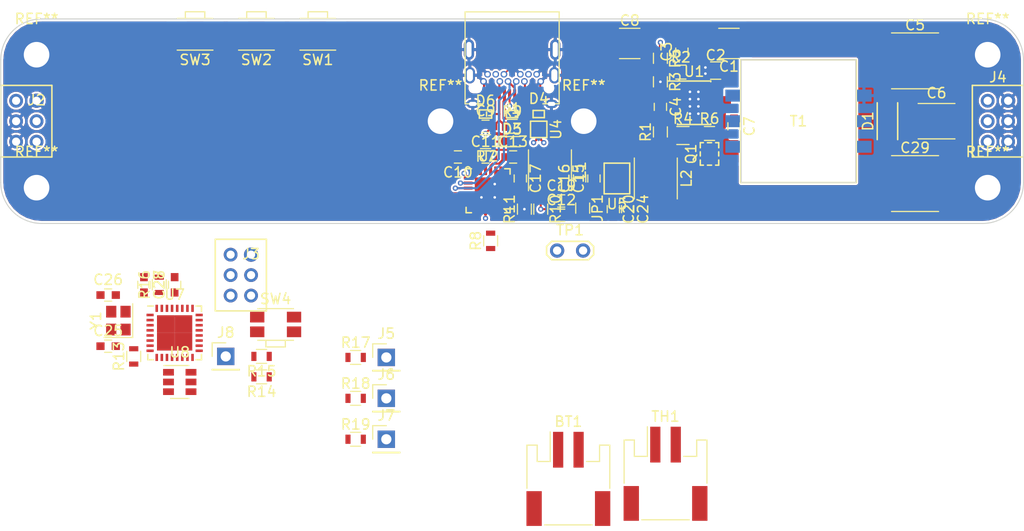
<source format=kicad_pcb>
(kicad_pcb (version 20171130) (host pcbnew "(5.0.0)")

  (general
    (thickness 1.6)
    (drawings 12)
    (tracks 157)
    (zones 0)
    (modules 80)
    (nets 72)
  )

  (page A4)
  (layers
    (0 F.Cu signal)
    (1 In1.Cu signal)
    (2 In2.Cu signal)
    (31 B.Cu signal)
    (34 B.Paste user)
    (35 F.Paste user)
    (36 B.SilkS user)
    (37 F.SilkS user)
    (38 B.Mask user)
    (39 F.Mask user)
    (44 Edge.Cuts user)
  )

  (setup
    (last_trace_width 0.2)
    (user_trace_width 0.1)
    (user_trace_width 0.2)
    (user_trace_width 0.3)
    (user_trace_width 0.4)
    (user_trace_width 0.5)
    (user_trace_width 0.8)
    (user_trace_width 1)
    (trace_clearance 0.127)
    (zone_clearance 0.2)
    (zone_45_only no)
    (trace_min 0.1)
    (segment_width 0.2)
    (edge_width 0.1)
    (via_size 0.508)
    (via_drill 0.254)
    (via_min_size 0.508)
    (via_min_drill 0.254)
    (uvia_size 0.3)
    (uvia_drill 0.1)
    (uvias_allowed no)
    (uvia_min_size 0.2)
    (uvia_min_drill 0.1)
    (pcb_text_width 0.3)
    (pcb_text_size 1.5 1.5)
    (mod_edge_width 0.15)
    (mod_text_size 1 1)
    (mod_text_width 0.15)
    (pad_size 5 5)
    (pad_drill 2.5)
    (pad_to_mask_clearance 0)
    (aux_axis_origin 0 0)
    (visible_elements 7FF9FFFF)
    (pcbplotparams
      (layerselection 0x010fc_80000001)
      (usegerberextensions false)
      (usegerberattributes false)
      (usegerberadvancedattributes false)
      (creategerberjobfile false)
      (excludeedgelayer true)
      (linewidth 0.100000)
      (plotframeref false)
      (viasonmask false)
      (mode 1)
      (useauxorigin false)
      (hpglpennumber 1)
      (hpglpenspeed 20)
      (hpglpendiameter 15.000000)
      (psnegative false)
      (psa4output false)
      (plotreference false)
      (plotvalue false)
      (plotinvisibletext false)
      (padsonsilk false)
      (subtractmaskfromsilk false)
      (outputformat 1)
      (mirror false)
      (drillshape 0)
      (scaleselection 1)
      (outputdirectory "Gerbers/"))
  )

  (net 0 "")
  (net 1 GNDREF)
  (net 2 "Net-(C1-Pad2)")
  (net 3 "Net-(C3-Pad1)")
  (net 4 "Net-(C4-Pad1)")
  (net 5 "Net-(J2-Pad1)")
  (net 6 "Net-(Q1-Pad3)")
  (net 7 "Net-(Q1-Pad2)")
  (net 8 "Net-(R1-Pad2)")
  (net 9 "Net-(R2-Pad1)")
  (net 10 "Net-(R3-Pad2)")
  (net 11 "Net-(R6-Pad2)")
  (net 12 "Net-(D1-Pad2)")
  (net 13 "Net-(Q1-Pad1)")
  (net 14 "Net-(C5-Pad2)")
  (net 15 "Net-(C7-Pad1)")
  (net 16 "Net-(BT1-Pad1)")
  (net 17 /HV_OUT)
  (net 18 /VBUS)
  (net 19 "Net-(C10-Pad1)")
  (net 20 "Net-(C11-Pad1)")
  (net 21 /REGN)
  (net 22 "Net-(C13-Pad2)")
  (net 23 "Net-(C13-Pad1)")
  (net 24 /VSYS)
  (net 25 /VDD)
  (net 26 "Net-(C19-Pad1)")
  (net 27 "Net-(C25-Pad2)")
  (net 28 "Net-(C26-Pad2)")
  (net 29 /TSC_4)
  (net 30 "Net-(D3-Pad1)")
  (net 31 "Net-(J5-Pad1)")
  (net 32 "Net-(J6-Pad1)")
  (net 33 /VNIXIE)
  (net 34 /SCL)
  (net 35 /SDA)
  (net 36 /MCO)
  (net 37 /HV_EN)
  (net 38 "Net-(L2-Pad1)")
  (net 39 "Net-(L2-Pad2)")
  (net 40 "Net-(R7-Pad2)")
  (net 41 "Net-(R8-Pad2)")
  (net 42 "Net-(R9-Pad2)")
  (net 43 "Net-(R10-Pad2)")
  (net 44 /USB_INT)
  (net 45 /TSC_3)
  (net 46 /TSC_2)
  (net 47 /SAI_MCLK)
  (net 48 /SW_1)
  (net 49 /SW_2)
  (net 50 /SWO)
  (net 51 /NRST)
  (net 52 /USB_CE)
  (net 53 /CC1)
  (net 54 /CC2)
  (net 55 /DAC)
  (net 56 /SAI_SD)
  (net 57 /SAI_FS)
  (net 58 "Net-(J7-Pad1)")
  (net 59 /USB_N)
  (net 60 /USB_P)
  (net 61 "Net-(T1-Pad2)")
  (net 62 "Net-(U2-Pad12)")
  (net 63 "Net-(U4-Pad3)")
  (net 64 "Net-(U4-Pad5)")
  (net 65 "Net-(U4-Pad9)")
  (net 66 /QSPI_IO0)
  (net 67 /QSPI_IO1)
  (net 68 /QSPI_IO2)
  (net 69 /QSPI_IO3)
  (net 70 /QSPI_CLK)
  (net 71 /QSPI_CS)

  (net_class Default "This is the default net class."
    (clearance 0.127)
    (trace_width 0.127)
    (via_dia 0.508)
    (via_drill 0.254)
    (uvia_dia 0.3)
    (uvia_drill 0.1)
    (diff_pair_gap 0.127)
    (diff_pair_width 0.2)
    (add_net /CC1)
    (add_net /CC2)
    (add_net /DAC)
    (add_net /HV_EN)
    (add_net /HV_OUT)
    (add_net /MCO)
    (add_net /NRST)
    (add_net /QSPI_CLK)
    (add_net /QSPI_CS)
    (add_net /QSPI_IO0)
    (add_net /QSPI_IO1)
    (add_net /QSPI_IO2)
    (add_net /QSPI_IO3)
    (add_net /REGN)
    (add_net /SAI_FS)
    (add_net /SAI_MCLK)
    (add_net /SAI_SD)
    (add_net /SCL)
    (add_net /SDA)
    (add_net /SWO)
    (add_net /SW_1)
    (add_net /SW_2)
    (add_net /TSC_2)
    (add_net /TSC_3)
    (add_net /TSC_4)
    (add_net /USB_CE)
    (add_net /USB_INT)
    (add_net /USB_N)
    (add_net /USB_P)
    (add_net /VBUS)
    (add_net /VDD)
    (add_net /VNIXIE)
    (add_net /VSYS)
    (add_net GNDREF)
    (add_net "Net-(BT1-Pad1)")
    (add_net "Net-(C10-Pad1)")
    (add_net "Net-(C11-Pad1)")
    (add_net "Net-(C13-Pad1)")
    (add_net "Net-(C13-Pad2)")
    (add_net "Net-(C19-Pad1)")
    (add_net "Net-(C25-Pad2)")
    (add_net "Net-(C26-Pad2)")
    (add_net "Net-(C3-Pad1)")
    (add_net "Net-(C4-Pad1)")
    (add_net "Net-(C7-Pad1)")
    (add_net "Net-(D1-Pad2)")
    (add_net "Net-(D3-Pad1)")
    (add_net "Net-(J5-Pad1)")
    (add_net "Net-(J6-Pad1)")
    (add_net "Net-(J7-Pad1)")
    (add_net "Net-(L2-Pad1)")
    (add_net "Net-(L2-Pad2)")
    (add_net "Net-(Q1-Pad1)")
    (add_net "Net-(Q1-Pad2)")
    (add_net "Net-(Q1-Pad3)")
    (add_net "Net-(R1-Pad2)")
    (add_net "Net-(R10-Pad2)")
    (add_net "Net-(R2-Pad1)")
    (add_net "Net-(R3-Pad2)")
    (add_net "Net-(R6-Pad2)")
    (add_net "Net-(R7-Pad2)")
    (add_net "Net-(R8-Pad2)")
    (add_net "Net-(R9-Pad2)")
    (add_net "Net-(T1-Pad2)")
    (add_net "Net-(U2-Pad12)")
    (add_net "Net-(U4-Pad3)")
    (add_net "Net-(U4-Pad5)")
    (add_net "Net-(U4-Pad9)")
  )

  (module Capacitors_SMD:C_0603 (layer F.Cu) (tedit 59958EE7) (tstamp 5B97B7B2)
    (at 158 105.6 90)
    (descr "Capacitor SMD 0603, reflow soldering, AVX (see smccp.pdf)")
    (tags "capacitor 0603")
    (path /5B0DC42A)
    (attr smd)
    (fp_text reference C15 (at 0 -1.5 90) (layer F.SilkS)
      (effects (font (size 1 1) (thickness 0.15)))
    )
    (fp_text value 10uF (at 0 1.5 90) (layer F.Fab)
      (effects (font (size 1 1) (thickness 0.15)))
    )
    (fp_line (start 1.4 0.65) (end -1.4 0.65) (layer F.CrtYd) (width 0.05))
    (fp_line (start 1.4 0.65) (end 1.4 -0.65) (layer F.CrtYd) (width 0.05))
    (fp_line (start -1.4 -0.65) (end -1.4 0.65) (layer F.CrtYd) (width 0.05))
    (fp_line (start -1.4 -0.65) (end 1.4 -0.65) (layer F.CrtYd) (width 0.05))
    (fp_line (start 0.35 0.6) (end -0.35 0.6) (layer F.SilkS) (width 0.12))
    (fp_line (start -0.35 -0.6) (end 0.35 -0.6) (layer F.SilkS) (width 0.12))
    (fp_line (start -0.8 -0.4) (end 0.8 -0.4) (layer F.Fab) (width 0.1))
    (fp_line (start 0.8 -0.4) (end 0.8 0.4) (layer F.Fab) (width 0.1))
    (fp_line (start 0.8 0.4) (end -0.8 0.4) (layer F.Fab) (width 0.1))
    (fp_line (start -0.8 0.4) (end -0.8 -0.4) (layer F.Fab) (width 0.1))
    (fp_text user %R (at 0 0 90) (layer F.Fab)
      (effects (font (size 0.3 0.3) (thickness 0.075)))
    )
    (pad 2 smd rect (at 0.75 0 90) (size 0.8 0.75) (layers F.Cu F.Paste F.Mask)
      (net 24 /VSYS))
    (pad 1 smd rect (at -0.75 0 90) (size 0.8 0.75) (layers F.Cu F.Paste F.Mask)
      (net 1 GNDREF))
    (model Capacitors_SMD.3dshapes/C_0603.wrl
      (at (xyz 0 0 0))
      (scale (xyz 1 1 1))
      (rotate (xyz 0 0 0))
    )
  )

  (module Capacitors_SMD:C_0603 (layer F.Cu) (tedit 59958EE7) (tstamp 5B97B7A2)
    (at 147.4 103.5)
    (descr "Capacitor SMD 0603, reflow soldering, AVX (see smccp.pdf)")
    (tags "capacitor 0603")
    (path /5B0CC3F6)
    (attr smd)
    (fp_text reference C11 (at 0 -1.5) (layer F.SilkS)
      (effects (font (size 1 1) (thickness 0.15)))
    )
    (fp_text value 10uF (at 0 1.5) (layer F.Fab)
      (effects (font (size 1 1) (thickness 0.15)))
    )
    (fp_text user %R (at 0 0) (layer F.Fab)
      (effects (font (size 0.3 0.3) (thickness 0.075)))
    )
    (fp_line (start -0.8 0.4) (end -0.8 -0.4) (layer F.Fab) (width 0.1))
    (fp_line (start 0.8 0.4) (end -0.8 0.4) (layer F.Fab) (width 0.1))
    (fp_line (start 0.8 -0.4) (end 0.8 0.4) (layer F.Fab) (width 0.1))
    (fp_line (start -0.8 -0.4) (end 0.8 -0.4) (layer F.Fab) (width 0.1))
    (fp_line (start -0.35 -0.6) (end 0.35 -0.6) (layer F.SilkS) (width 0.12))
    (fp_line (start 0.35 0.6) (end -0.35 0.6) (layer F.SilkS) (width 0.12))
    (fp_line (start -1.4 -0.65) (end 1.4 -0.65) (layer F.CrtYd) (width 0.05))
    (fp_line (start -1.4 -0.65) (end -1.4 0.65) (layer F.CrtYd) (width 0.05))
    (fp_line (start 1.4 0.65) (end 1.4 -0.65) (layer F.CrtYd) (width 0.05))
    (fp_line (start 1.4 0.65) (end -1.4 0.65) (layer F.CrtYd) (width 0.05))
    (pad 1 smd rect (at -0.75 0) (size 0.8 0.75) (layers F.Cu F.Paste F.Mask)
      (net 20 "Net-(C11-Pad1)"))
    (pad 2 smd rect (at 0.75 0) (size 0.8 0.75) (layers F.Cu F.Paste F.Mask)
      (net 1 GNDREF))
    (model Capacitors_SMD.3dshapes/C_0603.wrl
      (at (xyz 0 0 0))
      (scale (xyz 1 1 1))
      (rotate (xyz 0 0 0))
    )
  )

  (module Capacitors_SMD:C_0603 (layer F.Cu) (tedit 59958EE7) (tstamp 5B97B772)
    (at 154.8 107.8)
    (descr "Capacitor SMD 0603, reflow soldering, AVX (see smccp.pdf)")
    (tags "capacitor 0603")
    (path /5B0DFFED)
    (attr smd)
    (fp_text reference C19 (at 0 -1.5) (layer F.SilkS)
      (effects (font (size 1 1) (thickness 0.15)))
    )
    (fp_text value 10uF (at 0 1.5) (layer F.Fab)
      (effects (font (size 1 1) (thickness 0.15)))
    )
    (fp_line (start 1.4 0.65) (end -1.4 0.65) (layer F.CrtYd) (width 0.05))
    (fp_line (start 1.4 0.65) (end 1.4 -0.65) (layer F.CrtYd) (width 0.05))
    (fp_line (start -1.4 -0.65) (end -1.4 0.65) (layer F.CrtYd) (width 0.05))
    (fp_line (start -1.4 -0.65) (end 1.4 -0.65) (layer F.CrtYd) (width 0.05))
    (fp_line (start 0.35 0.6) (end -0.35 0.6) (layer F.SilkS) (width 0.12))
    (fp_line (start -0.35 -0.6) (end 0.35 -0.6) (layer F.SilkS) (width 0.12))
    (fp_line (start -0.8 -0.4) (end 0.8 -0.4) (layer F.Fab) (width 0.1))
    (fp_line (start 0.8 -0.4) (end 0.8 0.4) (layer F.Fab) (width 0.1))
    (fp_line (start 0.8 0.4) (end -0.8 0.4) (layer F.Fab) (width 0.1))
    (fp_line (start -0.8 0.4) (end -0.8 -0.4) (layer F.Fab) (width 0.1))
    (fp_text user %R (at 0 0) (layer F.Fab)
      (effects (font (size 0.3 0.3) (thickness 0.075)))
    )
    (pad 2 smd rect (at 0.75 0) (size 0.8 0.75) (layers F.Cu F.Paste F.Mask)
      (net 1 GNDREF))
    (pad 1 smd rect (at -0.75 0) (size 0.8 0.75) (layers F.Cu F.Paste F.Mask)
      (net 26 "Net-(C19-Pad1)"))
    (model Capacitors_SMD.3dshapes/C_0603.wrl
      (at (xyz 0 0 0))
      (scale (xyz 1 1 1))
      (rotate (xyz 0 0 0))
    )
  )

  (module Capacitors_SMD:C_0603 (layer F.Cu) (tedit 59958EE7) (tstamp 5B97B762)
    (at 159.9 108.6 270)
    (descr "Capacitor SMD 0603, reflow soldering, AVX (see smccp.pdf)")
    (tags "capacitor 0603")
    (path /5B1737BD)
    (attr smd)
    (fp_text reference C20 (at 0 -1.5 270) (layer F.SilkS)
      (effects (font (size 1 1) (thickness 0.15)))
    )
    (fp_text value 10uF (at 0 1.5 270) (layer F.Fab)
      (effects (font (size 1 1) (thickness 0.15)))
    )
    (fp_text user %R (at 0 0 270) (layer F.Fab)
      (effects (font (size 0.3 0.3) (thickness 0.075)))
    )
    (fp_line (start -0.8 0.4) (end -0.8 -0.4) (layer F.Fab) (width 0.1))
    (fp_line (start 0.8 0.4) (end -0.8 0.4) (layer F.Fab) (width 0.1))
    (fp_line (start 0.8 -0.4) (end 0.8 0.4) (layer F.Fab) (width 0.1))
    (fp_line (start -0.8 -0.4) (end 0.8 -0.4) (layer F.Fab) (width 0.1))
    (fp_line (start -0.35 -0.6) (end 0.35 -0.6) (layer F.SilkS) (width 0.12))
    (fp_line (start 0.35 0.6) (end -0.35 0.6) (layer F.SilkS) (width 0.12))
    (fp_line (start -1.4 -0.65) (end 1.4 -0.65) (layer F.CrtYd) (width 0.05))
    (fp_line (start -1.4 -0.65) (end -1.4 0.65) (layer F.CrtYd) (width 0.05))
    (fp_line (start 1.4 0.65) (end 1.4 -0.65) (layer F.CrtYd) (width 0.05))
    (fp_line (start 1.4 0.65) (end -1.4 0.65) (layer F.CrtYd) (width 0.05))
    (pad 1 smd rect (at -0.75 0 270) (size 0.8 0.75) (layers F.Cu F.Paste F.Mask)
      (net 25 /VDD))
    (pad 2 smd rect (at 0.75 0 270) (size 0.8 0.75) (layers F.Cu F.Paste F.Mask)
      (net 1 GNDREF))
    (model Capacitors_SMD.3dshapes/C_0603.wrl
      (at (xyz 0 0 0))
      (scale (xyz 1 1 1))
      (rotate (xyz 0 0 0))
    )
  )

  (module Capacitors_SMD:C_0603 (layer F.Cu) (tedit 59958EE7) (tstamp 5B981ACF)
    (at 161.3 108.6 270)
    (descr "Capacitor SMD 0603, reflow soldering, AVX (see smccp.pdf)")
    (tags "capacitor 0603")
    (path /5B1732A3)
    (attr smd)
    (fp_text reference C24 (at 0 -1.5 270) (layer F.SilkS)
      (effects (font (size 1 1) (thickness 0.15)))
    )
    (fp_text value 10uF (at 0 1.5 270) (layer F.Fab)
      (effects (font (size 1 1) (thickness 0.15)))
    )
    (fp_line (start 1.4 0.65) (end -1.4 0.65) (layer F.CrtYd) (width 0.05))
    (fp_line (start 1.4 0.65) (end 1.4 -0.65) (layer F.CrtYd) (width 0.05))
    (fp_line (start -1.4 -0.65) (end -1.4 0.65) (layer F.CrtYd) (width 0.05))
    (fp_line (start -1.4 -0.65) (end 1.4 -0.65) (layer F.CrtYd) (width 0.05))
    (fp_line (start 0.35 0.6) (end -0.35 0.6) (layer F.SilkS) (width 0.12))
    (fp_line (start -0.35 -0.6) (end 0.35 -0.6) (layer F.SilkS) (width 0.12))
    (fp_line (start -0.8 -0.4) (end 0.8 -0.4) (layer F.Fab) (width 0.1))
    (fp_line (start 0.8 -0.4) (end 0.8 0.4) (layer F.Fab) (width 0.1))
    (fp_line (start 0.8 0.4) (end -0.8 0.4) (layer F.Fab) (width 0.1))
    (fp_line (start -0.8 0.4) (end -0.8 -0.4) (layer F.Fab) (width 0.1))
    (fp_text user %R (at 0 0 270) (layer F.Fab)
      (effects (font (size 0.3 0.3) (thickness 0.075)))
    )
    (pad 2 smd rect (at 0.75 0 270) (size 0.8 0.75) (layers F.Cu F.Paste F.Mask)
      (net 1 GNDREF))
    (pad 1 smd rect (at -0.75 0 270) (size 0.8 0.75) (layers F.Cu F.Paste F.Mask)
      (net 25 /VDD))
    (model Capacitors_SMD.3dshapes/C_0603.wrl
      (at (xyz 0 0 0))
      (scale (xyz 1 1 1))
      (rotate (xyz 0 0 0))
    )
  )

  (module Capacitors_SMD:C_0603 (layer F.Cu) (tedit 59958EE7) (tstamp 5B97FB1E)
    (at 156.6 105.6 90)
    (descr "Capacitor SMD 0603, reflow soldering, AVX (see smccp.pdf)")
    (tags "capacitor 0603")
    (path /5B0DC519)
    (attr smd)
    (fp_text reference C16 (at 0 -1.5 90) (layer F.SilkS)
      (effects (font (size 1 1) (thickness 0.15)))
    )
    (fp_text value 10uF (at 0 1.5 90) (layer F.Fab)
      (effects (font (size 1 1) (thickness 0.15)))
    )
    (fp_text user %R (at 0 0 90) (layer F.Fab)
      (effects (font (size 0.3 0.3) (thickness 0.075)))
    )
    (fp_line (start -0.8 0.4) (end -0.8 -0.4) (layer F.Fab) (width 0.1))
    (fp_line (start 0.8 0.4) (end -0.8 0.4) (layer F.Fab) (width 0.1))
    (fp_line (start 0.8 -0.4) (end 0.8 0.4) (layer F.Fab) (width 0.1))
    (fp_line (start -0.8 -0.4) (end 0.8 -0.4) (layer F.Fab) (width 0.1))
    (fp_line (start -0.35 -0.6) (end 0.35 -0.6) (layer F.SilkS) (width 0.12))
    (fp_line (start 0.35 0.6) (end -0.35 0.6) (layer F.SilkS) (width 0.12))
    (fp_line (start -1.4 -0.65) (end 1.4 -0.65) (layer F.CrtYd) (width 0.05))
    (fp_line (start -1.4 -0.65) (end -1.4 0.65) (layer F.CrtYd) (width 0.05))
    (fp_line (start 1.4 0.65) (end 1.4 -0.65) (layer F.CrtYd) (width 0.05))
    (fp_line (start 1.4 0.65) (end -1.4 0.65) (layer F.CrtYd) (width 0.05))
    (pad 1 smd rect (at -0.75 0 90) (size 0.8 0.75) (layers F.Cu F.Paste F.Mask)
      (net 1 GNDREF))
    (pad 2 smd rect (at 0.75 0 90) (size 0.8 0.75) (layers F.Cu F.Paste F.Mask)
      (net 24 /VSYS))
    (model Capacitors_SMD.3dshapes/C_0603.wrl
      (at (xyz 0 0 0))
      (scale (xyz 1 1 1))
      (rotate (xyz 0 0 0))
    )
  )

  (module "Custom Parts:DMX0003A" (layer F.Cu) (tedit 5B8F54C4) (tstamp 5B976CFE)
    (at 152.6 99.3 180)
    (path /5B916041)
    (fp_text reference D4 (at 0 1.5 180) (layer F.SilkS)
      (effects (font (size 1 1) (thickness 0.15)))
    )
    (fp_text value ESD122 (at 0 -1.5 180) (layer F.Fab)
      (effects (font (size 1 1) (thickness 0.15)))
    )
    (fp_line (start -0.55 -0.35) (end 0.55 -0.35) (layer F.SilkS) (width 0.15))
    (fp_line (start 0.55 -0.35) (end 0.55 0.35) (layer F.SilkS) (width 0.15))
    (fp_line (start 0.55 0.35) (end -0.55 0.35) (layer F.SilkS) (width 0.15))
    (fp_line (start -0.55 0.35) (end -0.55 -0.35) (layer F.SilkS) (width 0.15))
    (pad 1 smd rect (at 0 0.15 180) (size 0.2 0.2) (layers F.Cu F.Paste F.Mask)
      (net 1 GNDREF))
    (pad 2 smd rect (at 0.34 -0.15 180) (size 0.2 0.2) (layers F.Cu F.Paste F.Mask)
      (net 53 /CC1))
    (pad 3 smd rect (at -0.34 -0.15 180) (size 0.2 0.2) (layers F.Cu F.Paste F.Mask)
      (net 54 /CC2))
  )

  (module "Custom Parts:USB_C_Receptacle" (layer F.Cu) (tedit 5B90AE84) (tstamp 5B6004D8)
    (at 150 92.4 180)
    (descr "USB TYPE C, RA RCPT PCB, Hybrid, https://www.amphenolcanada.com/StockAvailabilityPrice.aspx?From=&PartNum=12401548E4%7e2A")
    (tags "USB C Type-C Receptacle Hybrid")
    (path /5B6238BC)
    (attr smd)
    (fp_text reference J1 (at 0 -6.36 180) (layer F.SilkS)
      (effects (font (size 1 1) (thickness 0.15)))
    )
    (fp_text value USB_C_Receptacle (at 0 4 180) (layer F.Fab)
      (effects (font (size 1 1) (thickness 0.15)))
    )
    (fp_line (start -4.6 2.39) (end 4.6 2.39) (layer F.SilkS) (width 0.12))
    (fp_line (start -4.6 3.09) (end 4.6 3.09) (layer F.SilkS) (width 0.12))
    (fp_line (start -4.6 3.09) (end -4.6 -5.9) (layer F.Fab) (width 0.1))
    (fp_line (start -4.6 -5.9) (end 4.6 -5.9) (layer F.Fab) (width 0.1))
    (fp_line (start -4.6 -5.9) (end -3 -5.9) (layer F.SilkS) (width 0.12))
    (fp_line (start -4.6 -5.9) (end -4.6 3.09) (layer F.SilkS) (width 0.12))
    (fp_line (start 4.6 -5.9) (end 4.6 3.09) (layer F.SilkS) (width 0.12))
    (fp_line (start 3 -5.9) (end 4.6 -5.9) (layer F.SilkS) (width 0.12))
    (fp_line (start -4.6 3.09) (end 4.6 3.09) (layer F.Fab) (width 0.1))
    (fp_line (start 4.6 3.09) (end 4.6 -5.9) (layer F.Fab) (width 0.1))
    (fp_text user %R (at 0 0 180) (layer F.Fab)
      (effects (font (size 1 1) (thickness 0.1)))
    )
    (pad S1 thru_hole oval (at 3.845 -5.91 180) (size 1.2 0.8) (drill oval 0.75 0.4) (layers *.Cu *.Mask)
      (net 1 GNDREF))
    (pad S1 thru_hole oval (at -3.845 -5.91 180) (size 1.2 0.8) (drill oval 0.75 0.4) (layers *.Cu *.Mask)
      (net 1 GNDREF))
    (pad B11 thru_hole circle (at -2.4 -3.01 180) (size 0.65 0.65) (drill 0.4) (layers *.Cu *.Mask)
      (net 1 GNDREF))
    (pad B10 thru_hole circle (at -1.6 -3.01 180) (size 0.65 0.65) (drill 0.4) (layers *.Cu *.Mask)
      (net 1 GNDREF))
    (pad B8 thru_hole circle (at -0.8 -3.01 180) (size 0.65 0.65) (drill 0.4) (layers *.Cu *.Mask)
      (net 1 GNDREF))
    (pad B5 thru_hole circle (at 0.8 -3.01 180) (size 0.65 0.65) (drill 0.4) (layers *.Cu *.Mask)
      (net 54 /CC2))
    (pad B3 thru_hole circle (at 1.6 -3.01 180) (size 0.65 0.65) (drill 0.4) (layers *.Cu *.Mask)
      (net 1 GNDREF))
    (pad B2 thru_hole circle (at 2.4 -3.01 180) (size 0.65 0.65) (drill 0.4) (layers *.Cu *.Mask)
      (net 1 GNDREF))
    (pad B12 thru_hole circle (at -2.8 -3.71 180) (size 0.65 0.65) (drill 0.4) (layers *.Cu *.Mask)
      (net 1 GNDREF))
    (pad B9 thru_hole circle (at -1.2 -3.71 180) (size 0.65 0.65) (drill 0.4) (layers *.Cu *.Mask)
      (net 18 /VBUS))
    (pad B7 thru_hole circle (at -0.4 -3.71 180) (size 0.65 0.65) (drill 0.4) (layers *.Cu *.Mask)
      (net 59 /USB_N))
    (pad B6 thru_hole circle (at 0.4 -3.71 180) (size 0.65 0.65) (drill 0.4) (layers *.Cu *.Mask)
      (net 60 /USB_P))
    (pad B4 thru_hole circle (at 1.2 -3.71 180) (size 0.65 0.65) (drill 0.4) (layers *.Cu *.Mask)
      (net 18 /VBUS))
    (pad B1 thru_hole circle (at 2.8 -3.71 180) (size 0.65 0.65) (drill 0.4) (layers *.Cu *.Mask)
      (net 1 GNDREF))
    (pad "" np_thru_hole circle (at -3.6 -4.36 180) (size 0.65 0.65) (drill 0.65) (layers *.Cu *.Mask))
    (pad "" np_thru_hole oval (at 3.6 -4.36 180) (size 0.95 0.65) (drill oval 0.95 0.65) (layers *.Cu *.Mask))
    (pad S1 thru_hole oval (at -4.22 -0.595 180) (size 1 2) (drill oval 0.5 1.5) (layers *.Cu *.Mask)
      (net 1 GNDREF))
    (pad S1 thru_hole oval (at 4.22 -0.595 180) (size 1 2) (drill oval 0.5 1.5) (layers *.Cu *.Mask)
      (net 1 GNDREF))
    (pad S1 thru_hole oval (at 4.13 -3.11 180) (size 1 1.6) (drill oval 0.6 1.2) (layers *.Cu *.Mask)
      (net 1 GNDREF))
    (pad A11 smd rect (at 2.25 -4.93 180) (size 0.3 0.9) (layers F.Cu F.Paste F.Mask)
      (net 1 GNDREF))
    (pad A8 smd rect (at 0.75 -4.93 180) (size 0.3 0.9) (layers F.Cu F.Paste F.Mask)
      (net 1 GNDREF))
    (pad A9 smd rect (at 1.25 -4.93 180) (size 0.3 0.9) (layers F.Cu F.Paste F.Mask)
      (net 18 /VBUS))
    (pad A10 smd rect (at 1.75 -4.93 180) (size 0.3 0.9) (layers F.Cu F.Paste F.Mask)
      (net 1 GNDREF))
    (pad A12 smd rect (at 2.75 -4.93 180) (size 0.3 0.9) (layers F.Cu F.Paste F.Mask)
      (net 1 GNDREF))
    (pad A7 smd rect (at 0.25 -4.93 180) (size 0.3 0.9) (layers F.Cu F.Paste F.Mask)
      (net 59 /USB_N))
    (pad A6 smd rect (at -0.25 -4.93 180) (size 0.3 0.9) (layers F.Cu F.Paste F.Mask)
      (net 60 /USB_P))
    (pad A5 smd rect (at -0.75 -4.93 180) (size 0.3 0.9) (layers F.Cu F.Paste F.Mask)
      (net 53 /CC1))
    (pad A4 smd rect (at -1.25 -4.93 180) (size 0.3 0.9) (layers F.Cu F.Paste F.Mask)
      (net 18 /VBUS))
    (pad A3 smd rect (at -1.75 -4.93 180) (size 0.3 0.9) (layers F.Cu F.Paste F.Mask)
      (net 1 GNDREF))
    (pad A2 smd rect (at -2.25 -4.93 180) (size 0.3 0.9) (layers F.Cu F.Paste F.Mask)
      (net 1 GNDREF))
    (pad A1 smd rect (at -2.75 -4.93 180) (size 0.3 0.9) (layers F.Cu F.Paste F.Mask)
      (net 1 GNDREF))
    (pad S1 thru_hole oval (at -4.13 -3.11 180) (size 1 1.6) (drill oval 0.6 1.2) (layers *.Cu *.Mask)
      (net 1 GNDREF))
    (model ${KISYS3DMOD}/Connectors_USB.3dshapes/USB_C_Receptacle_Amphenol_12401548E4-2A.wrl
      (at (xyz 0 0 0))
      (scale (xyz 1 1 1))
      (rotate (xyz 0 0 0))
    )
  )

  (module Mounting_Holes:MountingHole_2.5mm_Pad locked (layer F.Cu) (tedit 5B90A4BD) (tstamp 5B90FDF6)
    (at 143 100)
    (descr "Mounting Hole 2.5mm")
    (tags "mounting hole 2.5mm")
    (zone_connect 2)
    (attr virtual)
    (fp_text reference REF** (at 0 -3.5) (layer F.SilkS)
      (effects (font (size 1 1) (thickness 0.15)))
    )
    (fp_text value MountingHole_2.5mm_Pad (at 0 3.5) (layer F.Fab)
      (effects (font (size 1 1) (thickness 0.15)))
    )
    (fp_circle (center 0 0) (end 2.75 0) (layer F.CrtYd) (width 0.05))
    (fp_circle (center 0 0) (end 2.5 0) (layer Cmts.User) (width 0.15))
    (fp_text user %R (at 0.3 0) (layer F.Fab)
      (effects (font (size 1 1) (thickness 0.15)))
    )
    (pad 1 thru_hole circle (at 0 0) (size 5 5) (drill 2.5) (layers *.Cu *.Mask)
      (net 1 GNDREF) (zone_connect 2))
  )

  (module Mounting_Holes:MountingHole_2.5mm_Pad locked (layer F.Cu) (tedit 5B394598) (tstamp 5B602634)
    (at 157 100)
    (descr "Mounting Hole 2.5mm")
    (tags "mounting hole 2.5mm")
    (zone_connect 2)
    (attr virtual)
    (fp_text reference REF** (at 0 -3.5) (layer F.SilkS)
      (effects (font (size 1 1) (thickness 0.15)))
    )
    (fp_text value MountingHole_2.5mm_Pad (at 0 3.5) (layer F.Fab)
      (effects (font (size 1 1) (thickness 0.15)))
    )
    (fp_text user %R (at 0.3 0) (layer F.Fab)
      (effects (font (size 1 1) (thickness 0.15)))
    )
    (fp_circle (center 0 0) (end 2.5 0) (layer Cmts.User) (width 0.15))
    (fp_circle (center 0 0) (end 2.75 0) (layer F.CrtYd) (width 0.05))
    (pad 1 thru_hole circle (at 0 0) (size 5 5) (drill 2.5) (layers *.Cu *.Mask)
      (net 1 GNDREF) (zone_connect 2))
  )

  (module "Custom Parts:X1SON" (layer F.Cu) (tedit 5B90A452) (tstamp 5B90AE13)
    (at 147.4 99.3 180)
    (path /5B902F50)
    (fp_text reference D6 (at 0 1.3 180) (layer F.SilkS)
      (effects (font (size 1 1) (thickness 0.15)))
    )
    (fp_text value D (at 0 -1.2 180) (layer F.Fab)
      (effects (font (size 1 1) (thickness 0.15)))
    )
    (fp_line (start -0.1 -0.2) (end -0.1 0.2) (layer F.SilkS) (width 0.15))
    (fp_line (start 0.6 -0.4) (end -0.6 -0.4) (layer F.SilkS) (width 0.15))
    (fp_line (start 0.6 0.4) (end 0.6 -0.4) (layer F.SilkS) (width 0.15))
    (fp_line (start -0.6 0.4) (end 0.6 0.4) (layer F.SilkS) (width 0.15))
    (fp_line (start -0.6 -0.4) (end -0.6 0.4) (layer F.SilkS) (width 0.15))
    (pad 2 smd rect (at 0.35 0 180) (size 0.3 0.55) (layers F.Cu F.Paste F.Mask)
      (net 1 GNDREF))
    (pad 1 smd rect (at -0.35 0 180) (size 0.3 0.55) (layers F.Cu F.Paste F.Mask)
      (net 18 /VBUS))
  )

  (module "Custom Parts:Wurth_WE-FB_10.18x13.36mm_Reverse" locked (layer F.Cu) (tedit 5A79257D) (tstamp 5B602740)
    (at 178 100 180)
    (path /5B07197A/5A6B88EA)
    (fp_text reference T1 (at 0 0 180) (layer F.SilkS)
      (effects (font (size 1 1) (thickness 0.15)))
    )
    (fp_text value Wurth_Transformer_10.16x13.36mm (at 0 -7 180) (layer F.Fab)
      (effects (font (size 1 1) (thickness 0.15)))
    )
    (fp_line (start -5.65 -6) (end 5.65 -6) (layer F.SilkS) (width 0.15))
    (fp_line (start 5.65 -6) (end 5.65 6) (layer F.SilkS) (width 0.15))
    (fp_line (start -5.65 6) (end 5.65 6) (layer F.SilkS) (width 0.15))
    (fp_line (start -5.65 6) (end -5.65 -6) (layer F.SilkS) (width 0.15))
    (pad 1 smd rect (at -6.4 2.5 180) (size 1.5 1.17) (layers B.Cu B.Mask)
      (net 1 GNDREF))
    (pad 2 smd rect (at -6.4 0 180) (size 1.5 1.17) (layers B.Cu B.Mask)
      (net 61 "Net-(T1-Pad2)"))
    (pad 3 smd rect (at -6.4 -2.5 180) (size 1.5 1.17) (layers B.Cu B.Mask)
      (net 12 "Net-(D1-Pad2)"))
    (pad 4 smd rect (at 6.4 -2.5 180) (size 1.5 1.17) (layers B.Cu B.Mask)
      (net 13 "Net-(Q1-Pad1)"))
    (pad 6 smd rect (at 6.4 2.5 180) (size 1.5 1.17) (layers B.Cu B.Mask)
      (net 24 /VSYS))
    (pad 5 smd rect (at 6.4 0 180) (size 1.5 1.17) (layers B.Cu B.Mask))
  )

  (module "Custom Parts:SOD-123W" (layer F.Cu) (tedit 5A6CE79A) (tstamp 5A8E4E07)
    (at 186.7 100 270)
    (path /5B07197A/5A6B91C6)
    (fp_text reference D1 (at 0 1.9 270) (layer F.SilkS)
      (effects (font (size 1 1) (thickness 0.15)))
    )
    (fp_text value D_RECT (at 0 -1.8 270) (layer F.Fab)
      (effects (font (size 1 1) (thickness 0.15)))
    )
    (fp_line (start -1.8 1) (end 1.8 1) (layer F.SilkS) (width 0.15))
    (fp_line (start -1.8 -1) (end 1.8 -1) (layer F.SilkS) (width 0.15))
    (pad 1 smd rect (at -1.55 0 270) (size 1.2 1.4) (layers F.Cu F.Paste F.Mask)
      (net 17 /HV_OUT))
    (pad 2 smd rect (at 1.55 0 270) (size 1.2 1.4) (layers F.Cu F.Paste F.Mask)
      (net 12 "Net-(D1-Pad2)"))
  )

  (module Resistors_SMD:R_0603 (layer F.Cu) (tedit 58E0A804) (tstamp 5A8E4162)
    (at 169.3 101.2)
    (descr "Resistor SMD 0603, reflow soldering, Vishay (see dcrcw.pdf)")
    (tags "resistor 0603")
    (path /5B07197A/5A8E442D)
    (attr smd)
    (fp_text reference R6 (at 0 -1.45) (layer F.SilkS)
      (effects (font (size 1 1) (thickness 0.15)))
    )
    (fp_text value R_GATE (at 0 1.5) (layer F.Fab)
      (effects (font (size 1 1) (thickness 0.15)))
    )
    (fp_text user %R (at 0 0) (layer F.Fab)
      (effects (font (size 0.4 0.4) (thickness 0.075)))
    )
    (fp_line (start -0.8 0.4) (end -0.8 -0.4) (layer F.Fab) (width 0.1))
    (fp_line (start 0.8 0.4) (end -0.8 0.4) (layer F.Fab) (width 0.1))
    (fp_line (start 0.8 -0.4) (end 0.8 0.4) (layer F.Fab) (width 0.1))
    (fp_line (start -0.8 -0.4) (end 0.8 -0.4) (layer F.Fab) (width 0.1))
    (fp_line (start 0.5 0.68) (end -0.5 0.68) (layer F.SilkS) (width 0.12))
    (fp_line (start -0.5 -0.68) (end 0.5 -0.68) (layer F.SilkS) (width 0.12))
    (fp_line (start -1.25 -0.7) (end 1.25 -0.7) (layer F.CrtYd) (width 0.05))
    (fp_line (start -1.25 -0.7) (end -1.25 0.7) (layer F.CrtYd) (width 0.05))
    (fp_line (start 1.25 0.7) (end 1.25 -0.7) (layer F.CrtYd) (width 0.05))
    (fp_line (start 1.25 0.7) (end -1.25 0.7) (layer F.CrtYd) (width 0.05))
    (pad 1 smd rect (at -0.75 0) (size 0.5 0.9) (layers F.Cu F.Paste F.Mask)
      (net 7 "Net-(Q1-Pad2)"))
    (pad 2 smd rect (at 0.75 0) (size 0.5 0.9) (layers F.Cu F.Paste F.Mask)
      (net 11 "Net-(R6-Pad2)"))
    (model ${KISYS3DMOD}/Resistors_SMD.3dshapes/R_0603.wrl
      (at (xyz 0 0 0))
      (scale (xyz 1 1 1))
      (rotate (xyz 0 0 0))
    )
  )

  (module Housings_SSOP:MSOP-12-1EP_3x4mm_Pitch0.65mm (layer F.Cu) (tedit 57AFAE52) (tstamp 5A6CF050)
    (at 167.8 98.2)
    (descr "MSE Package; 12-Lead Plastic MSOP, Exposed Die Pad; (see Linear Technology 05081666_G_MSE12.pdf)")
    (tags "SSOP 0.65")
    (path /5B07197A/5A6BF1D9)
    (attr smd)
    (fp_text reference U1 (at 0 -3.05) (layer F.SilkS)
      (effects (font (size 1 1) (thickness 0.15)))
    )
    (fp_text value LTC3759 (at 0 3.05) (layer F.Fab)
      (effects (font (size 1 1) (thickness 0.15)))
    )
    (fp_line (start -0.5 -2) (end 1.5 -2) (layer F.Fab) (width 0.15))
    (fp_line (start 1.5 -2) (end 1.5 2) (layer F.Fab) (width 0.15))
    (fp_line (start 1.5 2) (end -1.5 2) (layer F.Fab) (width 0.15))
    (fp_line (start -1.5 2) (end -1.5 -1) (layer F.Fab) (width 0.15))
    (fp_line (start -1.5 -1) (end -0.5 -2) (layer F.Fab) (width 0.15))
    (fp_line (start -2.8 -2.3) (end -2.8 2.3) (layer F.CrtYd) (width 0.05))
    (fp_line (start 2.8 -2.3) (end 2.8 2.3) (layer F.CrtYd) (width 0.05))
    (fp_line (start -2.8 -2.3) (end 2.8 -2.3) (layer F.CrtYd) (width 0.05))
    (fp_line (start -2.8 2.3) (end 2.8 2.3) (layer F.CrtYd) (width 0.05))
    (fp_line (start 1.625 -2.125) (end 1.625 -2.06) (layer F.SilkS) (width 0.15))
    (fp_line (start 1.625 2.125) (end 1.625 2.06) (layer F.SilkS) (width 0.15))
    (fp_line (start -1.625 2.125) (end -1.625 2.06) (layer F.SilkS) (width 0.15))
    (fp_line (start -1.625 -2.125) (end 1.625 -2.125) (layer F.SilkS) (width 0.15))
    (fp_line (start -1.625 2.125) (end 1.625 2.125) (layer F.SilkS) (width 0.15))
    (fp_line (start -1.625 -2.125) (end -2.55 -2.125) (layer F.SilkS) (width 0.15))
    (fp_text user %R (at 0 0) (layer F.Fab)
      (effects (font (size 0.6 0.6) (thickness 0.15)))
    )
    (pad 1 smd rect (at -2.105 -1.625) (size 0.89 0.42) (layers F.Cu F.Paste F.Mask)
      (net 9 "Net-(R2-Pad1)"))
    (pad 2 smd rect (at -2.105 -0.975) (size 0.89 0.42) (layers F.Cu F.Paste F.Mask)
      (net 10 "Net-(R3-Pad2)"))
    (pad 3 smd rect (at -2.105 -0.325) (size 0.89 0.42) (layers F.Cu F.Paste F.Mask)
      (net 4 "Net-(C4-Pad1)"))
    (pad 4 smd rect (at -2.105 0.325) (size 0.89 0.42) (layers F.Cu F.Paste F.Mask)
      (net 8 "Net-(R1-Pad2)"))
    (pad 5 smd rect (at -2.105 0.975) (size 0.89 0.42) (layers F.Cu F.Paste F.Mask)
      (net 1 GNDREF))
    (pad 6 smd rect (at -2.105 1.625) (size 0.89 0.42) (layers F.Cu F.Paste F.Mask)
      (net 1 GNDREF))
    (pad 7 smd rect (at 2.105 1.625) (size 0.89 0.42) (layers F.Cu F.Paste F.Mask)
      (net 6 "Net-(Q1-Pad3)"))
    (pad 8 smd rect (at 2.105 0.975) (size 0.89 0.42) (layers F.Cu F.Paste F.Mask)
      (net 11 "Net-(R6-Pad2)"))
    (pad 9 smd rect (at 2.105 0.325) (size 0.89 0.42) (layers F.Cu F.Paste F.Mask)
      (net 15 "Net-(C7-Pad1)"))
    (pad 10 smd rect (at 2.105 -0.325) (size 0.89 0.42) (layers F.Cu F.Paste F.Mask)
      (net 24 /VSYS))
    (pad 11 smd rect (at 2.105 -0.975) (size 0.89 0.42) (layers F.Cu F.Paste F.Mask)
      (net 24 /VSYS))
    (pad 12 smd rect (at 2.105 -1.625) (size 0.89 0.42) (layers F.Cu F.Paste F.Mask)
      (net 37 /HV_EN))
    (pad 13 smd rect (at 0.4125 1.06875) (size 0.825 0.7125) (layers F.Cu F.Paste F.Mask)
      (net 1 GNDREF) (solder_paste_margin_ratio -0.2))
    (pad 13 smd rect (at 0.4125 0.35625) (size 0.825 0.7125) (layers F.Cu F.Paste F.Mask)
      (net 1 GNDREF) (solder_paste_margin_ratio -0.2))
    (pad 13 smd rect (at 0.4125 -0.35625) (size 0.825 0.7125) (layers F.Cu F.Paste F.Mask)
      (net 1 GNDREF) (solder_paste_margin_ratio -0.2))
    (pad 13 smd rect (at 0.4125 -1.06875) (size 0.825 0.7125) (layers F.Cu F.Paste F.Mask)
      (net 1 GNDREF) (solder_paste_margin_ratio -0.2))
    (pad 13 smd rect (at -0.4125 1.06875) (size 0.825 0.7125) (layers F.Cu F.Paste F.Mask)
      (net 1 GNDREF) (solder_paste_margin_ratio -0.2))
    (pad 13 smd rect (at -0.4125 0.35625) (size 0.825 0.7125) (layers F.Cu F.Paste F.Mask)
      (net 1 GNDREF) (solder_paste_margin_ratio -0.2))
    (pad 13 smd rect (at -0.4125 -0.35625) (size 0.825 0.7125) (layers F.Cu F.Paste F.Mask)
      (net 1 GNDREF) (solder_paste_margin_ratio -0.2))
    (pad 13 smd rect (at -0.4125 -1.06875) (size 0.825 0.7125) (layers F.Cu F.Paste F.Mask)
      (net 1 GNDREF) (solder_paste_margin_ratio -0.2))
    (model ${KISYS3DMOD}/Housings_SSOP.3dshapes/MSOP-12-1EP_3x4mm_Pitch0.65mm.wrl
      (at (xyz 0 0 0))
      (scale (xyz 1 1 1))
      (rotate (xyz 0 0 0))
    )
  )

  (module Resistors_SMD:R_0603 (layer F.Cu) (tedit 58E0A804) (tstamp 5A6CF02A)
    (at 164.5 93.85 270)
    (descr "Resistor SMD 0603, reflow soldering, Vishay (see dcrcw.pdf)")
    (tags "resistor 0603")
    (path /5B07197A/5A6B9F37)
    (attr smd)
    (fp_text reference R5 (at 0 -1.45 270) (layer F.SilkS)
      (effects (font (size 1 1) (thickness 0.15)))
    )
    (fp_text value R_FB (at 0 1.5 270) (layer F.Fab)
      (effects (font (size 1 1) (thickness 0.15)))
    )
    (fp_text user %R (at 0 0 270) (layer F.Fab)
      (effects (font (size 0.4 0.4) (thickness 0.075)))
    )
    (fp_line (start -0.8 0.4) (end -0.8 -0.4) (layer F.Fab) (width 0.1))
    (fp_line (start 0.8 0.4) (end -0.8 0.4) (layer F.Fab) (width 0.1))
    (fp_line (start 0.8 -0.4) (end 0.8 0.4) (layer F.Fab) (width 0.1))
    (fp_line (start -0.8 -0.4) (end 0.8 -0.4) (layer F.Fab) (width 0.1))
    (fp_line (start 0.5 0.68) (end -0.5 0.68) (layer F.SilkS) (width 0.12))
    (fp_line (start -0.5 -0.68) (end 0.5 -0.68) (layer F.SilkS) (width 0.12))
    (fp_line (start -1.25 -0.7) (end 1.25 -0.7) (layer F.CrtYd) (width 0.05))
    (fp_line (start -1.25 -0.7) (end -1.25 0.7) (layer F.CrtYd) (width 0.05))
    (fp_line (start 1.25 0.7) (end 1.25 -0.7) (layer F.CrtYd) (width 0.05))
    (fp_line (start 1.25 0.7) (end -1.25 0.7) (layer F.CrtYd) (width 0.05))
    (pad 1 smd rect (at -0.75 0 270) (size 0.5 0.9) (layers F.Cu F.Paste F.Mask)
      (net 17 /HV_OUT))
    (pad 2 smd rect (at 0.75 0 270) (size 0.5 0.9) (layers F.Cu F.Paste F.Mask)
      (net 10 "Net-(R3-Pad2)"))
    (model ${KISYS3DMOD}/Resistors_SMD.3dshapes/R_0603.wrl
      (at (xyz 0 0 0))
      (scale (xyz 1 1 1))
      (rotate (xyz 0 0 0))
    )
  )

  (module Resistors_SMD:R_0805 (layer F.Cu) (tedit 58E0A804) (tstamp 5A6CF024)
    (at 166.7 101.4)
    (descr "Resistor SMD 0805, reflow soldering, Vishay (see dcrcw.pdf)")
    (tags "resistor 0805")
    (path /5B07197A/5A6B8B69)
    (attr smd)
    (fp_text reference R4 (at 0 -1.65) (layer F.SilkS)
      (effects (font (size 1 1) (thickness 0.15)))
    )
    (fp_text value R_SENSE (at 0 1.75) (layer F.Fab)
      (effects (font (size 1 1) (thickness 0.15)))
    )
    (fp_text user %R (at 0 0) (layer F.Fab)
      (effects (font (size 0.5 0.5) (thickness 0.075)))
    )
    (fp_line (start -1 0.62) (end -1 -0.62) (layer F.Fab) (width 0.1))
    (fp_line (start 1 0.62) (end -1 0.62) (layer F.Fab) (width 0.1))
    (fp_line (start 1 -0.62) (end 1 0.62) (layer F.Fab) (width 0.1))
    (fp_line (start -1 -0.62) (end 1 -0.62) (layer F.Fab) (width 0.1))
    (fp_line (start 0.6 0.88) (end -0.6 0.88) (layer F.SilkS) (width 0.12))
    (fp_line (start -0.6 -0.88) (end 0.6 -0.88) (layer F.SilkS) (width 0.12))
    (fp_line (start -1.55 -0.9) (end 1.55 -0.9) (layer F.CrtYd) (width 0.05))
    (fp_line (start -1.55 -0.9) (end -1.55 0.9) (layer F.CrtYd) (width 0.05))
    (fp_line (start 1.55 0.9) (end 1.55 -0.9) (layer F.CrtYd) (width 0.05))
    (fp_line (start 1.55 0.9) (end -1.55 0.9) (layer F.CrtYd) (width 0.05))
    (pad 1 smd rect (at -0.95 0) (size 0.7 1.3) (layers F.Cu F.Paste F.Mask)
      (net 1 GNDREF))
    (pad 2 smd rect (at 0.95 0) (size 0.7 1.3) (layers F.Cu F.Paste F.Mask)
      (net 6 "Net-(Q1-Pad3)"))
    (model ${KISYS3DMOD}/Resistors_SMD.3dshapes/R_0805.wrl
      (at (xyz 0 0 0))
      (scale (xyz 1 1 1))
      (rotate (xyz 0 0 0))
    )
  )

  (module Resistors_SMD:R_0603 (layer F.Cu) (tedit 58E0A804) (tstamp 5A6CF01E)
    (at 164.5 96.15 270)
    (descr "Resistor SMD 0603, reflow soldering, Vishay (see dcrcw.pdf)")
    (tags "resistor 0603")
    (path /5B07197A/5A6B9FBA)
    (attr smd)
    (fp_text reference R3 (at 0 -1.45 270) (layer F.SilkS)
      (effects (font (size 1 1) (thickness 0.15)))
    )
    (fp_text value R_BIAS (at 0 1.5 270) (layer F.Fab)
      (effects (font (size 1 1) (thickness 0.15)))
    )
    (fp_text user %R (at 0 0 270) (layer F.Fab)
      (effects (font (size 0.4 0.4) (thickness 0.075)))
    )
    (fp_line (start -0.8 0.4) (end -0.8 -0.4) (layer F.Fab) (width 0.1))
    (fp_line (start 0.8 0.4) (end -0.8 0.4) (layer F.Fab) (width 0.1))
    (fp_line (start 0.8 -0.4) (end 0.8 0.4) (layer F.Fab) (width 0.1))
    (fp_line (start -0.8 -0.4) (end 0.8 -0.4) (layer F.Fab) (width 0.1))
    (fp_line (start 0.5 0.68) (end -0.5 0.68) (layer F.SilkS) (width 0.12))
    (fp_line (start -0.5 -0.68) (end 0.5 -0.68) (layer F.SilkS) (width 0.12))
    (fp_line (start -1.25 -0.7) (end 1.25 -0.7) (layer F.CrtYd) (width 0.05))
    (fp_line (start -1.25 -0.7) (end -1.25 0.7) (layer F.CrtYd) (width 0.05))
    (fp_line (start 1.25 0.7) (end 1.25 -0.7) (layer F.CrtYd) (width 0.05))
    (fp_line (start 1.25 0.7) (end -1.25 0.7) (layer F.CrtYd) (width 0.05))
    (pad 1 smd rect (at -0.75 0 270) (size 0.5 0.9) (layers F.Cu F.Paste F.Mask)
      (net 1 GNDREF))
    (pad 2 smd rect (at 0.75 0 270) (size 0.5 0.9) (layers F.Cu F.Paste F.Mask)
      (net 10 "Net-(R3-Pad2)"))
    (model ${KISYS3DMOD}/Resistors_SMD.3dshapes/R_0603.wrl
      (at (xyz 0 0 0))
      (scale (xyz 1 1 1))
      (rotate (xyz 0 0 0))
    )
  )

  (module Resistors_SMD:R_0603 (layer F.Cu) (tedit 58E0A804) (tstamp 5A6CF018)
    (at 166.5 95.2)
    (descr "Resistor SMD 0603, reflow soldering, Vishay (see dcrcw.pdf)")
    (tags "resistor 0603")
    (path /5B07197A/5A6B8978)
    (attr smd)
    (fp_text reference R2 (at 0 -1.45) (layer F.SilkS)
      (effects (font (size 1 1) (thickness 0.15)))
    )
    (fp_text value R_VC (at 0 1.5) (layer F.Fab)
      (effects (font (size 1 1) (thickness 0.15)))
    )
    (fp_text user %R (at 0 0) (layer F.Fab)
      (effects (font (size 0.4 0.4) (thickness 0.075)))
    )
    (fp_line (start -0.8 0.4) (end -0.8 -0.4) (layer F.Fab) (width 0.1))
    (fp_line (start 0.8 0.4) (end -0.8 0.4) (layer F.Fab) (width 0.1))
    (fp_line (start 0.8 -0.4) (end 0.8 0.4) (layer F.Fab) (width 0.1))
    (fp_line (start -0.8 -0.4) (end 0.8 -0.4) (layer F.Fab) (width 0.1))
    (fp_line (start 0.5 0.68) (end -0.5 0.68) (layer F.SilkS) (width 0.12))
    (fp_line (start -0.5 -0.68) (end 0.5 -0.68) (layer F.SilkS) (width 0.12))
    (fp_line (start -1.25 -0.7) (end 1.25 -0.7) (layer F.CrtYd) (width 0.05))
    (fp_line (start -1.25 -0.7) (end -1.25 0.7) (layer F.CrtYd) (width 0.05))
    (fp_line (start 1.25 0.7) (end 1.25 -0.7) (layer F.CrtYd) (width 0.05))
    (fp_line (start 1.25 0.7) (end -1.25 0.7) (layer F.CrtYd) (width 0.05))
    (pad 1 smd rect (at -0.75 0) (size 0.5 0.9) (layers F.Cu F.Paste F.Mask)
      (net 9 "Net-(R2-Pad1)"))
    (pad 2 smd rect (at 0.75 0) (size 0.5 0.9) (layers F.Cu F.Paste F.Mask)
      (net 3 "Net-(C3-Pad1)"))
    (model ${KISYS3DMOD}/Resistors_SMD.3dshapes/R_0603.wrl
      (at (xyz 0 0 0))
      (scale (xyz 1 1 1))
      (rotate (xyz 0 0 0))
    )
  )

  (module Resistors_SMD:R_0603 (layer F.Cu) (tedit 58E0A804) (tstamp 5A6CF012)
    (at 164.5 101.05 90)
    (descr "Resistor SMD 0603, reflow soldering, Vishay (see dcrcw.pdf)")
    (tags "resistor 0603")
    (path /5B07197A/5A6BAAF4)
    (attr smd)
    (fp_text reference R1 (at 0 -1.45 90) (layer F.SilkS)
      (effects (font (size 1 1) (thickness 0.15)))
    )
    (fp_text value R_FREQ (at 0 1.5 90) (layer F.Fab)
      (effects (font (size 1 1) (thickness 0.15)))
    )
    (fp_text user %R (at 0 0 90) (layer F.Fab)
      (effects (font (size 0.4 0.4) (thickness 0.075)))
    )
    (fp_line (start -0.8 0.4) (end -0.8 -0.4) (layer F.Fab) (width 0.1))
    (fp_line (start 0.8 0.4) (end -0.8 0.4) (layer F.Fab) (width 0.1))
    (fp_line (start 0.8 -0.4) (end 0.8 0.4) (layer F.Fab) (width 0.1))
    (fp_line (start -0.8 -0.4) (end 0.8 -0.4) (layer F.Fab) (width 0.1))
    (fp_line (start 0.5 0.68) (end -0.5 0.68) (layer F.SilkS) (width 0.12))
    (fp_line (start -0.5 -0.68) (end 0.5 -0.68) (layer F.SilkS) (width 0.12))
    (fp_line (start -1.25 -0.7) (end 1.25 -0.7) (layer F.CrtYd) (width 0.05))
    (fp_line (start -1.25 -0.7) (end -1.25 0.7) (layer F.CrtYd) (width 0.05))
    (fp_line (start 1.25 0.7) (end 1.25 -0.7) (layer F.CrtYd) (width 0.05))
    (fp_line (start 1.25 0.7) (end -1.25 0.7) (layer F.CrtYd) (width 0.05))
    (pad 1 smd rect (at -0.75 0 90) (size 0.5 0.9) (layers F.Cu F.Paste F.Mask)
      (net 1 GNDREF))
    (pad 2 smd rect (at 0.75 0 90) (size 0.5 0.9) (layers F.Cu F.Paste F.Mask)
      (net 8 "Net-(R1-Pad2)"))
    (model ${KISYS3DMOD}/Resistors_SMD.3dshapes/R_0603.wrl
      (at (xyz 0 0 0))
      (scale (xyz 1 1 1))
      (rotate (xyz 0 0 0))
    )
  )

  (module Capacitors_SMD:C_0603 (layer F.Cu) (tedit 59958EE7) (tstamp 5A6CEFBF)
    (at 166.6 93.2 90)
    (descr "Capacitor SMD 0603, reflow soldering, AVX (see smccp.pdf)")
    (tags "capacitor 0603")
    (path /5B07197A/5A6B89DB)
    (attr smd)
    (fp_text reference C3 (at 0 -1.5 90) (layer F.SilkS)
      (effects (font (size 1 1) (thickness 0.15)))
    )
    (fp_text value C_VC (at 0 1.5 90) (layer F.Fab)
      (effects (font (size 1 1) (thickness 0.15)))
    )
    (fp_line (start 1.4 0.65) (end -1.4 0.65) (layer F.CrtYd) (width 0.05))
    (fp_line (start 1.4 0.65) (end 1.4 -0.65) (layer F.CrtYd) (width 0.05))
    (fp_line (start -1.4 -0.65) (end -1.4 0.65) (layer F.CrtYd) (width 0.05))
    (fp_line (start -1.4 -0.65) (end 1.4 -0.65) (layer F.CrtYd) (width 0.05))
    (fp_line (start 0.35 0.6) (end -0.35 0.6) (layer F.SilkS) (width 0.12))
    (fp_line (start -0.35 -0.6) (end 0.35 -0.6) (layer F.SilkS) (width 0.12))
    (fp_line (start -0.8 -0.4) (end 0.8 -0.4) (layer F.Fab) (width 0.1))
    (fp_line (start 0.8 -0.4) (end 0.8 0.4) (layer F.Fab) (width 0.1))
    (fp_line (start 0.8 0.4) (end -0.8 0.4) (layer F.Fab) (width 0.1))
    (fp_line (start -0.8 0.4) (end -0.8 -0.4) (layer F.Fab) (width 0.1))
    (fp_text user %R (at 0 0 90) (layer F.Fab)
      (effects (font (size 0.3 0.3) (thickness 0.075)))
    )
    (pad 2 smd rect (at 0.75 0 90) (size 0.8 0.75) (layers F.Cu F.Paste F.Mask)
      (net 1 GNDREF))
    (pad 1 smd rect (at -0.75 0 90) (size 0.8 0.75) (layers F.Cu F.Paste F.Mask)
      (net 3 "Net-(C3-Pad1)"))
    (model Capacitors_SMD.3dshapes/C_0603.wrl
      (at (xyz 0 0 0))
      (scale (xyz 1 1 1))
      (rotate (xyz 0 0 0))
    )
  )

  (module Capacitors_SMD:C_0805 (layer F.Cu) (tedit 58AA8463) (tstamp 5A6CEFB9)
    (at 169.9 95.05)
    (descr "Capacitor SMD 0805, reflow soldering, AVX (see smccp.pdf)")
    (tags "capacitor 0805")
    (path /5B07197A/5A6C0FBE)
    (attr smd)
    (fp_text reference C2 (at 0 -1.5) (layer F.SilkS)
      (effects (font (size 1 1) (thickness 0.15)))
    )
    (fp_text value C_IN (at 0 1.75) (layer F.Fab)
      (effects (font (size 1 1) (thickness 0.15)))
    )
    (fp_text user %R (at 0 -1.5) (layer F.Fab)
      (effects (font (size 1 1) (thickness 0.15)))
    )
    (fp_line (start -1 0.62) (end -1 -0.62) (layer F.Fab) (width 0.1))
    (fp_line (start 1 0.62) (end -1 0.62) (layer F.Fab) (width 0.1))
    (fp_line (start 1 -0.62) (end 1 0.62) (layer F.Fab) (width 0.1))
    (fp_line (start -1 -0.62) (end 1 -0.62) (layer F.Fab) (width 0.1))
    (fp_line (start 0.5 -0.85) (end -0.5 -0.85) (layer F.SilkS) (width 0.12))
    (fp_line (start -0.5 0.85) (end 0.5 0.85) (layer F.SilkS) (width 0.12))
    (fp_line (start -1.75 -0.88) (end 1.75 -0.88) (layer F.CrtYd) (width 0.05))
    (fp_line (start -1.75 -0.88) (end -1.75 0.87) (layer F.CrtYd) (width 0.05))
    (fp_line (start 1.75 0.87) (end 1.75 -0.88) (layer F.CrtYd) (width 0.05))
    (fp_line (start 1.75 0.87) (end -1.75 0.87) (layer F.CrtYd) (width 0.05))
    (pad 1 smd rect (at -1 0) (size 1 1.25) (layers F.Cu F.Paste F.Mask)
      (net 1 GNDREF))
    (pad 2 smd rect (at 1 0) (size 1 1.25) (layers F.Cu F.Paste F.Mask)
      (net 24 /VSYS))
    (model Capacitors_SMD.3dshapes/C_0805.wrl
      (at (xyz 0 0 0))
      (scale (xyz 1 1 1))
      (rotate (xyz 0 0 0))
    )
  )

  (module Capacitors_SMD:C_0603 (layer F.Cu) (tedit 59958EE7) (tstamp 5A6CEFC5)
    (at 164.5 98.6 270)
    (descr "Capacitor SMD 0603, reflow soldering, AVX (see smccp.pdf)")
    (tags "capacitor 0603")
    (path /5B07197A/5A6C6769)
    (attr smd)
    (fp_text reference C4 (at 0 -1.5 270) (layer F.SilkS)
      (effects (font (size 1 1) (thickness 0.15)))
    )
    (fp_text value C_SS (at 0 1.5 270) (layer F.Fab)
      (effects (font (size 1 1) (thickness 0.15)))
    )
    (fp_line (start 1.4 0.65) (end -1.4 0.65) (layer F.CrtYd) (width 0.05))
    (fp_line (start 1.4 0.65) (end 1.4 -0.65) (layer F.CrtYd) (width 0.05))
    (fp_line (start -1.4 -0.65) (end -1.4 0.65) (layer F.CrtYd) (width 0.05))
    (fp_line (start -1.4 -0.65) (end 1.4 -0.65) (layer F.CrtYd) (width 0.05))
    (fp_line (start 0.35 0.6) (end -0.35 0.6) (layer F.SilkS) (width 0.12))
    (fp_line (start -0.35 -0.6) (end 0.35 -0.6) (layer F.SilkS) (width 0.12))
    (fp_line (start -0.8 -0.4) (end 0.8 -0.4) (layer F.Fab) (width 0.1))
    (fp_line (start 0.8 -0.4) (end 0.8 0.4) (layer F.Fab) (width 0.1))
    (fp_line (start 0.8 0.4) (end -0.8 0.4) (layer F.Fab) (width 0.1))
    (fp_line (start -0.8 0.4) (end -0.8 -0.4) (layer F.Fab) (width 0.1))
    (fp_text user %R (at 0 0 270) (layer F.Fab)
      (effects (font (size 0.3 0.3) (thickness 0.075)))
    )
    (pad 2 smd rect (at 0.75 0 270) (size 0.8 0.75) (layers F.Cu F.Paste F.Mask)
      (net 1 GNDREF))
    (pad 1 smd rect (at -0.75 0 270) (size 0.8 0.75) (layers F.Cu F.Paste F.Mask)
      (net 4 "Net-(C4-Pad1)"))
    (model Capacitors_SMD.3dshapes/C_0603.wrl
      (at (xyz 0 0 0))
      (scale (xyz 1 1 1))
      (rotate (xyz 0 0 0))
    )
  )

  (module "Custom Parts:EPC2016C" (layer F.Cu) (tedit 5A8E6323) (tstamp 5A6CF00C)
    (at 169.3 103.2 270)
    (path /5B07197A/5A6B8B05)
    (fp_text reference Q1 (at 0 1.8 270) (layer F.SilkS)
      (effects (font (size 1 1) (thickness 0.15)))
    )
    (fp_text value Q_SWITCH (at 0 -1.7 270) (layer F.Fab)
      (effects (font (size 1 1) (thickness 0.15)))
    )
    (fp_line (start 1.1 0.6) (end 1.1 0.9) (layer F.SilkS) (width 0.15))
    (fp_line (start 1.1 0.9) (end 0.6 0.9) (layer F.SilkS) (width 0.15))
    (fp_line (start 1.1 -0.2) (end 1.1 0.2) (layer F.SilkS) (width 0.15))
    (fp_line (start 1.1 -0.9) (end 1.1 -0.6) (layer F.SilkS) (width 0.15))
    (fp_line (start -0.2 0.9) (end 0.2 0.9) (layer F.SilkS) (width 0.15))
    (fp_line (start -1.1 0.6) (end -1.1 0.9) (layer F.SilkS) (width 0.15))
    (fp_line (start -1.1 0.9) (end -0.6 0.9) (layer F.SilkS) (width 0.15))
    (fp_line (start -1.1 -0.2) (end -1.1 0.2) (layer F.SilkS) (width 0.15))
    (fp_line (start 0.6 -0.9) (end 1.1 -0.9) (layer F.SilkS) (width 0.15))
    (fp_line (start -0.2 -0.9) (end 0.2 -0.9) (layer F.SilkS) (width 0.15))
    (fp_line (start -1.1 -0.9) (end -1.1 -0.6) (layer F.SilkS) (width 0.15))
    (fp_line (start -1.1 -0.9) (end -0.6 -0.9) (layer F.SilkS) (width 0.15))
    (pad 3 smd oval (at 0 0 270) (size 0.18 1.362) (layers F.Cu F.Paste F.Mask)
      (net 6 "Net-(Q1-Pad3)") (solder_paste_margin -0.05))
    (pad 1 smd oval (at 0.4 0 270) (size 0.18 1.362) (layers F.Cu F.Paste F.Mask)
      (net 13 "Net-(Q1-Pad1)") (solder_paste_margin -0.05))
    (pad 3 smd oval (at 0.8 0 270) (size 0.18 1.362) (layers F.Cu F.Paste F.Mask)
      (net 6 "Net-(Q1-Pad3)") (solder_paste_margin -0.05))
    (pad 1 smd oval (at -0.4 0 270) (size 0.18 1.362) (layers F.Cu F.Paste F.Mask)
      (net 13 "Net-(Q1-Pad1)") (solder_paste_margin -0.05))
    (pad 3 smd oval (at -0.8 0.401 270) (size 0.18 0.56) (layers F.Cu F.Paste F.Mask)
      (net 6 "Net-(Q1-Pad3)") (solder_paste_margin -0.05))
    (pad 2 smd oval (at -0.8 -0.401 270) (size 0.18 0.56) (layers F.Cu F.Paste F.Mask)
      (net 7 "Net-(Q1-Pad2)") (solder_paste_margin -0.05))
  )

  (module Capacitors_SMD:C_1210 (layer F.Cu) (tedit 58AA84E2) (tstamp 5A6CEFB3)
    (at 171.2 92.4 180)
    (descr "Capacitor SMD 1210, reflow soldering, AVX (see smccp.pdf)")
    (tags "capacitor 1210")
    (path /5B07197A/5A6C10DF)
    (attr smd)
    (fp_text reference C1 (at 0 -2.25 180) (layer F.SilkS)
      (effects (font (size 1 1) (thickness 0.15)))
    )
    (fp_text value C_IN (at 0 2.5 180) (layer F.Fab)
      (effects (font (size 1 1) (thickness 0.15)))
    )
    (fp_text user %R (at 0 -2.25 180) (layer F.Fab)
      (effects (font (size 1 1) (thickness 0.15)))
    )
    (fp_line (start -1.6 1.25) (end -1.6 -1.25) (layer F.Fab) (width 0.1))
    (fp_line (start 1.6 1.25) (end -1.6 1.25) (layer F.Fab) (width 0.1))
    (fp_line (start 1.6 -1.25) (end 1.6 1.25) (layer F.Fab) (width 0.1))
    (fp_line (start -1.6 -1.25) (end 1.6 -1.25) (layer F.Fab) (width 0.1))
    (fp_line (start 1 -1.48) (end -1 -1.48) (layer F.SilkS) (width 0.12))
    (fp_line (start -1 1.48) (end 1 1.48) (layer F.SilkS) (width 0.12))
    (fp_line (start -2.25 -1.5) (end 2.25 -1.5) (layer F.CrtYd) (width 0.05))
    (fp_line (start -2.25 -1.5) (end -2.25 1.5) (layer F.CrtYd) (width 0.05))
    (fp_line (start 2.25 1.5) (end 2.25 -1.5) (layer F.CrtYd) (width 0.05))
    (fp_line (start 2.25 1.5) (end -2.25 1.5) (layer F.CrtYd) (width 0.05))
    (pad 1 smd rect (at -1.5 0 180) (size 1 2.5) (layers F.Cu F.Paste F.Mask)
      (net 1 GNDREF))
    (pad 2 smd rect (at 1.5 0 180) (size 1 2.5) (layers F.Cu F.Paste F.Mask)
      (net 24 /VSYS))
    (model Capacitors_SMD.3dshapes/C_1210.wrl
      (at (xyz 0 0 0))
      (scale (xyz 1 1 1))
      (rotate (xyz 0 0 0))
    )
  )

  (module Capacitors_SMD:C_2220 (layer F.Cu) (tedit 58AA8565) (tstamp 5A8E6751)
    (at 189.4 94.1)
    (descr "Capacitor SMD 2220, reflow soldering, AVX (see smccp.pdf)")
    (tags "capacitor 2220")
    (path /5B07197A/5A6B92D0)
    (attr smd)
    (fp_text reference C5 (at 0 -3.5) (layer F.SilkS)
      (effects (font (size 1 1) (thickness 0.15)))
    )
    (fp_text value C_OUT (at 0 3.75) (layer F.Fab)
      (effects (font (size 1 1) (thickness 0.15)))
    )
    (fp_text user %R (at 0 -3.5) (layer F.Fab)
      (effects (font (size 1 1) (thickness 0.15)))
    )
    (fp_line (start -2.75 2.5) (end -2.75 -2.5) (layer F.Fab) (width 0.1))
    (fp_line (start 2.75 2.5) (end -2.75 2.5) (layer F.Fab) (width 0.1))
    (fp_line (start 2.75 -2.5) (end 2.75 2.5) (layer F.Fab) (width 0.1))
    (fp_line (start -2.75 -2.5) (end 2.75 -2.5) (layer F.Fab) (width 0.1))
    (fp_line (start 2.3 -2.73) (end -2.3 -2.73) (layer F.SilkS) (width 0.12))
    (fp_line (start -2.3 2.73) (end 2.3 2.73) (layer F.SilkS) (width 0.12))
    (fp_line (start -3.55 -2.75) (end 3.55 -2.75) (layer F.CrtYd) (width 0.05))
    (fp_line (start -3.55 -2.75) (end -3.55 2.75) (layer F.CrtYd) (width 0.05))
    (fp_line (start 3.55 2.75) (end 3.55 -2.75) (layer F.CrtYd) (width 0.05))
    (fp_line (start 3.55 2.75) (end -3.55 2.75) (layer F.CrtYd) (width 0.05))
    (pad 1 smd rect (at -2.8 0) (size 1 5) (layers F.Cu F.Paste F.Mask)
      (net 1 GNDREF))
    (pad 2 smd rect (at 2.8 0) (size 1 5) (layers F.Cu F.Paste F.Mask)
      (net 17 /HV_OUT))
    (model Capacitors_SMD.3dshapes/C_2220.wrl
      (at (xyz 0 0 0))
      (scale (xyz 1 1 1))
      (rotate (xyz 0 0 0))
    )
  )

  (module Capacitors_SMD:C_1812 (layer F.Cu) (tedit 58AA850E) (tstamp 5B901D93)
    (at 191.5 100)
    (descr "Capacitor SMD 1812, reflow soldering, AVX (see smccp.pdf)")
    (tags "capacitor 1812")
    (path /5B07197A/5A6B93C6)
    (attr smd)
    (fp_text reference C6 (at 0 -2.75) (layer F.SilkS)
      (effects (font (size 1 1) (thickness 0.15)))
    )
    (fp_text value C_OUT (at 0 2.75) (layer F.Fab)
      (effects (font (size 1 1) (thickness 0.15)))
    )
    (fp_text user %R (at 0 -2.75) (layer F.Fab)
      (effects (font (size 1 1) (thickness 0.15)))
    )
    (fp_line (start -2.25 1.6) (end -2.25 -1.6) (layer F.Fab) (width 0.1))
    (fp_line (start 2.25 1.6) (end -2.25 1.6) (layer F.Fab) (width 0.1))
    (fp_line (start 2.25 -1.6) (end 2.25 1.6) (layer F.Fab) (width 0.1))
    (fp_line (start -2.25 -1.6) (end 2.25 -1.6) (layer F.Fab) (width 0.1))
    (fp_line (start 1.8 -1.73) (end -1.8 -1.73) (layer F.SilkS) (width 0.12))
    (fp_line (start -1.8 1.73) (end 1.8 1.73) (layer F.SilkS) (width 0.12))
    (fp_line (start -3.05 -1.85) (end 3.05 -1.85) (layer F.CrtYd) (width 0.05))
    (fp_line (start -3.05 -1.85) (end -3.05 1.85) (layer F.CrtYd) (width 0.05))
    (fp_line (start 3.05 1.85) (end 3.05 -1.85) (layer F.CrtYd) (width 0.05))
    (fp_line (start 3.05 1.85) (end -3.05 1.85) (layer F.CrtYd) (width 0.05))
    (pad 1 smd rect (at -2.3 0) (size 1 3) (layers F.Cu F.Paste F.Mask)
      (net 1 GNDREF))
    (pad 2 smd rect (at 2.3 0) (size 1 3) (layers F.Cu F.Paste F.Mask)
      (net 17 /HV_OUT))
    (model Capacitors_SMD.3dshapes/C_1812.wrl
      (at (xyz 0 0 0))
      (scale (xyz 1 1 1))
      (rotate (xyz 0 0 0))
    )
  )

  (module Capacitors_SMD:C_0603 (layer F.Cu) (tedit 59958EE7) (tstamp 5A8E675B)
    (at 171.7 100.5 270)
    (descr "Capacitor SMD 0603, reflow soldering, AVX (see smccp.pdf)")
    (tags "capacitor 0603")
    (path /5B07197A/5A6BA4CA)
    (attr smd)
    (fp_text reference C7 (at 0 -1.5 270) (layer F.SilkS)
      (effects (font (size 1 1) (thickness 0.15)))
    )
    (fp_text value C_BP (at 0 1.5 270) (layer F.Fab)
      (effects (font (size 1 1) (thickness 0.15)))
    )
    (fp_line (start 1.4 0.65) (end -1.4 0.65) (layer F.CrtYd) (width 0.05))
    (fp_line (start 1.4 0.65) (end 1.4 -0.65) (layer F.CrtYd) (width 0.05))
    (fp_line (start -1.4 -0.65) (end -1.4 0.65) (layer F.CrtYd) (width 0.05))
    (fp_line (start -1.4 -0.65) (end 1.4 -0.65) (layer F.CrtYd) (width 0.05))
    (fp_line (start 0.35 0.6) (end -0.35 0.6) (layer F.SilkS) (width 0.12))
    (fp_line (start -0.35 -0.6) (end 0.35 -0.6) (layer F.SilkS) (width 0.12))
    (fp_line (start -0.8 -0.4) (end 0.8 -0.4) (layer F.Fab) (width 0.1))
    (fp_line (start 0.8 -0.4) (end 0.8 0.4) (layer F.Fab) (width 0.1))
    (fp_line (start 0.8 0.4) (end -0.8 0.4) (layer F.Fab) (width 0.1))
    (fp_line (start -0.8 0.4) (end -0.8 -0.4) (layer F.Fab) (width 0.1))
    (fp_text user %R (at 0 0 270) (layer F.Fab)
      (effects (font (size 0.3 0.3) (thickness 0.075)))
    )
    (pad 2 smd rect (at 0.75 0 270) (size 0.8 0.75) (layers F.Cu F.Paste F.Mask)
      (net 1 GNDREF))
    (pad 1 smd rect (at -0.75 0 270) (size 0.8 0.75) (layers F.Cu F.Paste F.Mask)
      (net 15 "Net-(C7-Pad1)"))
    (model Capacitors_SMD.3dshapes/C_0603.wrl
      (at (xyz 0 0 0))
      (scale (xyz 1 1 1))
      (rotate (xyz 0 0 0))
    )
  )

  (module Capacitors_SMD:C_1210 (layer F.Cu) (tedit 58AA84E2) (tstamp 5A912C53)
    (at 161.5 92.4)
    (descr "Capacitor SMD 1210, reflow soldering, AVX (see smccp.pdf)")
    (tags "capacitor 1210")
    (path /5B07197A/5A911DC8)
    (attr smd)
    (fp_text reference C8 (at 0 -2.25) (layer F.SilkS)
      (effects (font (size 1 1) (thickness 0.15)))
    )
    (fp_text value C_IN (at 0 2.5) (layer F.Fab)
      (effects (font (size 1 1) (thickness 0.15)))
    )
    (fp_text user %R (at 0 -2.25) (layer F.Fab)
      (effects (font (size 1 1) (thickness 0.15)))
    )
    (fp_line (start -1.6 1.25) (end -1.6 -1.25) (layer F.Fab) (width 0.1))
    (fp_line (start 1.6 1.25) (end -1.6 1.25) (layer F.Fab) (width 0.1))
    (fp_line (start 1.6 -1.25) (end 1.6 1.25) (layer F.Fab) (width 0.1))
    (fp_line (start -1.6 -1.25) (end 1.6 -1.25) (layer F.Fab) (width 0.1))
    (fp_line (start 1 -1.48) (end -1 -1.48) (layer F.SilkS) (width 0.12))
    (fp_line (start -1 1.48) (end 1 1.48) (layer F.SilkS) (width 0.12))
    (fp_line (start -2.25 -1.5) (end 2.25 -1.5) (layer F.CrtYd) (width 0.05))
    (fp_line (start -2.25 -1.5) (end -2.25 1.5) (layer F.CrtYd) (width 0.05))
    (fp_line (start 2.25 1.5) (end 2.25 -1.5) (layer F.CrtYd) (width 0.05))
    (fp_line (start 2.25 1.5) (end -2.25 1.5) (layer F.CrtYd) (width 0.05))
    (pad 1 smd rect (at -1.5 0) (size 1 2.5) (layers F.Cu F.Paste F.Mask)
      (net 1 GNDREF))
    (pad 2 smd rect (at 1.5 0) (size 1 2.5) (layers F.Cu F.Paste F.Mask)
      (net 24 /VSYS))
    (model Capacitors_SMD.3dshapes/C_1210.wrl
      (at (xyz 0 0 0))
      (scale (xyz 1 1 1))
      (rotate (xyz 0 0 0))
    )
  )

  (module Connectors_JST:JST_PH_S2B-PH-SM4-TB_02x2.00mm_Angled (layer F.Cu) (tedit 58D404C7) (tstamp 5B393C97)
    (at 155.5 135)
    (descr "JST PH series connector, S2B-PH-SM4-TB, side entry type, surface mount, Datasheet: http://www.jst-mfg.com/product/pdf/eng/ePH.pdf")
    (tags "connector jst ph")
    (path /5B07444B)
    (attr smd)
    (fp_text reference BT1 (at 0 -5.625) (layer F.SilkS)
      (effects (font (size 1 1) (thickness 0.15)))
    )
    (fp_text value BAT (at 0 5.375) (layer F.Fab)
      (effects (font (size 1 1) (thickness 0.15)))
    )
    (fp_text user %R (at 0 1.5) (layer F.Fab)
      (effects (font (size 1 1) (thickness 0.15)))
    )
    (fp_line (start 4.6 -5.13) (end -4.6 -5.13) (layer F.CrtYd) (width 0.05))
    (fp_line (start 4.6 5.07) (end 4.6 -5.13) (layer F.CrtYd) (width 0.05))
    (fp_line (start -4.6 5.07) (end 4.6 5.07) (layer F.CrtYd) (width 0.05))
    (fp_line (start -4.6 -5.13) (end -4.6 5.07) (layer F.CrtYd) (width 0.05))
    (fp_line (start -1 -0.625) (end 0 -1.625) (layer F.Fab) (width 0.1))
    (fp_line (start -2 -1.625) (end -1 -0.625) (layer F.Fab) (width 0.1))
    (fp_line (start -1.775 -1.725) (end -1.775 -4.625) (layer F.SilkS) (width 0.12))
    (fp_line (start -2.325 4.475) (end 2.325 4.475) (layer F.SilkS) (width 0.12))
    (fp_line (start 3.05 -1.725) (end 1.775 -1.725) (layer F.SilkS) (width 0.12))
    (fp_line (start 3.05 -3.325) (end 3.05 -1.725) (layer F.SilkS) (width 0.12))
    (fp_line (start 4.05 -3.325) (end 3.05 -3.325) (layer F.SilkS) (width 0.12))
    (fp_line (start 4.05 0.9) (end 4.05 -3.325) (layer F.SilkS) (width 0.12))
    (fp_line (start -4.05 -3.325) (end -4.05 0.9) (layer F.SilkS) (width 0.12))
    (fp_line (start -3.05 -3.325) (end -4.05 -3.325) (layer F.SilkS) (width 0.12))
    (fp_line (start -3.05 -1.725) (end -3.05 -3.325) (layer F.SilkS) (width 0.12))
    (fp_line (start -1.775 -1.725) (end -3.05 -1.725) (layer F.SilkS) (width 0.12))
    (fp_line (start 3.15 -1.625) (end -3.15 -1.625) (layer F.Fab) (width 0.1))
    (fp_line (start 3.15 -3.225) (end 3.15 -1.625) (layer F.Fab) (width 0.1))
    (fp_line (start 3.95 -3.225) (end 3.15 -3.225) (layer F.Fab) (width 0.1))
    (fp_line (start 3.95 4.375) (end 3.95 -3.225) (layer F.Fab) (width 0.1))
    (fp_line (start -3.95 4.375) (end 3.95 4.375) (layer F.Fab) (width 0.1))
    (fp_line (start -3.95 -3.225) (end -3.95 4.375) (layer F.Fab) (width 0.1))
    (fp_line (start -3.15 -3.225) (end -3.95 -3.225) (layer F.Fab) (width 0.1))
    (fp_line (start -3.15 -1.625) (end -3.15 -3.225) (layer F.Fab) (width 0.1))
    (pad "" smd rect (at 3.35 2.875) (size 1.5 3.4) (layers F.Cu F.Paste F.Mask))
    (pad "" smd rect (at -3.35 2.875) (size 1.5 3.4) (layers F.Cu F.Paste F.Mask))
    (pad 2 smd rect (at 1 -2.875) (size 1 3.5) (layers F.Cu F.Paste F.Mask)
      (net 1 GNDREF))
    (pad 1 smd rect (at -1 -2.875) (size 1 3.5) (layers F.Cu F.Paste F.Mask)
      (net 16 "Net-(BT1-Pad1)"))
    (model ${KISYS3DMOD}/Connectors_JST.3dshapes/JST_PH_S2B-PH-SM4-TB_02x2.00mm_Angled.wrl
      (at (xyz 0 0 0))
      (scale (xyz 1 1 1))
      (rotate (xyz 0 0 0))
    )
  )

  (module Capacitors_SMD:C_0603 (layer F.Cu) (tedit 59958EE7) (tstamp 5B393C9D)
    (at 147.4 100.5)
    (descr "Capacitor SMD 0603, reflow soldering, AVX (see smccp.pdf)")
    (tags "capacitor 0603")
    (path /5B0C33A4)
    (attr smd)
    (fp_text reference C9 (at 0 -1.5) (layer F.SilkS)
      (effects (font (size 1 1) (thickness 0.15)))
    )
    (fp_text value 1uF (at 0 1.5) (layer F.Fab)
      (effects (font (size 1 1) (thickness 0.15)))
    )
    (fp_line (start 1.4 0.65) (end -1.4 0.65) (layer F.CrtYd) (width 0.05))
    (fp_line (start 1.4 0.65) (end 1.4 -0.65) (layer F.CrtYd) (width 0.05))
    (fp_line (start -1.4 -0.65) (end -1.4 0.65) (layer F.CrtYd) (width 0.05))
    (fp_line (start -1.4 -0.65) (end 1.4 -0.65) (layer F.CrtYd) (width 0.05))
    (fp_line (start 0.35 0.6) (end -0.35 0.6) (layer F.SilkS) (width 0.12))
    (fp_line (start -0.35 -0.6) (end 0.35 -0.6) (layer F.SilkS) (width 0.12))
    (fp_line (start -0.8 -0.4) (end 0.8 -0.4) (layer F.Fab) (width 0.1))
    (fp_line (start 0.8 -0.4) (end 0.8 0.4) (layer F.Fab) (width 0.1))
    (fp_line (start 0.8 0.4) (end -0.8 0.4) (layer F.Fab) (width 0.1))
    (fp_line (start -0.8 0.4) (end -0.8 -0.4) (layer F.Fab) (width 0.1))
    (fp_text user %R (at 0 0) (layer F.Fab)
      (effects (font (size 0.3 0.3) (thickness 0.075)))
    )
    (pad 2 smd rect (at 0.75 0) (size 0.8 0.75) (layers F.Cu F.Paste F.Mask)
      (net 18 /VBUS))
    (pad 1 smd rect (at -0.75 0) (size 0.8 0.75) (layers F.Cu F.Paste F.Mask)
      (net 1 GNDREF))
    (model Capacitors_SMD.3dshapes/C_0603.wrl
      (at (xyz 0 0 0))
      (scale (xyz 1 1 1))
      (rotate (xyz 0 0 0))
    )
  )

  (module Capacitors_SMD:C_0603 (layer F.Cu) (tedit 59958EE7) (tstamp 5B97BCB3)
    (at 144.7 103.5 180)
    (descr "Capacitor SMD 0603, reflow soldering, AVX (see smccp.pdf)")
    (tags "capacitor 0603")
    (path /5B0CEA4D)
    (attr smd)
    (fp_text reference C10 (at 0 -1.5 180) (layer F.SilkS)
      (effects (font (size 1 1) (thickness 0.15)))
    )
    (fp_text value 47nF (at 0 1.5 180) (layer F.Fab)
      (effects (font (size 1 1) (thickness 0.15)))
    )
    (fp_text user %R (at 0 0 180) (layer F.Fab)
      (effects (font (size 0.3 0.3) (thickness 0.075)))
    )
    (fp_line (start -0.8 0.4) (end -0.8 -0.4) (layer F.Fab) (width 0.1))
    (fp_line (start 0.8 0.4) (end -0.8 0.4) (layer F.Fab) (width 0.1))
    (fp_line (start 0.8 -0.4) (end 0.8 0.4) (layer F.Fab) (width 0.1))
    (fp_line (start -0.8 -0.4) (end 0.8 -0.4) (layer F.Fab) (width 0.1))
    (fp_line (start -0.35 -0.6) (end 0.35 -0.6) (layer F.SilkS) (width 0.12))
    (fp_line (start 0.35 0.6) (end -0.35 0.6) (layer F.SilkS) (width 0.12))
    (fp_line (start -1.4 -0.65) (end 1.4 -0.65) (layer F.CrtYd) (width 0.05))
    (fp_line (start -1.4 -0.65) (end -1.4 0.65) (layer F.CrtYd) (width 0.05))
    (fp_line (start 1.4 0.65) (end 1.4 -0.65) (layer F.CrtYd) (width 0.05))
    (fp_line (start 1.4 0.65) (end -1.4 0.65) (layer F.CrtYd) (width 0.05))
    (pad 1 smd rect (at -0.75 0 180) (size 0.8 0.75) (layers F.Cu F.Paste F.Mask)
      (net 19 "Net-(C10-Pad1)"))
    (pad 2 smd rect (at 0.75 0 180) (size 0.8 0.75) (layers F.Cu F.Paste F.Mask)
      (net 1 GNDREF))
    (model Capacitors_SMD.3dshapes/C_0603.wrl
      (at (xyz 0 0 0))
      (scale (xyz 1 1 1))
      (rotate (xyz 0 0 0))
    )
  )

  (module Capacitors_SMD:C_0603 (layer F.Cu) (tedit 59958EE7) (tstamp 5B393CAF)
    (at 154.8 109.2)
    (descr "Capacitor SMD 0603, reflow soldering, AVX (see smccp.pdf)")
    (tags "capacitor 0603")
    (path /5B0C2BAC)
    (attr smd)
    (fp_text reference C12 (at 0 -1.5) (layer F.SilkS)
      (effects (font (size 1 1) (thickness 0.15)))
    )
    (fp_text value 4.7uF (at 0 1.5) (layer F.Fab)
      (effects (font (size 1 1) (thickness 0.15)))
    )
    (fp_text user %R (at 0 0) (layer F.Fab)
      (effects (font (size 0.3 0.3) (thickness 0.075)))
    )
    (fp_line (start -0.8 0.4) (end -0.8 -0.4) (layer F.Fab) (width 0.1))
    (fp_line (start 0.8 0.4) (end -0.8 0.4) (layer F.Fab) (width 0.1))
    (fp_line (start 0.8 -0.4) (end 0.8 0.4) (layer F.Fab) (width 0.1))
    (fp_line (start -0.8 -0.4) (end 0.8 -0.4) (layer F.Fab) (width 0.1))
    (fp_line (start -0.35 -0.6) (end 0.35 -0.6) (layer F.SilkS) (width 0.12))
    (fp_line (start 0.35 0.6) (end -0.35 0.6) (layer F.SilkS) (width 0.12))
    (fp_line (start -1.4 -0.65) (end 1.4 -0.65) (layer F.CrtYd) (width 0.05))
    (fp_line (start -1.4 -0.65) (end -1.4 0.65) (layer F.CrtYd) (width 0.05))
    (fp_line (start 1.4 0.65) (end 1.4 -0.65) (layer F.CrtYd) (width 0.05))
    (fp_line (start 1.4 0.65) (end -1.4 0.65) (layer F.CrtYd) (width 0.05))
    (pad 1 smd rect (at -0.75 0) (size 0.8 0.75) (layers F.Cu F.Paste F.Mask)
      (net 21 /REGN))
    (pad 2 smd rect (at 0.75 0) (size 0.8 0.75) (layers F.Cu F.Paste F.Mask)
      (net 1 GNDREF))
    (model Capacitors_SMD.3dshapes/C_0603.wrl
      (at (xyz 0 0 0))
      (scale (xyz 1 1 1))
      (rotate (xyz 0 0 0))
    )
  )

  (module Capacitors_SMD:C_0603 (layer F.Cu) (tedit 59958EE7) (tstamp 5B97F766)
    (at 150.1 103.5)
    (descr "Capacitor SMD 0603, reflow soldering, AVX (see smccp.pdf)")
    (tags "capacitor 0603")
    (path /5B0C2749)
    (attr smd)
    (fp_text reference C13 (at 0 -1.5) (layer F.SilkS)
      (effects (font (size 1 1) (thickness 0.15)))
    )
    (fp_text value 47nF (at 0 1.5) (layer F.Fab)
      (effects (font (size 1 1) (thickness 0.15)))
    )
    (fp_text user %R (at 0 0) (layer F.Fab)
      (effects (font (size 0.3 0.3) (thickness 0.075)))
    )
    (fp_line (start -0.8 0.4) (end -0.8 -0.4) (layer F.Fab) (width 0.1))
    (fp_line (start 0.8 0.4) (end -0.8 0.4) (layer F.Fab) (width 0.1))
    (fp_line (start 0.8 -0.4) (end 0.8 0.4) (layer F.Fab) (width 0.1))
    (fp_line (start -0.8 -0.4) (end 0.8 -0.4) (layer F.Fab) (width 0.1))
    (fp_line (start -0.35 -0.6) (end 0.35 -0.6) (layer F.SilkS) (width 0.12))
    (fp_line (start 0.35 0.6) (end -0.35 0.6) (layer F.SilkS) (width 0.12))
    (fp_line (start -1.4 -0.65) (end 1.4 -0.65) (layer F.CrtYd) (width 0.05))
    (fp_line (start -1.4 -0.65) (end -1.4 0.65) (layer F.CrtYd) (width 0.05))
    (fp_line (start 1.4 0.65) (end 1.4 -0.65) (layer F.CrtYd) (width 0.05))
    (fp_line (start 1.4 0.65) (end -1.4 0.65) (layer F.CrtYd) (width 0.05))
    (pad 1 smd rect (at -0.75 0) (size 0.8 0.75) (layers F.Cu F.Paste F.Mask)
      (net 23 "Net-(C13-Pad1)"))
    (pad 2 smd rect (at 0.75 0) (size 0.8 0.75) (layers F.Cu F.Paste F.Mask)
      (net 22 "Net-(C13-Pad2)"))
    (model Capacitors_SMD.3dshapes/C_0603.wrl
      (at (xyz 0 0 0))
      (scale (xyz 1 1 1))
      (rotate (xyz 0 0 0))
    )
  )

  (module Capacitors_SMD:C_0603 (layer F.Cu) (tedit 59958EE7) (tstamp 5B9808AB)
    (at 150.8 105.6 270)
    (descr "Capacitor SMD 0603, reflow soldering, AVX (see smccp.pdf)")
    (tags "capacitor 0603")
    (path /5B15DD3E)
    (attr smd)
    (fp_text reference C17 (at 0 -1.5 270) (layer F.SilkS)
      (effects (font (size 1 1) (thickness 0.15)))
    )
    (fp_text value 1uF (at 0 1.5 270) (layer F.Fab)
      (effects (font (size 1 1) (thickness 0.15)))
    )
    (fp_line (start 1.4 0.65) (end -1.4 0.65) (layer F.CrtYd) (width 0.05))
    (fp_line (start 1.4 0.65) (end 1.4 -0.65) (layer F.CrtYd) (width 0.05))
    (fp_line (start -1.4 -0.65) (end -1.4 0.65) (layer F.CrtYd) (width 0.05))
    (fp_line (start -1.4 -0.65) (end 1.4 -0.65) (layer F.CrtYd) (width 0.05))
    (fp_line (start 0.35 0.6) (end -0.35 0.6) (layer F.SilkS) (width 0.12))
    (fp_line (start -0.35 -0.6) (end 0.35 -0.6) (layer F.SilkS) (width 0.12))
    (fp_line (start -0.8 -0.4) (end 0.8 -0.4) (layer F.Fab) (width 0.1))
    (fp_line (start 0.8 -0.4) (end 0.8 0.4) (layer F.Fab) (width 0.1))
    (fp_line (start 0.8 0.4) (end -0.8 0.4) (layer F.Fab) (width 0.1))
    (fp_line (start -0.8 0.4) (end -0.8 -0.4) (layer F.Fab) (width 0.1))
    (fp_text user %R (at 0 0 270) (layer F.Fab)
      (effects (font (size 0.3 0.3) (thickness 0.075)))
    )
    (pad 2 smd rect (at 0.75 0 270) (size 0.8 0.75) (layers F.Cu F.Paste F.Mask)
      (net 24 /VSYS))
    (pad 1 smd rect (at -0.75 0 270) (size 0.8 0.75) (layers F.Cu F.Paste F.Mask)
      (net 1 GNDREF))
    (model Capacitors_SMD.3dshapes/C_0603.wrl
      (at (xyz 0 0 0))
      (scale (xyz 1 1 1))
      (rotate (xyz 0 0 0))
    )
  )

  (module Capacitors_SMD:C_0603 (layer F.Cu) (tedit 59958EE7) (tstamp 5B393CFD)
    (at 110.5 122)
    (descr "Capacitor SMD 0603, reflow soldering, AVX (see smccp.pdf)")
    (tags "capacitor 0603")
    (path /5B073EE2)
    (attr smd)
    (fp_text reference C25 (at 0 -1.5) (layer F.SilkS)
      (effects (font (size 1 1) (thickness 0.15)))
    )
    (fp_text value 10pF (at 0 1.5) (layer F.Fab)
      (effects (font (size 1 1) (thickness 0.15)))
    )
    (fp_line (start 1.4 0.65) (end -1.4 0.65) (layer F.CrtYd) (width 0.05))
    (fp_line (start 1.4 0.65) (end 1.4 -0.65) (layer F.CrtYd) (width 0.05))
    (fp_line (start -1.4 -0.65) (end -1.4 0.65) (layer F.CrtYd) (width 0.05))
    (fp_line (start -1.4 -0.65) (end 1.4 -0.65) (layer F.CrtYd) (width 0.05))
    (fp_line (start 0.35 0.6) (end -0.35 0.6) (layer F.SilkS) (width 0.12))
    (fp_line (start -0.35 -0.6) (end 0.35 -0.6) (layer F.SilkS) (width 0.12))
    (fp_line (start -0.8 -0.4) (end 0.8 -0.4) (layer F.Fab) (width 0.1))
    (fp_line (start 0.8 -0.4) (end 0.8 0.4) (layer F.Fab) (width 0.1))
    (fp_line (start 0.8 0.4) (end -0.8 0.4) (layer F.Fab) (width 0.1))
    (fp_line (start -0.8 0.4) (end -0.8 -0.4) (layer F.Fab) (width 0.1))
    (fp_text user %R (at 0 0) (layer F.Fab)
      (effects (font (size 0.3 0.3) (thickness 0.075)))
    )
    (pad 2 smd rect (at 0.75 0) (size 0.8 0.75) (layers F.Cu F.Paste F.Mask)
      (net 27 "Net-(C25-Pad2)"))
    (pad 1 smd rect (at -0.75 0) (size 0.8 0.75) (layers F.Cu F.Paste F.Mask)
      (net 1 GNDREF))
    (model Capacitors_SMD.3dshapes/C_0603.wrl
      (at (xyz 0 0 0))
      (scale (xyz 1 1 1))
      (rotate (xyz 0 0 0))
    )
  )

  (module Capacitors_SMD:C_0603 (layer F.Cu) (tedit 59958EE7) (tstamp 5B393D03)
    (at 110.5 117)
    (descr "Capacitor SMD 0603, reflow soldering, AVX (see smccp.pdf)")
    (tags "capacitor 0603")
    (path /5B073E81)
    (attr smd)
    (fp_text reference C26 (at 0 -1.5) (layer F.SilkS)
      (effects (font (size 1 1) (thickness 0.15)))
    )
    (fp_text value 10pF (at 0 1.5) (layer F.Fab)
      (effects (font (size 1 1) (thickness 0.15)))
    )
    (fp_line (start 1.4 0.65) (end -1.4 0.65) (layer F.CrtYd) (width 0.05))
    (fp_line (start 1.4 0.65) (end 1.4 -0.65) (layer F.CrtYd) (width 0.05))
    (fp_line (start -1.4 -0.65) (end -1.4 0.65) (layer F.CrtYd) (width 0.05))
    (fp_line (start -1.4 -0.65) (end 1.4 -0.65) (layer F.CrtYd) (width 0.05))
    (fp_line (start 0.35 0.6) (end -0.35 0.6) (layer F.SilkS) (width 0.12))
    (fp_line (start -0.35 -0.6) (end 0.35 -0.6) (layer F.SilkS) (width 0.12))
    (fp_line (start -0.8 -0.4) (end 0.8 -0.4) (layer F.Fab) (width 0.1))
    (fp_line (start 0.8 -0.4) (end 0.8 0.4) (layer F.Fab) (width 0.1))
    (fp_line (start 0.8 0.4) (end -0.8 0.4) (layer F.Fab) (width 0.1))
    (fp_line (start -0.8 0.4) (end -0.8 -0.4) (layer F.Fab) (width 0.1))
    (fp_text user %R (at 0 0) (layer F.Fab)
      (effects (font (size 0.3 0.3) (thickness 0.075)))
    )
    (pad 2 smd rect (at 0.75 0) (size 0.8 0.75) (layers F.Cu F.Paste F.Mask)
      (net 28 "Net-(C26-Pad2)"))
    (pad 1 smd rect (at -0.75 0) (size 0.8 0.75) (layers F.Cu F.Paste F.Mask)
      (net 1 GNDREF))
    (model Capacitors_SMD.3dshapes/C_0603.wrl
      (at (xyz 0 0 0))
      (scale (xyz 1 1 1))
      (rotate (xyz 0 0 0))
    )
  )

  (module Capacitors_SMD:C_0603 (layer F.Cu) (tedit 59958EE7) (tstamp 5B393D09)
    (at 114 116 270)
    (descr "Capacitor SMD 0603, reflow soldering, AVX (see smccp.pdf)")
    (tags "capacitor 0603")
    (path /5B143B7A)
    (attr smd)
    (fp_text reference C27 (at 0 -1.5 270) (layer F.SilkS)
      (effects (font (size 1 1) (thickness 0.15)))
    )
    (fp_text value 1uF (at 0 1.5 270) (layer F.Fab)
      (effects (font (size 1 1) (thickness 0.15)))
    )
    (fp_line (start 1.4 0.65) (end -1.4 0.65) (layer F.CrtYd) (width 0.05))
    (fp_line (start 1.4 0.65) (end 1.4 -0.65) (layer F.CrtYd) (width 0.05))
    (fp_line (start -1.4 -0.65) (end -1.4 0.65) (layer F.CrtYd) (width 0.05))
    (fp_line (start -1.4 -0.65) (end 1.4 -0.65) (layer F.CrtYd) (width 0.05))
    (fp_line (start 0.35 0.6) (end -0.35 0.6) (layer F.SilkS) (width 0.12))
    (fp_line (start -0.35 -0.6) (end 0.35 -0.6) (layer F.SilkS) (width 0.12))
    (fp_line (start -0.8 -0.4) (end 0.8 -0.4) (layer F.Fab) (width 0.1))
    (fp_line (start 0.8 -0.4) (end 0.8 0.4) (layer F.Fab) (width 0.1))
    (fp_line (start 0.8 0.4) (end -0.8 0.4) (layer F.Fab) (width 0.1))
    (fp_line (start -0.8 0.4) (end -0.8 -0.4) (layer F.Fab) (width 0.1))
    (fp_text user %R (at 0 0 270) (layer F.Fab)
      (effects (font (size 0.3 0.3) (thickness 0.075)))
    )
    (pad 2 smd rect (at 0.75 0 270) (size 0.8 0.75) (layers F.Cu F.Paste F.Mask)
      (net 25 /VDD))
    (pad 1 smd rect (at -0.75 0 270) (size 0.8 0.75) (layers F.Cu F.Paste F.Mask)
      (net 1 GNDREF))
    (model Capacitors_SMD.3dshapes/C_0603.wrl
      (at (xyz 0 0 0))
      (scale (xyz 1 1 1))
      (rotate (xyz 0 0 0))
    )
  )

  (module Capacitors_SMD:C_0603 (layer F.Cu) (tedit 59958EE7) (tstamp 5B393D0F)
    (at 117 116 90)
    (descr "Capacitor SMD 0603, reflow soldering, AVX (see smccp.pdf)")
    (tags "capacitor 0603")
    (path /5B07ACF8)
    (attr smd)
    (fp_text reference C28 (at 0 -1.5 90) (layer F.SilkS)
      (effects (font (size 1 1) (thickness 0.15)))
    )
    (fp_text value C (at 0 1.5 90) (layer F.Fab)
      (effects (font (size 1 1) (thickness 0.15)))
    )
    (fp_line (start 1.4 0.65) (end -1.4 0.65) (layer F.CrtYd) (width 0.05))
    (fp_line (start 1.4 0.65) (end 1.4 -0.65) (layer F.CrtYd) (width 0.05))
    (fp_line (start -1.4 -0.65) (end -1.4 0.65) (layer F.CrtYd) (width 0.05))
    (fp_line (start -1.4 -0.65) (end 1.4 -0.65) (layer F.CrtYd) (width 0.05))
    (fp_line (start 0.35 0.6) (end -0.35 0.6) (layer F.SilkS) (width 0.12))
    (fp_line (start -0.35 -0.6) (end 0.35 -0.6) (layer F.SilkS) (width 0.12))
    (fp_line (start -0.8 -0.4) (end 0.8 -0.4) (layer F.Fab) (width 0.1))
    (fp_line (start 0.8 -0.4) (end 0.8 0.4) (layer F.Fab) (width 0.1))
    (fp_line (start 0.8 0.4) (end -0.8 0.4) (layer F.Fab) (width 0.1))
    (fp_line (start -0.8 0.4) (end -0.8 -0.4) (layer F.Fab) (width 0.1))
    (fp_text user %R (at 0 0 90) (layer F.Fab)
      (effects (font (size 0.3 0.3) (thickness 0.075)))
    )
    (pad 2 smd rect (at 0.75 0 90) (size 0.8 0.75) (layers F.Cu F.Paste F.Mask)
      (net 1 GNDREF))
    (pad 1 smd rect (at -0.75 0 90) (size 0.8 0.75) (layers F.Cu F.Paste F.Mask)
      (net 29 /TSC_4))
    (model Capacitors_SMD.3dshapes/C_0603.wrl
      (at (xyz 0 0 0))
      (scale (xyz 1 1 1))
      (rotate (xyz 0 0 0))
    )
  )

  (module Pin_Headers:Pin_Header_Straight_1x01_Pitch2.54mm (layer F.Cu) (tedit 59650532) (tstamp 5B393D26)
    (at 137.7 127.1)
    (descr "Through hole straight pin header, 1x01, 2.54mm pitch, single row")
    (tags "Through hole pin header THT 1x01 2.54mm single row")
    (path /5B649A31)
    (fp_text reference J6 (at 0 -2.33) (layer F.SilkS)
      (effects (font (size 1 1) (thickness 0.15)))
    )
    (fp_text value Conn_01x01_Female (at 0 2.33) (layer F.Fab)
      (effects (font (size 1 1) (thickness 0.15)))
    )
    (fp_line (start -0.635 -1.27) (end 1.27 -1.27) (layer F.Fab) (width 0.1))
    (fp_line (start 1.27 -1.27) (end 1.27 1.27) (layer F.Fab) (width 0.1))
    (fp_line (start 1.27 1.27) (end -1.27 1.27) (layer F.Fab) (width 0.1))
    (fp_line (start -1.27 1.27) (end -1.27 -0.635) (layer F.Fab) (width 0.1))
    (fp_line (start -1.27 -0.635) (end -0.635 -1.27) (layer F.Fab) (width 0.1))
    (fp_line (start -1.33 1.33) (end 1.33 1.33) (layer F.SilkS) (width 0.12))
    (fp_line (start -1.33 1.27) (end -1.33 1.33) (layer F.SilkS) (width 0.12))
    (fp_line (start 1.33 1.27) (end 1.33 1.33) (layer F.SilkS) (width 0.12))
    (fp_line (start -1.33 1.27) (end 1.33 1.27) (layer F.SilkS) (width 0.12))
    (fp_line (start -1.33 0) (end -1.33 -1.33) (layer F.SilkS) (width 0.12))
    (fp_line (start -1.33 -1.33) (end 0 -1.33) (layer F.SilkS) (width 0.12))
    (fp_line (start -1.8 -1.8) (end -1.8 1.8) (layer F.CrtYd) (width 0.05))
    (fp_line (start -1.8 1.8) (end 1.8 1.8) (layer F.CrtYd) (width 0.05))
    (fp_line (start 1.8 1.8) (end 1.8 -1.8) (layer F.CrtYd) (width 0.05))
    (fp_line (start 1.8 -1.8) (end -1.8 -1.8) (layer F.CrtYd) (width 0.05))
    (fp_text user %R (at 0 0 90) (layer F.Fab)
      (effects (font (size 1 1) (thickness 0.15)))
    )
    (pad 1 thru_hole rect (at 0 0) (size 1.7 1.7) (drill 1) (layers *.Cu *.Mask)
      (net 32 "Net-(J6-Pad1)"))
    (model ${KISYS3DMOD}/Pin_Headers.3dshapes/Pin_Header_Straight_1x01_Pitch2.54mm.wrl
      (at (xyz 0 0 0))
      (scale (xyz 1 1 1))
      (rotate (xyz 0 0 0))
    )
  )

  (module Pin_Headers:Pin_Header_Straight_1x01_Pitch2.54mm (layer F.Cu) (tedit 59650532) (tstamp 5B393D35)
    (at 122 123)
    (descr "Through hole straight pin header, 1x01, 2.54mm pitch, single row")
    (tags "Through hole pin header THT 1x01 2.54mm single row")
    (path /5B649686)
    (fp_text reference J8 (at 0 -2.33) (layer F.SilkS)
      (effects (font (size 1 1) (thickness 0.15)))
    )
    (fp_text value Conn_01x01_Female (at 0 2.33) (layer F.Fab)
      (effects (font (size 1 1) (thickness 0.15)))
    )
    (fp_line (start -0.635 -1.27) (end 1.27 -1.27) (layer F.Fab) (width 0.1))
    (fp_line (start 1.27 -1.27) (end 1.27 1.27) (layer F.Fab) (width 0.1))
    (fp_line (start 1.27 1.27) (end -1.27 1.27) (layer F.Fab) (width 0.1))
    (fp_line (start -1.27 1.27) (end -1.27 -0.635) (layer F.Fab) (width 0.1))
    (fp_line (start -1.27 -0.635) (end -0.635 -1.27) (layer F.Fab) (width 0.1))
    (fp_line (start -1.33 1.33) (end 1.33 1.33) (layer F.SilkS) (width 0.12))
    (fp_line (start -1.33 1.27) (end -1.33 1.33) (layer F.SilkS) (width 0.12))
    (fp_line (start 1.33 1.27) (end 1.33 1.33) (layer F.SilkS) (width 0.12))
    (fp_line (start -1.33 1.27) (end 1.33 1.27) (layer F.SilkS) (width 0.12))
    (fp_line (start -1.33 0) (end -1.33 -1.33) (layer F.SilkS) (width 0.12))
    (fp_line (start -1.33 -1.33) (end 0 -1.33) (layer F.SilkS) (width 0.12))
    (fp_line (start -1.8 -1.8) (end -1.8 1.8) (layer F.CrtYd) (width 0.05))
    (fp_line (start -1.8 1.8) (end 1.8 1.8) (layer F.CrtYd) (width 0.05))
    (fp_line (start 1.8 1.8) (end 1.8 -1.8) (layer F.CrtYd) (width 0.05))
    (fp_line (start 1.8 -1.8) (end -1.8 -1.8) (layer F.CrtYd) (width 0.05))
    (fp_text user %R (at 0 0 90) (layer F.Fab)
      (effects (font (size 1 1) (thickness 0.15)))
    )
    (pad 1 thru_hole rect (at 0 0) (size 1.7 1.7) (drill 1) (layers *.Cu *.Mask)
      (net 36 /MCO))
    (model ${KISYS3DMOD}/Pin_Headers.3dshapes/Pin_Header_Straight_1x01_Pitch2.54mm.wrl
      (at (xyz 0 0 0))
      (scale (xyz 1 1 1))
      (rotate (xyz 0 0 0))
    )
  )

  (module Inductors_SMD:L_Taiyo-Yuden_NR-40xx (layer F.Cu) (tedit 5990349D) (tstamp 5B98157A)
    (at 153.7 104.8 270)
    (descr "Inductor, Taiyo Yuden, NR series, Taiyo-Yuden_NR-40xx, 4.0mmx4.0mm")
    (tags "inductor taiyo-yuden nr smd")
    (path /5B0DB40F)
    (attr smd)
    (fp_text reference L1 (at 0 -3 270) (layer F.SilkS)
      (effects (font (size 1 1) (thickness 0.15)))
    )
    (fp_text value 1uH (at 0 3.5 270) (layer F.Fab)
      (effects (font (size 1 1) (thickness 0.15)))
    )
    (fp_text user %R (at 0 0 270) (layer F.Fab)
      (effects (font (size 1 1) (thickness 0.15)))
    )
    (fp_line (start -2 0) (end -2 -1.25) (layer F.Fab) (width 0.1))
    (fp_line (start -2 -1.25) (end -1.25 -2) (layer F.Fab) (width 0.1))
    (fp_line (start -1.25 -2) (end 0 -2) (layer F.Fab) (width 0.1))
    (fp_line (start 2 0) (end 2 -1.25) (layer F.Fab) (width 0.1))
    (fp_line (start 2 -1.25) (end 1.25 -2) (layer F.Fab) (width 0.1))
    (fp_line (start 1.25 -2) (end 0 -2) (layer F.Fab) (width 0.1))
    (fp_line (start 2 0) (end 2 1.25) (layer F.Fab) (width 0.1))
    (fp_line (start 2 1.25) (end 1.25 2) (layer F.Fab) (width 0.1))
    (fp_line (start 1.25 2) (end 0 2) (layer F.Fab) (width 0.1))
    (fp_line (start -2 0) (end -2 1.25) (layer F.Fab) (width 0.1))
    (fp_line (start -2 1.25) (end -1.25 2) (layer F.Fab) (width 0.1))
    (fp_line (start -1.25 2) (end 0 2) (layer F.Fab) (width 0.1))
    (fp_line (start -2 -2.1) (end 2 -2.1) (layer F.SilkS) (width 0.12))
    (fp_line (start -2 2.1) (end 2 2.1) (layer F.SilkS) (width 0.12))
    (fp_line (start -2.25 -2.25) (end -2.25 2.25) (layer F.CrtYd) (width 0.05))
    (fp_line (start -2.25 2.25) (end 2.25 2.25) (layer F.CrtYd) (width 0.05))
    (fp_line (start 2.25 2.25) (end 2.25 -2.25) (layer F.CrtYd) (width 0.05))
    (fp_line (start 2.25 -2.25) (end -2.25 -2.25) (layer F.CrtYd) (width 0.05))
    (pad 1 smd rect (at -1.4 0 270) (size 1.2 3.9) (layers F.Cu F.Paste F.Mask)
      (net 22 "Net-(C13-Pad2)"))
    (pad 2 smd rect (at 1.4 0 270) (size 1.2 3.9) (layers F.Cu F.Paste F.Mask)
      (net 24 /VSYS))
    (model ${KISYS3DMOD}/Inductors_SMD.3dshapes/L_Taiyo-Yuden_NR-40xx.wrl
      (at (xyz 0 0 0))
      (scale (xyz 1 1 1))
      (rotate (xyz 0 0 0))
    )
  )

  (module Inductors_SMD:L_Taiyo-Yuden_NR-40xx (layer F.Cu) (tedit 5990349D) (tstamp 5B98295F)
    (at 164.05 105.6 270)
    (descr "Inductor, Taiyo Yuden, NR series, Taiyo-Yuden_NR-40xx, 4.0mmx4.0mm")
    (tags "inductor taiyo-yuden nr smd")
    (path /5B16755A)
    (attr smd)
    (fp_text reference L2 (at 0 -3 270) (layer F.SilkS)
      (effects (font (size 1 1) (thickness 0.15)))
    )
    (fp_text value 1uH (at 0 3.5 270) (layer F.Fab)
      (effects (font (size 1 1) (thickness 0.15)))
    )
    (fp_text user %R (at 0 0 270) (layer F.Fab)
      (effects (font (size 1 1) (thickness 0.15)))
    )
    (fp_line (start -2 0) (end -2 -1.25) (layer F.Fab) (width 0.1))
    (fp_line (start -2 -1.25) (end -1.25 -2) (layer F.Fab) (width 0.1))
    (fp_line (start -1.25 -2) (end 0 -2) (layer F.Fab) (width 0.1))
    (fp_line (start 2 0) (end 2 -1.25) (layer F.Fab) (width 0.1))
    (fp_line (start 2 -1.25) (end 1.25 -2) (layer F.Fab) (width 0.1))
    (fp_line (start 1.25 -2) (end 0 -2) (layer F.Fab) (width 0.1))
    (fp_line (start 2 0) (end 2 1.25) (layer F.Fab) (width 0.1))
    (fp_line (start 2 1.25) (end 1.25 2) (layer F.Fab) (width 0.1))
    (fp_line (start 1.25 2) (end 0 2) (layer F.Fab) (width 0.1))
    (fp_line (start -2 0) (end -2 1.25) (layer F.Fab) (width 0.1))
    (fp_line (start -2 1.25) (end -1.25 2) (layer F.Fab) (width 0.1))
    (fp_line (start -1.25 2) (end 0 2) (layer F.Fab) (width 0.1))
    (fp_line (start -2 -2.1) (end 2 -2.1) (layer F.SilkS) (width 0.12))
    (fp_line (start -2 2.1) (end 2 2.1) (layer F.SilkS) (width 0.12))
    (fp_line (start -2.25 -2.25) (end -2.25 2.25) (layer F.CrtYd) (width 0.05))
    (fp_line (start -2.25 2.25) (end 2.25 2.25) (layer F.CrtYd) (width 0.05))
    (fp_line (start 2.25 2.25) (end 2.25 -2.25) (layer F.CrtYd) (width 0.05))
    (fp_line (start 2.25 -2.25) (end -2.25 -2.25) (layer F.CrtYd) (width 0.05))
    (pad 1 smd rect (at -1.4 0 270) (size 1.2 3.9) (layers F.Cu F.Paste F.Mask)
      (net 38 "Net-(L2-Pad1)"))
    (pad 2 smd rect (at 1.4 0 270) (size 1.2 3.9) (layers F.Cu F.Paste F.Mask)
      (net 39 "Net-(L2-Pad2)"))
    (model ${KISYS3DMOD}/Inductors_SMD.3dshapes/L_Taiyo-Yuden_NR-40xx.wrl
      (at (xyz 0 0 0))
      (scale (xyz 1 1 1))
      (rotate (xyz 0 0 0))
    )
  )

  (module Resistors_SMD:R_0603 (layer F.Cu) (tedit 58E0A804) (tstamp 5B978366)
    (at 147.4 102 180)
    (descr "Resistor SMD 0603, reflow soldering, Vishay (see dcrcw.pdf)")
    (tags "resistor 0603")
    (path /5B0C5697)
    (attr smd)
    (fp_text reference R7 (at 0 -1.45 180) (layer F.SilkS)
      (effects (font (size 1 1) (thickness 0.15)))
    )
    (fp_text value 2.2k (at 0 1.5 180) (layer F.Fab)
      (effects (font (size 1 1) (thickness 0.15)))
    )
    (fp_text user %R (at 0 0 180) (layer F.Fab)
      (effects (font (size 0.4 0.4) (thickness 0.075)))
    )
    (fp_line (start -0.8 0.4) (end -0.8 -0.4) (layer F.Fab) (width 0.1))
    (fp_line (start 0.8 0.4) (end -0.8 0.4) (layer F.Fab) (width 0.1))
    (fp_line (start 0.8 -0.4) (end 0.8 0.4) (layer F.Fab) (width 0.1))
    (fp_line (start -0.8 -0.4) (end 0.8 -0.4) (layer F.Fab) (width 0.1))
    (fp_line (start 0.5 0.68) (end -0.5 0.68) (layer F.SilkS) (width 0.12))
    (fp_line (start -0.5 -0.68) (end 0.5 -0.68) (layer F.SilkS) (width 0.12))
    (fp_line (start -1.25 -0.7) (end 1.25 -0.7) (layer F.CrtYd) (width 0.05))
    (fp_line (start -1.25 -0.7) (end -1.25 0.7) (layer F.CrtYd) (width 0.05))
    (fp_line (start 1.25 0.7) (end 1.25 -0.7) (layer F.CrtYd) (width 0.05))
    (fp_line (start 1.25 0.7) (end -1.25 0.7) (layer F.CrtYd) (width 0.05))
    (pad 1 smd rect (at -0.75 0 180) (size 0.5 0.9) (layers F.Cu F.Paste F.Mask)
      (net 30 "Net-(D3-Pad1)"))
    (pad 2 smd rect (at 0.75 0 180) (size 0.5 0.9) (layers F.Cu F.Paste F.Mask)
      (net 40 "Net-(R7-Pad2)"))
    (model ${KISYS3DMOD}/Resistors_SMD.3dshapes/R_0603.wrl
      (at (xyz 0 0 0))
      (scale (xyz 1 1 1))
      (rotate (xyz 0 0 0))
    )
  )

  (module Resistors_SMD:R_0603 (layer F.Cu) (tedit 58E0A804) (tstamp 5B393D6E)
    (at 147.9 111.7 90)
    (descr "Resistor SMD 0603, reflow soldering, Vishay (see dcrcw.pdf)")
    (tags "resistor 0603")
    (path /5B0C68E7)
    (attr smd)
    (fp_text reference R8 (at 0 -1.45 90) (layer F.SilkS)
      (effects (font (size 1 1) (thickness 0.15)))
    )
    (fp_text value 260 (at 0 1.5 90) (layer F.Fab)
      (effects (font (size 1 1) (thickness 0.15)))
    )
    (fp_text user %R (at 0 0 90) (layer F.Fab)
      (effects (font (size 0.4 0.4) (thickness 0.075)))
    )
    (fp_line (start -0.8 0.4) (end -0.8 -0.4) (layer F.Fab) (width 0.1))
    (fp_line (start 0.8 0.4) (end -0.8 0.4) (layer F.Fab) (width 0.1))
    (fp_line (start 0.8 -0.4) (end 0.8 0.4) (layer F.Fab) (width 0.1))
    (fp_line (start -0.8 -0.4) (end 0.8 -0.4) (layer F.Fab) (width 0.1))
    (fp_line (start 0.5 0.68) (end -0.5 0.68) (layer F.SilkS) (width 0.12))
    (fp_line (start -0.5 -0.68) (end 0.5 -0.68) (layer F.SilkS) (width 0.12))
    (fp_line (start -1.25 -0.7) (end 1.25 -0.7) (layer F.CrtYd) (width 0.05))
    (fp_line (start -1.25 -0.7) (end -1.25 0.7) (layer F.CrtYd) (width 0.05))
    (fp_line (start 1.25 0.7) (end 1.25 -0.7) (layer F.CrtYd) (width 0.05))
    (fp_line (start 1.25 0.7) (end -1.25 0.7) (layer F.CrtYd) (width 0.05))
    (pad 1 smd rect (at -0.75 0 90) (size 0.5 0.9) (layers F.Cu F.Paste F.Mask)
      (net 1 GNDREF))
    (pad 2 smd rect (at 0.75 0 90) (size 0.5 0.9) (layers F.Cu F.Paste F.Mask)
      (net 41 "Net-(R8-Pad2)"))
    (model ${KISYS3DMOD}/Resistors_SMD.3dshapes/R_0603.wrl
      (at (xyz 0 0 0))
      (scale (xyz 1 1 1))
      (rotate (xyz 0 0 0))
    )
  )

  (module Resistors_SMD:R_0603 (layer F.Cu) (tedit 58E0A804) (tstamp 5B393D74)
    (at 150 100.5)
    (descr "Resistor SMD 0603, reflow soldering, Vishay (see dcrcw.pdf)")
    (tags "resistor 0603")
    (path /5B096154)
    (attr smd)
    (fp_text reference R9 (at 0 -1.45) (layer F.SilkS)
      (effects (font (size 1 1) (thickness 0.15)))
    )
    (fp_text value 900k (at 0 1.5) (layer F.Fab)
      (effects (font (size 1 1) (thickness 0.15)))
    )
    (fp_text user %R (at 0 0) (layer F.Fab)
      (effects (font (size 0.4 0.4) (thickness 0.075)))
    )
    (fp_line (start -0.8 0.4) (end -0.8 -0.4) (layer F.Fab) (width 0.1))
    (fp_line (start 0.8 0.4) (end -0.8 0.4) (layer F.Fab) (width 0.1))
    (fp_line (start 0.8 -0.4) (end 0.8 0.4) (layer F.Fab) (width 0.1))
    (fp_line (start -0.8 -0.4) (end 0.8 -0.4) (layer F.Fab) (width 0.1))
    (fp_line (start 0.5 0.68) (end -0.5 0.68) (layer F.SilkS) (width 0.12))
    (fp_line (start -0.5 -0.68) (end 0.5 -0.68) (layer F.SilkS) (width 0.12))
    (fp_line (start -1.25 -0.7) (end 1.25 -0.7) (layer F.CrtYd) (width 0.05))
    (fp_line (start -1.25 -0.7) (end -1.25 0.7) (layer F.CrtYd) (width 0.05))
    (fp_line (start 1.25 0.7) (end 1.25 -0.7) (layer F.CrtYd) (width 0.05))
    (fp_line (start 1.25 0.7) (end -1.25 0.7) (layer F.CrtYd) (width 0.05))
    (pad 1 smd rect (at -0.75 0) (size 0.5 0.9) (layers F.Cu F.Paste F.Mask)
      (net 18 /VBUS))
    (pad 2 smd rect (at 0.75 0) (size 0.5 0.9) (layers F.Cu F.Paste F.Mask)
      (net 42 "Net-(R9-Pad2)"))
    (model ${KISYS3DMOD}/Resistors_SMD.3dshapes/R_0603.wrl
      (at (xyz 0 0 0))
      (scale (xyz 1 1 1))
      (rotate (xyz 0 0 0))
    )
  )

  (module Resistors_SMD:R_0603 (layer F.Cu) (tedit 58E0A804) (tstamp 5B393D7A)
    (at 152.8 108.6 270)
    (descr "Resistor SMD 0603, reflow soldering, Vishay (see dcrcw.pdf)")
    (tags "resistor 0603")
    (path /5B0C7966)
    (attr smd)
    (fp_text reference R10 (at 0 -1.45 270) (layer F.SilkS)
      (effects (font (size 1 1) (thickness 0.15)))
    )
    (fp_text value 5.24k (at 0 1.5 270) (layer F.Fab)
      (effects (font (size 1 1) (thickness 0.15)))
    )
    (fp_text user %R (at 0 0 270) (layer F.Fab)
      (effects (font (size 0.4 0.4) (thickness 0.075)))
    )
    (fp_line (start -0.8 0.4) (end -0.8 -0.4) (layer F.Fab) (width 0.1))
    (fp_line (start 0.8 0.4) (end -0.8 0.4) (layer F.Fab) (width 0.1))
    (fp_line (start 0.8 -0.4) (end 0.8 0.4) (layer F.Fab) (width 0.1))
    (fp_line (start -0.8 -0.4) (end 0.8 -0.4) (layer F.Fab) (width 0.1))
    (fp_line (start 0.5 0.68) (end -0.5 0.68) (layer F.SilkS) (width 0.12))
    (fp_line (start -0.5 -0.68) (end 0.5 -0.68) (layer F.SilkS) (width 0.12))
    (fp_line (start -1.25 -0.7) (end 1.25 -0.7) (layer F.CrtYd) (width 0.05))
    (fp_line (start -1.25 -0.7) (end -1.25 0.7) (layer F.CrtYd) (width 0.05))
    (fp_line (start 1.25 0.7) (end 1.25 -0.7) (layer F.CrtYd) (width 0.05))
    (fp_line (start 1.25 0.7) (end -1.25 0.7) (layer F.CrtYd) (width 0.05))
    (pad 1 smd rect (at -0.75 0 270) (size 0.5 0.9) (layers F.Cu F.Paste F.Mask)
      (net 21 /REGN))
    (pad 2 smd rect (at 0.75 0 270) (size 0.5 0.9) (layers F.Cu F.Paste F.Mask)
      (net 43 "Net-(R10-Pad2)"))
    (model ${KISYS3DMOD}/Resistors_SMD.3dshapes/R_0603.wrl
      (at (xyz 0 0 0))
      (scale (xyz 1 1 1))
      (rotate (xyz 0 0 0))
    )
  )

  (module Resistors_SMD:R_0603 (layer F.Cu) (tedit 58E0A804) (tstamp 5B393D80)
    (at 151.2 108.6 90)
    (descr "Resistor SMD 0603, reflow soldering, Vishay (see dcrcw.pdf)")
    (tags "resistor 0603")
    (path /5B0C76F2)
    (attr smd)
    (fp_text reference R11 (at 0 -1.45 90) (layer F.SilkS)
      (effects (font (size 1 1) (thickness 0.15)))
    )
    (fp_text value 30.31k (at 0 1.5 90) (layer F.Fab)
      (effects (font (size 1 1) (thickness 0.15)))
    )
    (fp_text user %R (at 0 0 90) (layer F.Fab)
      (effects (font (size 0.4 0.4) (thickness 0.075)))
    )
    (fp_line (start -0.8 0.4) (end -0.8 -0.4) (layer F.Fab) (width 0.1))
    (fp_line (start 0.8 0.4) (end -0.8 0.4) (layer F.Fab) (width 0.1))
    (fp_line (start 0.8 -0.4) (end 0.8 0.4) (layer F.Fab) (width 0.1))
    (fp_line (start -0.8 -0.4) (end 0.8 -0.4) (layer F.Fab) (width 0.1))
    (fp_line (start 0.5 0.68) (end -0.5 0.68) (layer F.SilkS) (width 0.12))
    (fp_line (start -0.5 -0.68) (end 0.5 -0.68) (layer F.SilkS) (width 0.12))
    (fp_line (start -1.25 -0.7) (end 1.25 -0.7) (layer F.CrtYd) (width 0.05))
    (fp_line (start -1.25 -0.7) (end -1.25 0.7) (layer F.CrtYd) (width 0.05))
    (fp_line (start 1.25 0.7) (end 1.25 -0.7) (layer F.CrtYd) (width 0.05))
    (fp_line (start 1.25 0.7) (end -1.25 0.7) (layer F.CrtYd) (width 0.05))
    (pad 1 smd rect (at -0.75 0 90) (size 0.5 0.9) (layers F.Cu F.Paste F.Mask)
      (net 43 "Net-(R10-Pad2)"))
    (pad 2 smd rect (at 0.75 0 90) (size 0.5 0.9) (layers F.Cu F.Paste F.Mask)
      (net 1 GNDREF))
    (model ${KISYS3DMOD}/Resistors_SMD.3dshapes/R_0603.wrl
      (at (xyz 0 0 0))
      (scale (xyz 1 1 1))
      (rotate (xyz 0 0 0))
    )
  )

  (module Resistors_SMD:R_0603 (layer F.Cu) (tedit 58E0A804) (tstamp 5B393D8C)
    (at 113 123 90)
    (descr "Resistor SMD 0603, reflow soldering, Vishay (see dcrcw.pdf)")
    (tags "resistor 0603")
    (path /5B1468ED)
    (attr smd)
    (fp_text reference R13 (at 0 -1.45 90) (layer F.SilkS)
      (effects (font (size 1 1) (thickness 0.15)))
    )
    (fp_text value 10k (at 0 1.5 90) (layer F.Fab)
      (effects (font (size 1 1) (thickness 0.15)))
    )
    (fp_text user %R (at 0 0 90) (layer F.Fab)
      (effects (font (size 0.4 0.4) (thickness 0.075)))
    )
    (fp_line (start -0.8 0.4) (end -0.8 -0.4) (layer F.Fab) (width 0.1))
    (fp_line (start 0.8 0.4) (end -0.8 0.4) (layer F.Fab) (width 0.1))
    (fp_line (start 0.8 -0.4) (end 0.8 0.4) (layer F.Fab) (width 0.1))
    (fp_line (start -0.8 -0.4) (end 0.8 -0.4) (layer F.Fab) (width 0.1))
    (fp_line (start 0.5 0.68) (end -0.5 0.68) (layer F.SilkS) (width 0.12))
    (fp_line (start -0.5 -0.68) (end 0.5 -0.68) (layer F.SilkS) (width 0.12))
    (fp_line (start -1.25 -0.7) (end 1.25 -0.7) (layer F.CrtYd) (width 0.05))
    (fp_line (start -1.25 -0.7) (end -1.25 0.7) (layer F.CrtYd) (width 0.05))
    (fp_line (start 1.25 0.7) (end 1.25 -0.7) (layer F.CrtYd) (width 0.05))
    (fp_line (start 1.25 0.7) (end -1.25 0.7) (layer F.CrtYd) (width 0.05))
    (pad 1 smd rect (at -0.75 0 90) (size 0.5 0.9) (layers F.Cu F.Paste F.Mask)
      (net 25 /VDD))
    (pad 2 smd rect (at 0.75 0 90) (size 0.5 0.9) (layers F.Cu F.Paste F.Mask)
      (net 44 /USB_INT))
    (model ${KISYS3DMOD}/Resistors_SMD.3dshapes/R_0603.wrl
      (at (xyz 0 0 0))
      (scale (xyz 1 1 1))
      (rotate (xyz 0 0 0))
    )
  )

  (module Resistors_SMD:R_0603 (layer F.Cu) (tedit 58E0A804) (tstamp 5B393D92)
    (at 125.5 125 180)
    (descr "Resistor SMD 0603, reflow soldering, Vishay (see dcrcw.pdf)")
    (tags "resistor 0603")
    (path /5B0B7874)
    (attr smd)
    (fp_text reference R14 (at 0 -1.45 180) (layer F.SilkS)
      (effects (font (size 1 1) (thickness 0.15)))
    )
    (fp_text value 10k (at 0 1.5 180) (layer F.Fab)
      (effects (font (size 1 1) (thickness 0.15)))
    )
    (fp_text user %R (at 0 0 180) (layer F.Fab)
      (effects (font (size 0.4 0.4) (thickness 0.075)))
    )
    (fp_line (start -0.8 0.4) (end -0.8 -0.4) (layer F.Fab) (width 0.1))
    (fp_line (start 0.8 0.4) (end -0.8 0.4) (layer F.Fab) (width 0.1))
    (fp_line (start 0.8 -0.4) (end 0.8 0.4) (layer F.Fab) (width 0.1))
    (fp_line (start -0.8 -0.4) (end 0.8 -0.4) (layer F.Fab) (width 0.1))
    (fp_line (start 0.5 0.68) (end -0.5 0.68) (layer F.SilkS) (width 0.12))
    (fp_line (start -0.5 -0.68) (end 0.5 -0.68) (layer F.SilkS) (width 0.12))
    (fp_line (start -1.25 -0.7) (end 1.25 -0.7) (layer F.CrtYd) (width 0.05))
    (fp_line (start -1.25 -0.7) (end -1.25 0.7) (layer F.CrtYd) (width 0.05))
    (fp_line (start 1.25 0.7) (end 1.25 -0.7) (layer F.CrtYd) (width 0.05))
    (fp_line (start 1.25 0.7) (end -1.25 0.7) (layer F.CrtYd) (width 0.05))
    (pad 1 smd rect (at -0.75 0 180) (size 0.5 0.9) (layers F.Cu F.Paste F.Mask)
      (net 25 /VDD))
    (pad 2 smd rect (at 0.75 0 180) (size 0.5 0.9) (layers F.Cu F.Paste F.Mask)
      (net 34 /SCL))
    (model ${KISYS3DMOD}/Resistors_SMD.3dshapes/R_0603.wrl
      (at (xyz 0 0 0))
      (scale (xyz 1 1 1))
      (rotate (xyz 0 0 0))
    )
  )

  (module Resistors_SMD:R_0603 (layer F.Cu) (tedit 58E0A804) (tstamp 5B393D98)
    (at 125.5 123 180)
    (descr "Resistor SMD 0603, reflow soldering, Vishay (see dcrcw.pdf)")
    (tags "resistor 0603")
    (path /5B0B79AE)
    (attr smd)
    (fp_text reference R15 (at 0 -1.45 180) (layer F.SilkS)
      (effects (font (size 1 1) (thickness 0.15)))
    )
    (fp_text value 10k (at 0 1.5 180) (layer F.Fab)
      (effects (font (size 1 1) (thickness 0.15)))
    )
    (fp_text user %R (at 0 0 180) (layer F.Fab)
      (effects (font (size 0.4 0.4) (thickness 0.075)))
    )
    (fp_line (start -0.8 0.4) (end -0.8 -0.4) (layer F.Fab) (width 0.1))
    (fp_line (start 0.8 0.4) (end -0.8 0.4) (layer F.Fab) (width 0.1))
    (fp_line (start 0.8 -0.4) (end 0.8 0.4) (layer F.Fab) (width 0.1))
    (fp_line (start -0.8 -0.4) (end 0.8 -0.4) (layer F.Fab) (width 0.1))
    (fp_line (start 0.5 0.68) (end -0.5 0.68) (layer F.SilkS) (width 0.12))
    (fp_line (start -0.5 -0.68) (end 0.5 -0.68) (layer F.SilkS) (width 0.12))
    (fp_line (start -1.25 -0.7) (end 1.25 -0.7) (layer F.CrtYd) (width 0.05))
    (fp_line (start -1.25 -0.7) (end -1.25 0.7) (layer F.CrtYd) (width 0.05))
    (fp_line (start 1.25 0.7) (end 1.25 -0.7) (layer F.CrtYd) (width 0.05))
    (fp_line (start 1.25 0.7) (end -1.25 0.7) (layer F.CrtYd) (width 0.05))
    (pad 1 smd rect (at -0.75 0 180) (size 0.5 0.9) (layers F.Cu F.Paste F.Mask)
      (net 25 /VDD))
    (pad 2 smd rect (at 0.75 0 180) (size 0.5 0.9) (layers F.Cu F.Paste F.Mask)
      (net 35 /SDA))
    (model ${KISYS3DMOD}/Resistors_SMD.3dshapes/R_0603.wrl
      (at (xyz 0 0 0))
      (scale (xyz 1 1 1))
      (rotate (xyz 0 0 0))
    )
  )

  (module Resistors_SMD:R_0603 (layer F.Cu) (tedit 58E0A804) (tstamp 5B393D9E)
    (at 115.5 116 90)
    (descr "Resistor SMD 0603, reflow soldering, Vishay (see dcrcw.pdf)")
    (tags "resistor 0603")
    (path /5B08854F)
    (attr smd)
    (fp_text reference R16 (at 0 -1.45 90) (layer F.SilkS)
      (effects (font (size 1 1) (thickness 0.15)))
    )
    (fp_text value 1M (at 0 1.5 90) (layer F.Fab)
      (effects (font (size 1 1) (thickness 0.15)))
    )
    (fp_text user %R (at 0 0 90) (layer F.Fab)
      (effects (font (size 0.4 0.4) (thickness 0.075)))
    )
    (fp_line (start -0.8 0.4) (end -0.8 -0.4) (layer F.Fab) (width 0.1))
    (fp_line (start 0.8 0.4) (end -0.8 0.4) (layer F.Fab) (width 0.1))
    (fp_line (start 0.8 -0.4) (end 0.8 0.4) (layer F.Fab) (width 0.1))
    (fp_line (start -0.8 -0.4) (end 0.8 -0.4) (layer F.Fab) (width 0.1))
    (fp_line (start 0.5 0.68) (end -0.5 0.68) (layer F.SilkS) (width 0.12))
    (fp_line (start -0.5 -0.68) (end 0.5 -0.68) (layer F.SilkS) (width 0.12))
    (fp_line (start -1.25 -0.7) (end 1.25 -0.7) (layer F.CrtYd) (width 0.05))
    (fp_line (start -1.25 -0.7) (end -1.25 0.7) (layer F.CrtYd) (width 0.05))
    (fp_line (start 1.25 0.7) (end 1.25 -0.7) (layer F.CrtYd) (width 0.05))
    (fp_line (start 1.25 0.7) (end -1.25 0.7) (layer F.CrtYd) (width 0.05))
    (pad 1 smd rect (at -0.75 0 90) (size 0.5 0.9) (layers F.Cu F.Paste F.Mask)
      (net 37 /HV_EN))
    (pad 2 smd rect (at 0.75 0 90) (size 0.5 0.9) (layers F.Cu F.Paste F.Mask)
      (net 1 GNDREF))
    (model ${KISYS3DMOD}/Resistors_SMD.3dshapes/R_0603.wrl
      (at (xyz 0 0 0))
      (scale (xyz 1 1 1))
      (rotate (xyz 0 0 0))
    )
  )

  (module Resistors_SMD:R_0603 (layer F.Cu) (tedit 58E0A804) (tstamp 5B393DA4)
    (at 134.7 123.1)
    (descr "Resistor SMD 0603, reflow soldering, Vishay (see dcrcw.pdf)")
    (tags "resistor 0603")
    (path /5B07B730)
    (attr smd)
    (fp_text reference R17 (at 0 -1.45) (layer F.SilkS)
      (effects (font (size 1 1) (thickness 0.15)))
    )
    (fp_text value 1k (at 0 1.5) (layer F.Fab)
      (effects (font (size 1 1) (thickness 0.15)))
    )
    (fp_text user %R (at 0 0) (layer F.Fab)
      (effects (font (size 0.4 0.4) (thickness 0.075)))
    )
    (fp_line (start -0.8 0.4) (end -0.8 -0.4) (layer F.Fab) (width 0.1))
    (fp_line (start 0.8 0.4) (end -0.8 0.4) (layer F.Fab) (width 0.1))
    (fp_line (start 0.8 -0.4) (end 0.8 0.4) (layer F.Fab) (width 0.1))
    (fp_line (start -0.8 -0.4) (end 0.8 -0.4) (layer F.Fab) (width 0.1))
    (fp_line (start 0.5 0.68) (end -0.5 0.68) (layer F.SilkS) (width 0.12))
    (fp_line (start -0.5 -0.68) (end 0.5 -0.68) (layer F.SilkS) (width 0.12))
    (fp_line (start -1.25 -0.7) (end 1.25 -0.7) (layer F.CrtYd) (width 0.05))
    (fp_line (start -1.25 -0.7) (end -1.25 0.7) (layer F.CrtYd) (width 0.05))
    (fp_line (start 1.25 0.7) (end 1.25 -0.7) (layer F.CrtYd) (width 0.05))
    (fp_line (start 1.25 0.7) (end -1.25 0.7) (layer F.CrtYd) (width 0.05))
    (pad 1 smd rect (at -0.75 0) (size 0.5 0.9) (layers F.Cu F.Paste F.Mask)
      (net 45 /TSC_3))
    (pad 2 smd rect (at 0.75 0) (size 0.5 0.9) (layers F.Cu F.Paste F.Mask)
      (net 31 "Net-(J5-Pad1)"))
    (model ${KISYS3DMOD}/Resistors_SMD.3dshapes/R_0603.wrl
      (at (xyz 0 0 0))
      (scale (xyz 1 1 1))
      (rotate (xyz 0 0 0))
    )
  )

  (module Resistors_SMD:R_0603 (layer F.Cu) (tedit 58E0A804) (tstamp 5B393DAA)
    (at 134.7 127.1)
    (descr "Resistor SMD 0603, reflow soldering, Vishay (see dcrcw.pdf)")
    (tags "resistor 0603")
    (path /5B07B7AC)
    (attr smd)
    (fp_text reference R18 (at 0 -1.45) (layer F.SilkS)
      (effects (font (size 1 1) (thickness 0.15)))
    )
    (fp_text value 1k (at 0 1.5) (layer F.Fab)
      (effects (font (size 1 1) (thickness 0.15)))
    )
    (fp_text user %R (at 0 0) (layer F.Fab)
      (effects (font (size 0.4 0.4) (thickness 0.075)))
    )
    (fp_line (start -0.8 0.4) (end -0.8 -0.4) (layer F.Fab) (width 0.1))
    (fp_line (start 0.8 0.4) (end -0.8 0.4) (layer F.Fab) (width 0.1))
    (fp_line (start 0.8 -0.4) (end 0.8 0.4) (layer F.Fab) (width 0.1))
    (fp_line (start -0.8 -0.4) (end 0.8 -0.4) (layer F.Fab) (width 0.1))
    (fp_line (start 0.5 0.68) (end -0.5 0.68) (layer F.SilkS) (width 0.12))
    (fp_line (start -0.5 -0.68) (end 0.5 -0.68) (layer F.SilkS) (width 0.12))
    (fp_line (start -1.25 -0.7) (end 1.25 -0.7) (layer F.CrtYd) (width 0.05))
    (fp_line (start -1.25 -0.7) (end -1.25 0.7) (layer F.CrtYd) (width 0.05))
    (fp_line (start 1.25 0.7) (end 1.25 -0.7) (layer F.CrtYd) (width 0.05))
    (fp_line (start 1.25 0.7) (end -1.25 0.7) (layer F.CrtYd) (width 0.05))
    (pad 1 smd rect (at -0.75 0) (size 0.5 0.9) (layers F.Cu F.Paste F.Mask)
      (net 46 /TSC_2))
    (pad 2 smd rect (at 0.75 0) (size 0.5 0.9) (layers F.Cu F.Paste F.Mask)
      (net 32 "Net-(J6-Pad1)"))
    (model ${KISYS3DMOD}/Resistors_SMD.3dshapes/R_0603.wrl
      (at (xyz 0 0 0))
      (scale (xyz 1 1 1))
      (rotate (xyz 0 0 0))
    )
  )

  (module Resistors_SMD:R_0603 (layer F.Cu) (tedit 58E0A804) (tstamp 5B393DB0)
    (at 134.7 131.1)
    (descr "Resistor SMD 0603, reflow soldering, Vishay (see dcrcw.pdf)")
    (tags "resistor 0603")
    (path /5B07B818)
    (attr smd)
    (fp_text reference R19 (at 0 -1.45) (layer F.SilkS)
      (effects (font (size 1 1) (thickness 0.15)))
    )
    (fp_text value 1k (at 0 1.5) (layer F.Fab)
      (effects (font (size 1 1) (thickness 0.15)))
    )
    (fp_text user %R (at 0 0) (layer F.Fab)
      (effects (font (size 0.4 0.4) (thickness 0.075)))
    )
    (fp_line (start -0.8 0.4) (end -0.8 -0.4) (layer F.Fab) (width 0.1))
    (fp_line (start 0.8 0.4) (end -0.8 0.4) (layer F.Fab) (width 0.1))
    (fp_line (start 0.8 -0.4) (end 0.8 0.4) (layer F.Fab) (width 0.1))
    (fp_line (start -0.8 -0.4) (end 0.8 -0.4) (layer F.Fab) (width 0.1))
    (fp_line (start 0.5 0.68) (end -0.5 0.68) (layer F.SilkS) (width 0.12))
    (fp_line (start -0.5 -0.68) (end 0.5 -0.68) (layer F.SilkS) (width 0.12))
    (fp_line (start -1.25 -0.7) (end 1.25 -0.7) (layer F.CrtYd) (width 0.05))
    (fp_line (start -1.25 -0.7) (end -1.25 0.7) (layer F.CrtYd) (width 0.05))
    (fp_line (start 1.25 0.7) (end 1.25 -0.7) (layer F.CrtYd) (width 0.05))
    (fp_line (start 1.25 0.7) (end -1.25 0.7) (layer F.CrtYd) (width 0.05))
    (pad 1 smd rect (at -0.75 0) (size 0.5 0.9) (layers F.Cu F.Paste F.Mask)
      (net 47 /SAI_MCLK))
    (pad 2 smd rect (at 0.75 0) (size 0.5 0.9) (layers F.Cu F.Paste F.Mask)
      (net 58 "Net-(J7-Pad1)"))
    (model ${KISYS3DMOD}/Resistors_SMD.3dshapes/R_0603.wrl
      (at (xyz 0 0 0))
      (scale (xyz 1 1 1))
      (rotate (xyz 0 0 0))
    )
  )

  (module Buttons_Switches_SMD:SW_SPST_EVQP7A (layer F.Cu) (tedit 587247C4) (tstamp 5B393DB8)
    (at 131 91.5 180)
    (descr "Light Touch Switch,https://industrial.panasonic.com/cdbs/www-data/pdf/ATK0000/ATK0000CE20.pdf")
    (path /5B64A153)
    (attr smd)
    (fp_text reference SW1 (at 0 -2.5 180) (layer F.SilkS)
      (effects (font (size 1 1) (thickness 0.15)))
    )
    (fp_text value SW_Push (at 0 3.25 180) (layer F.Fab)
      (effects (font (size 1 1) (thickness 0.15)))
    )
    (fp_text user %R (at 0 -2.5 180) (layer F.Fab)
      (effects (font (size 1 1) (thickness 0.15)))
    )
    (fp_line (start 0.95 1.55) (end 0.95 2.2) (layer F.SilkS) (width 0.12))
    (fp_line (start 0.95 2.2) (end -0.95 2.2) (layer F.SilkS) (width 0.12))
    (fp_line (start -0.95 2.2) (end -0.95 1.55) (layer F.SilkS) (width 0.12))
    (fp_line (start -0.85 2.1) (end 0.85 2.1) (layer F.Fab) (width 0.1))
    (fp_line (start 0.85 2.1) (end 0.85 1.45) (layer F.Fab) (width 0.1))
    (fp_line (start -0.85 2.1) (end -0.85 1.45) (layer F.Fab) (width 0.1))
    (fp_line (start -1.75 -1.45) (end 1.75 -1.45) (layer F.Fab) (width 0.1))
    (fp_line (start 1.75 -1.45) (end 1.75 1.45) (layer F.Fab) (width 0.1))
    (fp_line (start 1.75 1.45) (end -1.75 1.45) (layer F.Fab) (width 0.1))
    (fp_line (start -1.75 1.45) (end -1.75 -1.4) (layer F.Fab) (width 0.1))
    (fp_line (start -1.1 2.35) (end -1.1 1.7) (layer F.CrtYd) (width 0.05))
    (fp_line (start -1.1 1.7) (end -2.75 1.7) (layer F.CrtYd) (width 0.05))
    (fp_line (start 2.75 1.7) (end 1.1 1.7) (layer F.CrtYd) (width 0.05))
    (fp_line (start 1.1 1.7) (end 1.1 2.35) (layer F.CrtYd) (width 0.05))
    (fp_line (start -1.75 -1.55) (end 1.75 -1.55) (layer F.SilkS) (width 0.12))
    (fp_line (start 1.75 1.55) (end -1.75 1.55) (layer F.SilkS) (width 0.12))
    (fp_line (start -2.75 -1.7) (end 2.75 -1.7) (layer F.CrtYd) (width 0.05))
    (fp_line (start 2.75 -1.7) (end 2.75 1.7) (layer F.CrtYd) (width 0.05))
    (fp_line (start 1.1 2.35) (end -1.1 2.35) (layer F.CrtYd) (width 0.05))
    (fp_line (start -2.75 1.7) (end -2.75 -1.7) (layer F.CrtYd) (width 0.05))
    (pad 1 smd rect (at 1.8 -0.72 180) (size 1.4 1.05) (layers F.Cu F.Paste F.Mask)
      (net 48 /SW_1))
    (pad 1 smd rect (at -1.8 -0.72 180) (size 1.4 1.05) (layers F.Cu F.Paste F.Mask)
      (net 48 /SW_1))
    (pad 2 smd rect (at 1.8 0.72 180) (size 1.4 1.05) (layers F.Cu F.Paste F.Mask)
      (net 1 GNDREF))
    (pad 2 smd rect (at -1.8 0.72 180) (size 1.4 1.05) (layers F.Cu F.Paste F.Mask)
      (net 1 GNDREF))
    (model ${KISYS3DMOD}/Buttons_Switches_SMD.3dshapes/SW_SPST_EVQP7A.wrl
      (at (xyz 0 0 0))
      (scale (xyz 1 1 1))
      (rotate (xyz 0 0 0))
    )
  )

  (module Buttons_Switches_SMD:SW_SPST_EVQP7A (layer F.Cu) (tedit 587247C4) (tstamp 5B393DC0)
    (at 125 91.5 180)
    (descr "Light Touch Switch,https://industrial.panasonic.com/cdbs/www-data/pdf/ATK0000/ATK0000CE20.pdf")
    (path /5B64A319)
    (attr smd)
    (fp_text reference SW2 (at 0 -2.5 180) (layer F.SilkS)
      (effects (font (size 1 1) (thickness 0.15)))
    )
    (fp_text value SW_Push (at 0 3.25 180) (layer F.Fab)
      (effects (font (size 1 1) (thickness 0.15)))
    )
    (fp_text user %R (at 0 -2.5 180) (layer F.Fab)
      (effects (font (size 1 1) (thickness 0.15)))
    )
    (fp_line (start 0.95 1.55) (end 0.95 2.2) (layer F.SilkS) (width 0.12))
    (fp_line (start 0.95 2.2) (end -0.95 2.2) (layer F.SilkS) (width 0.12))
    (fp_line (start -0.95 2.2) (end -0.95 1.55) (layer F.SilkS) (width 0.12))
    (fp_line (start -0.85 2.1) (end 0.85 2.1) (layer F.Fab) (width 0.1))
    (fp_line (start 0.85 2.1) (end 0.85 1.45) (layer F.Fab) (width 0.1))
    (fp_line (start -0.85 2.1) (end -0.85 1.45) (layer F.Fab) (width 0.1))
    (fp_line (start -1.75 -1.45) (end 1.75 -1.45) (layer F.Fab) (width 0.1))
    (fp_line (start 1.75 -1.45) (end 1.75 1.45) (layer F.Fab) (width 0.1))
    (fp_line (start 1.75 1.45) (end -1.75 1.45) (layer F.Fab) (width 0.1))
    (fp_line (start -1.75 1.45) (end -1.75 -1.4) (layer F.Fab) (width 0.1))
    (fp_line (start -1.1 2.35) (end -1.1 1.7) (layer F.CrtYd) (width 0.05))
    (fp_line (start -1.1 1.7) (end -2.75 1.7) (layer F.CrtYd) (width 0.05))
    (fp_line (start 2.75 1.7) (end 1.1 1.7) (layer F.CrtYd) (width 0.05))
    (fp_line (start 1.1 1.7) (end 1.1 2.35) (layer F.CrtYd) (width 0.05))
    (fp_line (start -1.75 -1.55) (end 1.75 -1.55) (layer F.SilkS) (width 0.12))
    (fp_line (start 1.75 1.55) (end -1.75 1.55) (layer F.SilkS) (width 0.12))
    (fp_line (start -2.75 -1.7) (end 2.75 -1.7) (layer F.CrtYd) (width 0.05))
    (fp_line (start 2.75 -1.7) (end 2.75 1.7) (layer F.CrtYd) (width 0.05))
    (fp_line (start 1.1 2.35) (end -1.1 2.35) (layer F.CrtYd) (width 0.05))
    (fp_line (start -2.75 1.7) (end -2.75 -1.7) (layer F.CrtYd) (width 0.05))
    (pad 1 smd rect (at 1.8 -0.72 180) (size 1.4 1.05) (layers F.Cu F.Paste F.Mask)
      (net 49 /SW_2))
    (pad 1 smd rect (at -1.8 -0.72 180) (size 1.4 1.05) (layers F.Cu F.Paste F.Mask)
      (net 49 /SW_2))
    (pad 2 smd rect (at 1.8 0.72 180) (size 1.4 1.05) (layers F.Cu F.Paste F.Mask)
      (net 1 GNDREF))
    (pad 2 smd rect (at -1.8 0.72 180) (size 1.4 1.05) (layers F.Cu F.Paste F.Mask)
      (net 1 GNDREF))
    (model ${KISYS3DMOD}/Buttons_Switches_SMD.3dshapes/SW_SPST_EVQP7A.wrl
      (at (xyz 0 0 0))
      (scale (xyz 1 1 1))
      (rotate (xyz 0 0 0))
    )
  )

  (module Buttons_Switches_SMD:SW_SPST_EVQP7A (layer F.Cu) (tedit 587247C4) (tstamp 5B393DC8)
    (at 119 91.5 180)
    (descr "Light Touch Switch,https://industrial.panasonic.com/cdbs/www-data/pdf/ATK0000/ATK0000CE20.pdf")
    (path /5B64A3B3)
    (attr smd)
    (fp_text reference SW3 (at 0 -2.5 180) (layer F.SilkS)
      (effects (font (size 1 1) (thickness 0.15)))
    )
    (fp_text value SW_Push (at 0 3.25 180) (layer F.Fab)
      (effects (font (size 1 1) (thickness 0.15)))
    )
    (fp_text user %R (at 0 -2.5 180) (layer F.Fab)
      (effects (font (size 1 1) (thickness 0.15)))
    )
    (fp_line (start 0.95 1.55) (end 0.95 2.2) (layer F.SilkS) (width 0.12))
    (fp_line (start 0.95 2.2) (end -0.95 2.2) (layer F.SilkS) (width 0.12))
    (fp_line (start -0.95 2.2) (end -0.95 1.55) (layer F.SilkS) (width 0.12))
    (fp_line (start -0.85 2.1) (end 0.85 2.1) (layer F.Fab) (width 0.1))
    (fp_line (start 0.85 2.1) (end 0.85 1.45) (layer F.Fab) (width 0.1))
    (fp_line (start -0.85 2.1) (end -0.85 1.45) (layer F.Fab) (width 0.1))
    (fp_line (start -1.75 -1.45) (end 1.75 -1.45) (layer F.Fab) (width 0.1))
    (fp_line (start 1.75 -1.45) (end 1.75 1.45) (layer F.Fab) (width 0.1))
    (fp_line (start 1.75 1.45) (end -1.75 1.45) (layer F.Fab) (width 0.1))
    (fp_line (start -1.75 1.45) (end -1.75 -1.4) (layer F.Fab) (width 0.1))
    (fp_line (start -1.1 2.35) (end -1.1 1.7) (layer F.CrtYd) (width 0.05))
    (fp_line (start -1.1 1.7) (end -2.75 1.7) (layer F.CrtYd) (width 0.05))
    (fp_line (start 2.75 1.7) (end 1.1 1.7) (layer F.CrtYd) (width 0.05))
    (fp_line (start 1.1 1.7) (end 1.1 2.35) (layer F.CrtYd) (width 0.05))
    (fp_line (start -1.75 -1.55) (end 1.75 -1.55) (layer F.SilkS) (width 0.12))
    (fp_line (start 1.75 1.55) (end -1.75 1.55) (layer F.SilkS) (width 0.12))
    (fp_line (start -2.75 -1.7) (end 2.75 -1.7) (layer F.CrtYd) (width 0.05))
    (fp_line (start 2.75 -1.7) (end 2.75 1.7) (layer F.CrtYd) (width 0.05))
    (fp_line (start 1.1 2.35) (end -1.1 2.35) (layer F.CrtYd) (width 0.05))
    (fp_line (start -2.75 1.7) (end -2.75 -1.7) (layer F.CrtYd) (width 0.05))
    (pad 1 smd rect (at 1.8 -0.72 180) (size 1.4 1.05) (layers F.Cu F.Paste F.Mask)
      (net 50 /SWO))
    (pad 1 smd rect (at -1.8 -0.72 180) (size 1.4 1.05) (layers F.Cu F.Paste F.Mask)
      (net 50 /SWO))
    (pad 2 smd rect (at 1.8 0.72 180) (size 1.4 1.05) (layers F.Cu F.Paste F.Mask)
      (net 1 GNDREF))
    (pad 2 smd rect (at -1.8 0.72 180) (size 1.4 1.05) (layers F.Cu F.Paste F.Mask)
      (net 1 GNDREF))
    (model ${KISYS3DMOD}/Buttons_Switches_SMD.3dshapes/SW_SPST_EVQP7A.wrl
      (at (xyz 0 0 0))
      (scale (xyz 1 1 1))
      (rotate (xyz 0 0 0))
    )
  )

  (module Connectors_JST:JST_PH_S2B-PH-SM4-TB_02x2.00mm_Angled (layer F.Cu) (tedit 58D404C7) (tstamp 5B393DD8)
    (at 165 134.5)
    (descr "JST PH series connector, S2B-PH-SM4-TB, side entry type, surface mount, Datasheet: http://www.jst-mfg.com/product/pdf/eng/ePH.pdf")
    (tags "connector jst ph")
    (path /5B0C6F00)
    (attr smd)
    (fp_text reference TH1 (at 0 -5.625) (layer F.SilkS)
      (effects (font (size 1 1) (thickness 0.15)))
    )
    (fp_text value 103AT (at 0 5.375) (layer F.Fab)
      (effects (font (size 1 1) (thickness 0.15)))
    )
    (fp_text user %R (at 0 1.5) (layer F.Fab)
      (effects (font (size 1 1) (thickness 0.15)))
    )
    (fp_line (start 4.6 -5.13) (end -4.6 -5.13) (layer F.CrtYd) (width 0.05))
    (fp_line (start 4.6 5.07) (end 4.6 -5.13) (layer F.CrtYd) (width 0.05))
    (fp_line (start -4.6 5.07) (end 4.6 5.07) (layer F.CrtYd) (width 0.05))
    (fp_line (start -4.6 -5.13) (end -4.6 5.07) (layer F.CrtYd) (width 0.05))
    (fp_line (start -1 -0.625) (end 0 -1.625) (layer F.Fab) (width 0.1))
    (fp_line (start -2 -1.625) (end -1 -0.625) (layer F.Fab) (width 0.1))
    (fp_line (start -1.775 -1.725) (end -1.775 -4.625) (layer F.SilkS) (width 0.12))
    (fp_line (start -2.325 4.475) (end 2.325 4.475) (layer F.SilkS) (width 0.12))
    (fp_line (start 3.05 -1.725) (end 1.775 -1.725) (layer F.SilkS) (width 0.12))
    (fp_line (start 3.05 -3.325) (end 3.05 -1.725) (layer F.SilkS) (width 0.12))
    (fp_line (start 4.05 -3.325) (end 3.05 -3.325) (layer F.SilkS) (width 0.12))
    (fp_line (start 4.05 0.9) (end 4.05 -3.325) (layer F.SilkS) (width 0.12))
    (fp_line (start -4.05 -3.325) (end -4.05 0.9) (layer F.SilkS) (width 0.12))
    (fp_line (start -3.05 -3.325) (end -4.05 -3.325) (layer F.SilkS) (width 0.12))
    (fp_line (start -3.05 -1.725) (end -3.05 -3.325) (layer F.SilkS) (width 0.12))
    (fp_line (start -1.775 -1.725) (end -3.05 -1.725) (layer F.SilkS) (width 0.12))
    (fp_line (start 3.15 -1.625) (end -3.15 -1.625) (layer F.Fab) (width 0.1))
    (fp_line (start 3.15 -3.225) (end 3.15 -1.625) (layer F.Fab) (width 0.1))
    (fp_line (start 3.95 -3.225) (end 3.15 -3.225) (layer F.Fab) (width 0.1))
    (fp_line (start 3.95 4.375) (end 3.95 -3.225) (layer F.Fab) (width 0.1))
    (fp_line (start -3.95 4.375) (end 3.95 4.375) (layer F.Fab) (width 0.1))
    (fp_line (start -3.95 -3.225) (end -3.95 4.375) (layer F.Fab) (width 0.1))
    (fp_line (start -3.15 -3.225) (end -3.95 -3.225) (layer F.Fab) (width 0.1))
    (fp_line (start -3.15 -1.625) (end -3.15 -3.225) (layer F.Fab) (width 0.1))
    (pad "" smd rect (at 3.35 2.875) (size 1.5 3.4) (layers F.Cu F.Paste F.Mask))
    (pad "" smd rect (at -3.35 2.875) (size 1.5 3.4) (layers F.Cu F.Paste F.Mask))
    (pad 2 smd rect (at 1 -2.875) (size 1 3.5) (layers F.Cu F.Paste F.Mask)
      (net 1 GNDREF))
    (pad 1 smd rect (at -1 -2.875) (size 1 3.5) (layers F.Cu F.Paste F.Mask)
      (net 43 "Net-(R10-Pad2)"))
    (model ${KISYS3DMOD}/Connectors_JST.3dshapes/JST_PH_S2B-PH-SM4-TB_02x2.00mm_Angled.wrl
      (at (xyz 0 0 0))
      (scale (xyz 1 1 1))
      (rotate (xyz 0 0 0))
    )
  )

  (module Housings_DFN_QFN:QFN-24-1EP_4x4mm_Pitch0.5mm (layer F.Cu) (tedit 54130A77) (tstamp 5B97F2F2)
    (at 147.65 106.8)
    (descr "24-Lead Plastic Quad Flat, No Lead Package (MJ) - 4x4x0.9 mm Body [QFN]; (see Microchip Packaging Specification 00000049BS.pdf)")
    (tags "QFN 0.5")
    (path /5B0BF1F9)
    (attr smd)
    (fp_text reference U2 (at 0 -3.375) (layer F.SilkS)
      (effects (font (size 1 1) (thickness 0.15)))
    )
    (fp_text value BQ25890 (at 0 3.375) (layer F.Fab)
      (effects (font (size 1 1) (thickness 0.15)))
    )
    (fp_line (start 2.15 -2.15) (end 1.625 -2.15) (layer F.SilkS) (width 0.15))
    (fp_line (start 2.15 2.15) (end 1.625 2.15) (layer F.SilkS) (width 0.15))
    (fp_line (start -2.15 2.15) (end -1.625 2.15) (layer F.SilkS) (width 0.15))
    (fp_line (start -2.15 -2.15) (end -1.625 -2.15) (layer F.SilkS) (width 0.15))
    (fp_line (start 2.15 2.15) (end 2.15 1.625) (layer F.SilkS) (width 0.15))
    (fp_line (start -2.15 2.15) (end -2.15 1.625) (layer F.SilkS) (width 0.15))
    (fp_line (start 2.15 -2.15) (end 2.15 -1.625) (layer F.SilkS) (width 0.15))
    (fp_line (start -2.65 2.65) (end 2.65 2.65) (layer F.CrtYd) (width 0.05))
    (fp_line (start -2.65 -2.65) (end 2.65 -2.65) (layer F.CrtYd) (width 0.05))
    (fp_line (start 2.65 -2.65) (end 2.65 2.65) (layer F.CrtYd) (width 0.05))
    (fp_line (start -2.65 -2.65) (end -2.65 2.65) (layer F.CrtYd) (width 0.05))
    (fp_line (start -2 -1) (end -1 -2) (layer F.Fab) (width 0.15))
    (fp_line (start -2 2) (end -2 -1) (layer F.Fab) (width 0.15))
    (fp_line (start 2 2) (end -2 2) (layer F.Fab) (width 0.15))
    (fp_line (start 2 -2) (end 2 2) (layer F.Fab) (width 0.15))
    (fp_line (start -1 -2) (end 2 -2) (layer F.Fab) (width 0.15))
    (pad 25 smd rect (at -0.65 -0.65) (size 1.3 1.3) (layers F.Cu F.Paste F.Mask)
      (net 1 GNDREF) (solder_paste_margin_ratio -0.2))
    (pad 25 smd rect (at -0.65 0.65) (size 1.3 1.3) (layers F.Cu F.Paste F.Mask)
      (net 1 GNDREF) (solder_paste_margin_ratio -0.2))
    (pad 25 smd rect (at 0.65 -0.65) (size 1.3 1.3) (layers F.Cu F.Paste F.Mask)
      (net 1 GNDREF) (solder_paste_margin_ratio -0.2))
    (pad 25 smd rect (at 0.65 0.65) (size 1.3 1.3) (layers F.Cu F.Paste F.Mask)
      (net 1 GNDREF) (solder_paste_margin_ratio -0.2))
    (pad 24 smd rect (at -1.25 -1.95 90) (size 0.85 0.3) (layers F.Cu F.Paste F.Mask)
      (net 19 "Net-(C10-Pad1)"))
    (pad 23 smd rect (at -0.75 -1.95 90) (size 0.85 0.3) (layers F.Cu F.Paste F.Mask)
      (net 20 "Net-(C11-Pad1)"))
    (pad 22 smd rect (at -0.25 -1.95 90) (size 0.85 0.3) (layers F.Cu F.Paste F.Mask)
      (net 21 /REGN))
    (pad 21 smd rect (at 0.25 -1.95 90) (size 0.85 0.3) (layers F.Cu F.Paste F.Mask)
      (net 23 "Net-(C13-Pad1)"))
    (pad 20 smd rect (at 0.75 -1.95 90) (size 0.85 0.3) (layers F.Cu F.Paste F.Mask)
      (net 22 "Net-(C13-Pad2)"))
    (pad 19 smd rect (at 1.25 -1.95 90) (size 0.85 0.3) (layers F.Cu F.Paste F.Mask)
      (net 22 "Net-(C13-Pad2)"))
    (pad 18 smd rect (at 1.95 -1.25) (size 0.85 0.3) (layers F.Cu F.Paste F.Mask)
      (net 1 GNDREF))
    (pad 17 smd rect (at 1.95 -0.75) (size 0.85 0.3) (layers F.Cu F.Paste F.Mask)
      (net 1 GNDREF))
    (pad 16 smd rect (at 1.95 -0.25) (size 0.85 0.3) (layers F.Cu F.Paste F.Mask)
      (net 24 /VSYS))
    (pad 15 smd rect (at 1.95 0.25) (size 0.85 0.3) (layers F.Cu F.Paste F.Mask)
      (net 24 /VSYS))
    (pad 14 smd rect (at 1.95 0.75) (size 0.85 0.3) (layers F.Cu F.Paste F.Mask)
      (net 26 "Net-(C19-Pad1)"))
    (pad 13 smd rect (at 1.95 1.25) (size 0.85 0.3) (layers F.Cu F.Paste F.Mask)
      (net 26 "Net-(C19-Pad1)"))
    (pad 12 smd rect (at 1.25 1.95 90) (size 0.85 0.3) (layers F.Cu F.Paste F.Mask)
      (net 62 "Net-(U2-Pad12)"))
    (pad 11 smd rect (at 0.75 1.95 90) (size 0.85 0.3) (layers F.Cu F.Paste F.Mask)
      (net 43 "Net-(R10-Pad2)"))
    (pad 10 smd rect (at 0.25 1.95 90) (size 0.85 0.3) (layers F.Cu F.Paste F.Mask)
      (net 41 "Net-(R8-Pad2)"))
    (pad 9 smd rect (at -0.25 1.95 90) (size 0.85 0.3) (layers F.Cu F.Paste F.Mask)
      (net 52 /USB_CE))
    (pad 8 smd rect (at -0.75 1.95 90) (size 0.85 0.3) (layers F.Cu F.Paste F.Mask)
      (net 24 /VSYS))
    (pad 7 smd rect (at -1.25 1.95 90) (size 0.85 0.3) (layers F.Cu F.Paste F.Mask)
      (net 44 /USB_INT))
    (pad 6 smd rect (at -1.95 1.25) (size 0.85 0.3) (layers F.Cu F.Paste F.Mask)
      (net 35 /SDA))
    (pad 5 smd rect (at -1.95 0.75) (size 0.85 0.3) (layers F.Cu F.Paste F.Mask)
      (net 34 /SCL))
    (pad 4 smd rect (at -1.95 0.25) (size 0.85 0.3) (layers F.Cu F.Paste F.Mask)
      (net 40 "Net-(R7-Pad2)"))
    (pad 3 smd rect (at -1.95 -0.25) (size 0.85 0.3) (layers F.Cu F.Paste F.Mask)
      (net 59 /USB_N))
    (pad 2 smd rect (at -1.95 -0.75) (size 0.85 0.3) (layers F.Cu F.Paste F.Mask)
      (net 60 /USB_P))
    (pad 1 smd rect (at -1.95 -1.25) (size 0.85 0.3) (layers F.Cu F.Paste F.Mask)
      (net 18 /VBUS))
    (model ${KISYS3DMOD}/Housings_DFN_QFN.3dshapes/QFN-24-1EP_4x4mm_Pitch0.5mm.wrl
      (at (xyz 0 0 0))
      (scale (xyz 1 1 1))
      (rotate (xyz 0 0 0))
    )
  )

  (module "Custom Parts:X2QFN-12_1.6x1.6mm_Pitch0.4mm" (layer F.Cu) (tedit 5B39317F) (tstamp 5B393E24)
    (at 152.6 100.8 270)
    (path /5B5B1CD3)
    (fp_text reference U4 (at 0 -1.7 270) (layer F.SilkS)
      (effects (font (size 1 1) (thickness 0.15)))
    )
    (fp_text value TUSB320 (at 0 1.9 270) (layer F.Fab)
      (effects (font (size 1 1) (thickness 0.15)))
    )
    (fp_line (start -0.8 -0.8) (end -0.8 0.8) (layer F.SilkS) (width 0.15))
    (fp_line (start -0.8 0.8) (end 0.8 0.8) (layer F.SilkS) (width 0.15))
    (fp_line (start 0.8 0.8) (end 0.8 -0.8) (layer F.SilkS) (width 0.15))
    (fp_line (start 0.8 -0.8) (end -0.8 -0.8) (layer F.SilkS) (width 0.15))
    (pad 1 smd rect (at -0.65 -0.2 270) (size 0.7 0.2) (layers F.Cu F.Paste F.Mask)
      (net 54 /CC2))
    (pad 2 smd rect (at -0.65 0.2 270) (size 0.7 0.2) (layers F.Cu F.Paste F.Mask)
      (net 53 /CC1))
    (pad 3 smd rect (at -0.6 0.75 270) (size 0.2 0.5) (layers F.Cu F.Paste F.Mask)
      (net 63 "Net-(U4-Pad3)"))
    (pad 4 smd rect (at -0.2 0.75 270) (size 0.2 0.5) (layers F.Cu F.Paste F.Mask)
      (net 42 "Net-(R9-Pad2)"))
    (pad 5 smd rect (at 0.2 0.75 270) (size 0.2 0.5) (layers F.Cu F.Paste F.Mask)
      (net 64 "Net-(U4-Pad5)"))
    (pad 6 smd rect (at 0.6 0.75 270) (size 0.2 0.5) (layers F.Cu F.Paste F.Mask)
      (net 1 GNDREF))
    (pad 7 smd rect (at 0.65 0.2 270) (size 0.7 0.2) (layers F.Cu F.Paste F.Mask)
      (net 35 /SDA))
    (pad 8 smd rect (at 0.65 -0.2 270) (size 0.7 0.2) (layers F.Cu F.Paste F.Mask)
      (net 34 /SCL))
    (pad 9 smd rect (at 0.6 -0.75 270) (size 0.2 0.5) (layers F.Cu F.Paste F.Mask)
      (net 65 "Net-(U4-Pad9)"))
    (pad 10 smd rect (at 0.2 -0.75 270) (size 0.2 0.5) (layers F.Cu F.Paste F.Mask)
      (net 1 GNDREF))
    (pad 11 smd rect (at -0.2 -0.75 270) (size 0.2 0.5) (layers F.Cu F.Paste F.Mask)
      (net 1 GNDREF))
    (pad 12 smd rect (at -0.6 -0.75 270) (size 0.2 0.5) (layers F.Cu F.Paste F.Mask)
      (net 25 /VDD))
  )

  (module "Custom Parts:VQFN-14_2.5x3mm_Pitch0.5mm" (layer F.Cu) (tedit 5B3934D2) (tstamp 5B393E36)
    (at 160.25 105.6 180)
    (path /5B1672A1)
    (fp_text reference U5 (at 0 -2.5 180) (layer F.SilkS)
      (effects (font (size 1 1) (thickness 0.15)))
    )
    (fp_text value TPS63025X (at 0 2.6 180) (layer F.Fab)
      (effects (font (size 1 1) (thickness 0.15)))
    )
    (fp_line (start -1.25 -1.5) (end -1.25 1.5) (layer F.SilkS) (width 0.15))
    (fp_line (start -1.25 1.5) (end 1.25 1.5) (layer F.SilkS) (width 0.15))
    (fp_line (start 1.25 1.5) (end 1.25 -1.5) (layer F.SilkS) (width 0.15))
    (fp_line (start 1.25 -1.5) (end -1.25 -1.5) (layer F.SilkS) (width 0.15))
    (pad 1 smd rect (at -0.55 -0.5 180) (size 1.8 0.25) (layers F.Cu F.Paste F.Mask)
      (net 39 "Net-(L2-Pad2)"))
    (pad 2 smd rect (at -0.55 0 180) (size 1.8 0.25) (layers F.Cu F.Paste F.Mask)
      (net 1 GNDREF))
    (pad 3 smd rect (at -0.55 0.5 180) (size 1.8 0.25) (layers F.Cu F.Paste F.Mask)
      (net 38 "Net-(L2-Pad1)"))
    (pad 4 smd rect (at -0.75 1.4 180) (size 0.25 0.6) (layers F.Cu F.Paste F.Mask)
      (net 24 /VSYS))
    (pad 5 smd rect (at -0.25 1.4 180) (size 0.25 0.6) (layers F.Cu F.Paste F.Mask)
      (net 24 /VSYS))
    (pad 6 smd rect (at 0.25 1.4 180) (size 0.25 0.6) (layers F.Cu F.Paste F.Mask)
      (net 24 /VSYS))
    (pad 7 smd rect (at 0.75 1.4 180) (size 0.25 0.6) (layers F.Cu F.Paste F.Mask)
      (net 24 /VSYS))
    (pad 8 smd rect (at 1.15 0.5 180) (size 0.6 0.25) (layers F.Cu F.Paste F.Mask)
      (net 24 /VSYS))
    (pad 9 smd rect (at 1.15 0 180) (size 0.6 0.25) (layers F.Cu F.Paste F.Mask)
      (net 1 GNDREF))
    (pad 10 smd rect (at 1.15 -0.5 180) (size 0.6 0.25) (layers F.Cu F.Paste F.Mask)
      (net 1 GNDREF))
    (pad 11 smd rect (at 0.75 -1.4 180) (size 0.25 0.6) (layers F.Cu F.Paste F.Mask)
      (net 25 /VDD))
    (pad 12 smd rect (at 0.25 -1.4 180) (size 0.25 0.6) (layers F.Cu F.Paste F.Mask)
      (net 25 /VDD))
    (pad 13 smd rect (at -0.25 -1.4 180) (size 0.25 0.6) (layers F.Cu F.Paste F.Mask)
      (net 25 /VDD))
    (pad 14 smd rect (at -0.75 -1.4 180) (size 0.25 0.6) (layers F.Cu F.Paste F.Mask)
      (net 25 /VDD))
  )

  (module Housings_DFN_QFN:QFN-32-1EP_5x5mm_Pitch0.5mm (layer F.Cu) (tedit 54130A77) (tstamp 5B393E70)
    (at 117 120.7)
    (descr "UH Package; 32-Lead Plastic QFN (5mm x 5mm); (see Linear Technology QFN_32_05-08-1693.pdf)")
    (tags "QFN 0.5")
    (path /5B622DF7)
    (attr smd)
    (fp_text reference U7 (at 0 -3.75) (layer F.SilkS)
      (effects (font (size 1 1) (thickness 0.15)))
    )
    (fp_text value STM32L432K (at 0 3.75) (layer F.Fab)
      (effects (font (size 1 1) (thickness 0.15)))
    )
    (fp_line (start 2.625 -2.625) (end 2.1 -2.625) (layer F.SilkS) (width 0.15))
    (fp_line (start 2.625 2.625) (end 2.1 2.625) (layer F.SilkS) (width 0.15))
    (fp_line (start -2.625 2.625) (end -2.1 2.625) (layer F.SilkS) (width 0.15))
    (fp_line (start -2.625 -2.625) (end -2.1 -2.625) (layer F.SilkS) (width 0.15))
    (fp_line (start 2.625 2.625) (end 2.625 2.1) (layer F.SilkS) (width 0.15))
    (fp_line (start -2.625 2.625) (end -2.625 2.1) (layer F.SilkS) (width 0.15))
    (fp_line (start 2.625 -2.625) (end 2.625 -2.1) (layer F.SilkS) (width 0.15))
    (fp_line (start -3 3) (end 3 3) (layer F.CrtYd) (width 0.05))
    (fp_line (start -3 -3) (end 3 -3) (layer F.CrtYd) (width 0.05))
    (fp_line (start 3 -3) (end 3 3) (layer F.CrtYd) (width 0.05))
    (fp_line (start -3 -3) (end -3 3) (layer F.CrtYd) (width 0.05))
    (fp_line (start -2.5 -1.5) (end -1.5 -2.5) (layer F.Fab) (width 0.15))
    (fp_line (start -2.5 2.5) (end -2.5 -1.5) (layer F.Fab) (width 0.15))
    (fp_line (start 2.5 2.5) (end -2.5 2.5) (layer F.Fab) (width 0.15))
    (fp_line (start 2.5 -2.5) (end 2.5 2.5) (layer F.Fab) (width 0.15))
    (fp_line (start -1.5 -2.5) (end 2.5 -2.5) (layer F.Fab) (width 0.15))
    (pad 33 smd rect (at -0.8625 -0.8625) (size 1.725 1.725) (layers F.Cu F.Paste F.Mask)
      (solder_paste_margin_ratio -0.2))
    (pad 33 smd rect (at -0.8625 0.8625) (size 1.725 1.725) (layers F.Cu F.Paste F.Mask)
      (solder_paste_margin_ratio -0.2))
    (pad 33 smd rect (at 0.8625 -0.8625) (size 1.725 1.725) (layers F.Cu F.Paste F.Mask)
      (solder_paste_margin_ratio -0.2))
    (pad 33 smd rect (at 0.8625 0.8625) (size 1.725 1.725) (layers F.Cu F.Paste F.Mask)
      (solder_paste_margin_ratio -0.2))
    (pad 32 smd rect (at -1.75 -2.4 90) (size 0.7 0.25) (layers F.Cu F.Paste F.Mask)
      (net 1 GNDREF))
    (pad 31 smd rect (at -1.25 -2.4 90) (size 0.7 0.25) (layers F.Cu F.Paste F.Mask)
      (net 37 /HV_EN))
    (pad 30 smd rect (at -0.75 -2.4 90) (size 0.7 0.25) (layers F.Cu F.Paste F.Mask)
      (net 29 /TSC_4))
    (pad 29 smd rect (at -0.25 -2.4 90) (size 0.7 0.25) (layers F.Cu F.Paste F.Mask)
      (net 45 /TSC_3))
    (pad 28 smd rect (at 0.25 -2.4 90) (size 0.7 0.25) (layers F.Cu F.Paste F.Mask)
      (net 46 /TSC_2))
    (pad 27 smd rect (at 0.75 -2.4 90) (size 0.7 0.25) (layers F.Cu F.Paste F.Mask)
      (net 47 /SAI_MCLK))
    (pad 26 smd rect (at 1.25 -2.4 90) (size 0.7 0.25) (layers F.Cu F.Paste F.Mask)
      (net 50 /SWO))
    (pad 25 smd rect (at 1.75 -2.4 90) (size 0.7 0.25) (layers F.Cu F.Paste F.Mask)
      (net 52 /USB_CE))
    (pad 24 smd rect (at 2.4 -1.75) (size 0.7 0.25) (layers F.Cu F.Paste F.Mask)
      (net 57 /SAI_FS))
    (pad 23 smd rect (at 2.4 -1.25) (size 0.7 0.25) (layers F.Cu F.Paste F.Mask)
      (net 56 /SAI_SD))
    (pad 22 smd rect (at 2.4 -0.75) (size 0.7 0.25) (layers F.Cu F.Paste F.Mask)
      (net 60 /USB_P))
    (pad 21 smd rect (at 2.4 -0.25) (size 0.7 0.25) (layers F.Cu F.Paste F.Mask)
      (net 59 /USB_N))
    (pad 20 smd rect (at 2.4 0.25) (size 0.7 0.25) (layers F.Cu F.Paste F.Mask)
      (net 35 /SDA))
    (pad 19 smd rect (at 2.4 0.75) (size 0.7 0.25) (layers F.Cu F.Paste F.Mask)
      (net 34 /SCL))
    (pad 18 smd rect (at 2.4 1.25) (size 0.7 0.25) (layers F.Cu F.Paste F.Mask)
      (net 36 /MCO))
    (pad 17 smd rect (at 2.4 1.75) (size 0.7 0.25) (layers F.Cu F.Paste F.Mask)
      (net 25 /VDD))
    (pad 16 smd rect (at 1.75 2.4 90) (size 0.7 0.25) (layers F.Cu F.Paste F.Mask)
      (net 1 GNDREF))
    (pad 15 smd rect (at 1.25 2.4 90) (size 0.7 0.25) (layers F.Cu F.Paste F.Mask)
      (net 66 /QSPI_IO0))
    (pad 14 smd rect (at 0.75 2.4 90) (size 0.7 0.25) (layers F.Cu F.Paste F.Mask)
      (net 67 /QSPI_IO1))
    (pad 13 smd rect (at 0.25 2.4 90) (size 0.7 0.25) (layers F.Cu F.Paste F.Mask)
      (net 68 /QSPI_IO2))
    (pad 12 smd rect (at -0.25 2.4 90) (size 0.7 0.25) (layers F.Cu F.Paste F.Mask)
      (net 69 /QSPI_IO3))
    (pad 11 smd rect (at -0.75 2.4 90) (size 0.7 0.25) (layers F.Cu F.Paste F.Mask)
      (net 55 /DAC))
    (pad 10 smd rect (at -1.25 2.4 90) (size 0.7 0.25) (layers F.Cu F.Paste F.Mask)
      (net 49 /SW_2))
    (pad 9 smd rect (at -1.75 2.4 90) (size 0.7 0.25) (layers F.Cu F.Paste F.Mask)
      (net 70 /QSPI_CLK))
    (pad 8 smd rect (at -2.4 1.75) (size 0.7 0.25) (layers F.Cu F.Paste F.Mask)
      (net 71 /QSPI_CS))
    (pad 7 smd rect (at -2.4 1.25) (size 0.7 0.25) (layers F.Cu F.Paste F.Mask)
      (net 48 /SW_1))
    (pad 6 smd rect (at -2.4 0.75) (size 0.7 0.25) (layers F.Cu F.Paste F.Mask)
      (net 44 /USB_INT))
    (pad 5 smd rect (at -2.4 0.25) (size 0.7 0.25) (layers F.Cu F.Paste F.Mask)
      (net 25 /VDD))
    (pad 4 smd rect (at -2.4 -0.25) (size 0.7 0.25) (layers F.Cu F.Paste F.Mask)
      (net 51 /NRST))
    (pad 3 smd rect (at -2.4 -0.75) (size 0.7 0.25) (layers F.Cu F.Paste F.Mask)
      (net 27 "Net-(C25-Pad2)"))
    (pad 2 smd rect (at -2.4 -1.25) (size 0.7 0.25) (layers F.Cu F.Paste F.Mask)
      (net 28 "Net-(C26-Pad2)"))
    (pad 1 smd rect (at -2.4 -1.75) (size 0.7 0.25) (layers F.Cu F.Paste F.Mask)
      (net 25 /VDD))
    (model ${KISYS3DMOD}/Housings_DFN_QFN.3dshapes/QFN-32-1EP_5x5mm_Pitch0.5mm.wrl
      (at (xyz 0 0 0))
      (scale (xyz 1 1 1))
      (rotate (xyz 0 0 0))
    )
  )

  (module Crystals:Crystal_SMD_2520-4pin_2.5x2.0mm (layer F.Cu) (tedit 58CD2E9C) (tstamp 5B393E81)
    (at 111.5 119.5 90)
    (descr "SMD Crystal SERIES SMD2520/4 http://www.newxtal.com/UploadFiles/Images/2012-11-12-09-29-09-776.pdf, 2.5x2.0mm^2 package")
    (tags "SMD SMT crystal")
    (path /5B073DBF)
    (attr smd)
    (fp_text reference Y1 (at 0 -2.2 90) (layer F.SilkS)
      (effects (font (size 1 1) (thickness 0.15)))
    )
    (fp_text value 32.78k (at 0 2.2 90) (layer F.Fab)
      (effects (font (size 1 1) (thickness 0.15)))
    )
    (fp_line (start 1.7 -1.5) (end -1.7 -1.5) (layer F.CrtYd) (width 0.05))
    (fp_line (start 1.7 1.5) (end 1.7 -1.5) (layer F.CrtYd) (width 0.05))
    (fp_line (start -1.7 1.5) (end 1.7 1.5) (layer F.CrtYd) (width 0.05))
    (fp_line (start -1.7 -1.5) (end -1.7 1.5) (layer F.CrtYd) (width 0.05))
    (fp_line (start -1.65 1.4) (end 1.65 1.4) (layer F.SilkS) (width 0.12))
    (fp_line (start -1.65 -1.4) (end -1.65 1.4) (layer F.SilkS) (width 0.12))
    (fp_line (start -1.25 0) (end -0.25 1) (layer F.Fab) (width 0.1))
    (fp_line (start -1.25 -0.9) (end -1.15 -1) (layer F.Fab) (width 0.1))
    (fp_line (start -1.25 0.9) (end -1.25 -0.9) (layer F.Fab) (width 0.1))
    (fp_line (start -1.15 1) (end -1.25 0.9) (layer F.Fab) (width 0.1))
    (fp_line (start 1.15 1) (end -1.15 1) (layer F.Fab) (width 0.1))
    (fp_line (start 1.25 0.9) (end 1.15 1) (layer F.Fab) (width 0.1))
    (fp_line (start 1.25 -0.9) (end 1.25 0.9) (layer F.Fab) (width 0.1))
    (fp_line (start 1.15 -1) (end 1.25 -0.9) (layer F.Fab) (width 0.1))
    (fp_line (start -1.15 -1) (end 1.15 -1) (layer F.Fab) (width 0.1))
    (fp_text user %R (at 0 0 90) (layer F.Fab)
      (effects (font (size 0.6 0.6) (thickness 0.09)))
    )
    (pad 4 smd rect (at -0.875 -0.7 90) (size 1.15 1) (layers F.Cu F.Paste F.Mask))
    (pad 3 smd rect (at 0.875 -0.7 90) (size 1.15 1) (layers F.Cu F.Paste F.Mask))
    (pad 2 smd rect (at 0.875 0.7 90) (size 1.15 1) (layers F.Cu F.Paste F.Mask)
      (net 28 "Net-(C26-Pad2)"))
    (pad 1 smd rect (at -0.875 0.7 90) (size 1.15 1) (layers F.Cu F.Paste F.Mask)
      (net 27 "Net-(C25-Pad2)"))
    (model ${KISYS3DMOD}/Crystals.3dshapes/Crystal_SMD_2520-4pin_2.5x2.0mm.wrl
      (at (xyz 0 0 0))
      (scale (xyz 1 1 1))
      (rotate (xyz 0 0 0))
    )
  )

  (module Pin_Headers:Pin_Header_Straight_1x01_Pitch2.54mm (layer F.Cu) (tedit 59650532) (tstamp 5B3944AA)
    (at 137.7 123.1)
    (descr "Through hole straight pin header, 1x01, 2.54mm pitch, single row")
    (tags "Through hole pin header THT 1x01 2.54mm single row")
    (path /5B64998B)
    (fp_text reference J5 (at 0 -2.33) (layer F.SilkS)
      (effects (font (size 1 1) (thickness 0.15)))
    )
    (fp_text value Conn_01x01_Female (at 0 2.33) (layer F.Fab)
      (effects (font (size 1 1) (thickness 0.15)))
    )
    (fp_line (start -0.635 -1.27) (end 1.27 -1.27) (layer F.Fab) (width 0.1))
    (fp_line (start 1.27 -1.27) (end 1.27 1.27) (layer F.Fab) (width 0.1))
    (fp_line (start 1.27 1.27) (end -1.27 1.27) (layer F.Fab) (width 0.1))
    (fp_line (start -1.27 1.27) (end -1.27 -0.635) (layer F.Fab) (width 0.1))
    (fp_line (start -1.27 -0.635) (end -0.635 -1.27) (layer F.Fab) (width 0.1))
    (fp_line (start -1.33 1.33) (end 1.33 1.33) (layer F.SilkS) (width 0.12))
    (fp_line (start -1.33 1.27) (end -1.33 1.33) (layer F.SilkS) (width 0.12))
    (fp_line (start 1.33 1.27) (end 1.33 1.33) (layer F.SilkS) (width 0.12))
    (fp_line (start -1.33 1.27) (end 1.33 1.27) (layer F.SilkS) (width 0.12))
    (fp_line (start -1.33 0) (end -1.33 -1.33) (layer F.SilkS) (width 0.12))
    (fp_line (start -1.33 -1.33) (end 0 -1.33) (layer F.SilkS) (width 0.12))
    (fp_line (start -1.8 -1.8) (end -1.8 1.8) (layer F.CrtYd) (width 0.05))
    (fp_line (start -1.8 1.8) (end 1.8 1.8) (layer F.CrtYd) (width 0.05))
    (fp_line (start 1.8 1.8) (end 1.8 -1.8) (layer F.CrtYd) (width 0.05))
    (fp_line (start 1.8 -1.8) (end -1.8 -1.8) (layer F.CrtYd) (width 0.05))
    (fp_text user %R (at 0 0 90) (layer F.Fab)
      (effects (font (size 1 1) (thickness 0.15)))
    )
    (pad 1 thru_hole rect (at 0 0) (size 1.7 1.7) (drill 1) (layers *.Cu *.Mask)
      (net 31 "Net-(J5-Pad1)"))
    (model ${KISYS3DMOD}/Pin_Headers.3dshapes/Pin_Header_Straight_1x01_Pitch2.54mm.wrl
      (at (xyz 0 0 0))
      (scale (xyz 1 1 1))
      (rotate (xyz 0 0 0))
    )
  )

  (module Mounting_Holes:MountingHole_2.5mm_Pad locked (layer F.Cu) (tedit 5B39459C) (tstamp 5B394C67)
    (at 196.5 93.5)
    (descr "Mounting Hole 2.5mm")
    (tags "mounting hole 2.5mm")
    (zone_connect 2)
    (attr virtual)
    (fp_text reference REF** (at 0 -3.5) (layer F.SilkS)
      (effects (font (size 1 1) (thickness 0.15)))
    )
    (fp_text value MountingHole_2.5mm_Pad (at 0 3.5) (layer F.Fab)
      (effects (font (size 1 1) (thickness 0.15)))
    )
    (fp_text user %R (at 0.3 0) (layer F.Fab)
      (effects (font (size 1 1) (thickness 0.15)))
    )
    (fp_circle (center 0 0) (end 2.5 0) (layer Cmts.User) (width 0.15))
    (fp_circle (center 0 0) (end 2.75 0) (layer F.CrtYd) (width 0.05))
    (pad 1 thru_hole circle (at 0 0) (size 5 5) (drill 2.5) (layers *.Cu *.Mask)
      (net 1 GNDREF) (zone_connect 2))
  )

  (module Mounting_Holes:MountingHole_2.5mm_Pad locked (layer F.Cu) (tedit 5B39459F) (tstamp 5B394C68)
    (at 196.5 106.5)
    (descr "Mounting Hole 2.5mm")
    (tags "mounting hole 2.5mm")
    (zone_connect 2)
    (attr virtual)
    (fp_text reference REF** (at 0 -3.5) (layer F.SilkS)
      (effects (font (size 1 1) (thickness 0.15)))
    )
    (fp_text value MountingHole_2.5mm_Pad (at 0 3.5) (layer F.Fab)
      (effects (font (size 1 1) (thickness 0.15)))
    )
    (fp_text user %R (at 0.3 0) (layer F.Fab)
      (effects (font (size 1 1) (thickness 0.15)))
    )
    (fp_circle (center 0 0) (end 2.5 0) (layer Cmts.User) (width 0.15))
    (fp_circle (center 0 0) (end 2.75 0) (layer F.CrtYd) (width 0.05))
    (pad 1 thru_hole circle (at 0 0) (size 5 5) (drill 2.5) (layers *.Cu *.Mask)
      (net 1 GNDREF) (zone_connect 2))
  )

  (module Mounting_Holes:MountingHole_2.5mm_Pad locked (layer F.Cu) (tedit 5B3945A2) (tstamp 5B394C69)
    (at 103.5 93.5)
    (descr "Mounting Hole 2.5mm")
    (tags "mounting hole 2.5mm")
    (zone_connect 2)
    (attr virtual)
    (fp_text reference REF** (at 0 -3.5) (layer F.SilkS)
      (effects (font (size 1 1) (thickness 0.15)))
    )
    (fp_text value MountingHole_2.5mm_Pad (at 0 3.5) (layer F.Fab)
      (effects (font (size 1 1) (thickness 0.15)))
    )
    (fp_text user %R (at 0.3 0) (layer F.Fab)
      (effects (font (size 1 1) (thickness 0.15)))
    )
    (fp_circle (center 0 0) (end 2.5 0) (layer Cmts.User) (width 0.15))
    (fp_circle (center 0 0) (end 2.75 0) (layer F.CrtYd) (width 0.05))
    (pad 1 thru_hole circle (at 0 0) (size 5 5) (drill 2.5) (layers *.Cu *.Mask)
      (net 1 GNDREF) (zone_connect 2))
  )

  (module Mounting_Holes:MountingHole_2.5mm_Pad locked (layer F.Cu) (tedit 5B3945A5) (tstamp 5B394C6A)
    (at 103.5 106.5)
    (descr "Mounting Hole 2.5mm")
    (tags "mounting hole 2.5mm")
    (zone_connect 2)
    (attr virtual)
    (fp_text reference REF** (at 0 -3.5) (layer F.SilkS)
      (effects (font (size 1 1) (thickness 0.15)))
    )
    (fp_text value MountingHole_2.5mm_Pad (at 0 3.5) (layer F.Fab)
      (effects (font (size 1 1) (thickness 0.15)))
    )
    (fp_text user %R (at 0.3 0) (layer F.Fab)
      (effects (font (size 1 1) (thickness 0.15)))
    )
    (fp_circle (center 0 0) (end 2.5 0) (layer Cmts.User) (width 0.15))
    (fp_circle (center 0 0) (end 2.75 0) (layer F.CrtYd) (width 0.05))
    (pad 1 thru_hole circle (at 0 0) (size 5 5) (drill 2.5) (layers *.Cu *.Mask)
      (net 1 GNDREF) (zone_connect 2))
  )

  (module Measurement_Points:Test_Point_2Pads (layer F.Cu) (tedit 56C3646A) (tstamp 5B980FD2)
    (at 154.4 112.65)
    (descr "Connecteurs 2 pins")
    (tags "CONN DEV")
    (path /5B695245)
    (attr virtual)
    (fp_text reference TP1 (at 1.27 -2) (layer F.SilkS)
      (effects (font (size 1 1) (thickness 0.15)))
    )
    (fp_text value TEST_BAT (at 1.27 2) (layer F.Fab)
      (effects (font (size 1 1) (thickness 0.15)))
    )
    (fp_line (start -0.65 1.15) (end 3.15 1.15) (layer F.CrtYd) (width 0.05))
    (fp_line (start 3.15 1.15) (end 3.8 0.5) (layer F.CrtYd) (width 0.05))
    (fp_line (start 3.8 0.5) (end 3.8 -0.5) (layer F.CrtYd) (width 0.05))
    (fp_line (start 3.8 -0.5) (end 3.15 -1.15) (layer F.CrtYd) (width 0.05))
    (fp_line (start 3.15 -1.15) (end -0.65 -1.15) (layer F.CrtYd) (width 0.05))
    (fp_line (start -0.65 -1.15) (end -1.3 -0.5) (layer F.CrtYd) (width 0.05))
    (fp_line (start -1.3 -0.5) (end -1.3 0.5) (layer F.CrtYd) (width 0.05))
    (fp_line (start -1.3 0.5) (end -0.65 1.15) (layer F.CrtYd) (width 0.05))
    (fp_line (start -0.53 -0.9) (end 3.07 -0.9) (layer F.SilkS) (width 0.15))
    (fp_line (start 3.07 -0.9) (end 3.57 -0.4) (layer F.SilkS) (width 0.15))
    (fp_line (start 3.57 -0.4) (end 3.57 0.4) (layer F.SilkS) (width 0.15))
    (fp_line (start 3.57 0.4) (end 3.07 0.9) (layer F.SilkS) (width 0.15))
    (fp_line (start 3.07 0.9) (end -0.53 0.9) (layer F.SilkS) (width 0.15))
    (fp_line (start -0.53 0.9) (end -1.03 0.4) (layer F.SilkS) (width 0.15))
    (fp_line (start -1.03 0.4) (end -1.03 -0.4) (layer F.SilkS) (width 0.15))
    (fp_line (start -1.03 -0.4) (end -0.53 -0.9) (layer F.SilkS) (width 0.15))
    (pad 1 thru_hole circle (at 0 0) (size 1.4 1.4) (drill 0.8128) (layers *.Cu *.Mask)
      (net 26 "Net-(C19-Pad1)"))
    (pad 2 thru_hole circle (at 2.54 0) (size 1.4 1.4) (drill 0.8128) (layers *.Cu *.Mask)
      (net 16 "Net-(BT1-Pad1)"))
  )

  (module Capacitors_SMD:C_2220 (layer F.Cu) (tedit 58AA8565) (tstamp 5B6025CC)
    (at 189.4 106.1)
    (descr "Capacitor SMD 2220, reflow soldering, AVX (see smccp.pdf)")
    (tags "capacitor 2220")
    (path /5B07197A/5B6DF384)
    (attr smd)
    (fp_text reference C29 (at 0 -3.5) (layer F.SilkS)
      (effects (font (size 1 1) (thickness 0.15)))
    )
    (fp_text value C_OUT (at 0 3.75) (layer F.Fab)
      (effects (font (size 1 1) (thickness 0.15)))
    )
    (fp_line (start 3.55 2.75) (end -3.55 2.75) (layer F.CrtYd) (width 0.05))
    (fp_line (start 3.55 2.75) (end 3.55 -2.75) (layer F.CrtYd) (width 0.05))
    (fp_line (start -3.55 -2.75) (end -3.55 2.75) (layer F.CrtYd) (width 0.05))
    (fp_line (start -3.55 -2.75) (end 3.55 -2.75) (layer F.CrtYd) (width 0.05))
    (fp_line (start -2.3 2.73) (end 2.3 2.73) (layer F.SilkS) (width 0.12))
    (fp_line (start 2.3 -2.73) (end -2.3 -2.73) (layer F.SilkS) (width 0.12))
    (fp_line (start -2.75 -2.5) (end 2.75 -2.5) (layer F.Fab) (width 0.1))
    (fp_line (start 2.75 -2.5) (end 2.75 2.5) (layer F.Fab) (width 0.1))
    (fp_line (start 2.75 2.5) (end -2.75 2.5) (layer F.Fab) (width 0.1))
    (fp_line (start -2.75 2.5) (end -2.75 -2.5) (layer F.Fab) (width 0.1))
    (fp_text user %R (at 0 -3.5) (layer F.Fab)
      (effects (font (size 1 1) (thickness 0.15)))
    )
    (pad 2 smd rect (at 2.8 0) (size 1 5) (layers F.Cu F.Paste F.Mask)
      (net 17 /HV_OUT))
    (pad 1 smd rect (at -2.8 0) (size 1 5) (layers F.Cu F.Paste F.Mask)
      (net 1 GNDREF))
    (model Capacitors_SMD.3dshapes/C_2220.wrl
      (at (xyz 0 0 0))
      (scale (xyz 1 1 1))
      (rotate (xyz 0 0 0))
    )
  )

  (module Pin_Headers:Pin_Header_Straight_1x01_Pitch2.54mm (layer F.Cu) (tedit 59650532) (tstamp 5B602710)
    (at 137.7 131.1)
    (descr "Through hole straight pin header, 1x01, 2.54mm pitch, single row")
    (tags "Through hole pin header THT 1x01 2.54mm single row")
    (path /5B649AD1)
    (fp_text reference J7 (at 0 -2.33) (layer F.SilkS)
      (effects (font (size 1 1) (thickness 0.15)))
    )
    (fp_text value Conn_01x01_Female (at 0 2.33) (layer F.Fab)
      (effects (font (size 1 1) (thickness 0.15)))
    )
    (fp_text user %R (at 0 0 90) (layer F.Fab)
      (effects (font (size 1 1) (thickness 0.15)))
    )
    (fp_line (start 1.8 -1.8) (end -1.8 -1.8) (layer F.CrtYd) (width 0.05))
    (fp_line (start 1.8 1.8) (end 1.8 -1.8) (layer F.CrtYd) (width 0.05))
    (fp_line (start -1.8 1.8) (end 1.8 1.8) (layer F.CrtYd) (width 0.05))
    (fp_line (start -1.8 -1.8) (end -1.8 1.8) (layer F.CrtYd) (width 0.05))
    (fp_line (start -1.33 -1.33) (end 0 -1.33) (layer F.SilkS) (width 0.12))
    (fp_line (start -1.33 0) (end -1.33 -1.33) (layer F.SilkS) (width 0.12))
    (fp_line (start -1.33 1.27) (end 1.33 1.27) (layer F.SilkS) (width 0.12))
    (fp_line (start 1.33 1.27) (end 1.33 1.33) (layer F.SilkS) (width 0.12))
    (fp_line (start -1.33 1.27) (end -1.33 1.33) (layer F.SilkS) (width 0.12))
    (fp_line (start -1.33 1.33) (end 1.33 1.33) (layer F.SilkS) (width 0.12))
    (fp_line (start -1.27 -0.635) (end -0.635 -1.27) (layer F.Fab) (width 0.1))
    (fp_line (start -1.27 1.27) (end -1.27 -0.635) (layer F.Fab) (width 0.1))
    (fp_line (start 1.27 1.27) (end -1.27 1.27) (layer F.Fab) (width 0.1))
    (fp_line (start 1.27 -1.27) (end 1.27 1.27) (layer F.Fab) (width 0.1))
    (fp_line (start -0.635 -1.27) (end 1.27 -1.27) (layer F.Fab) (width 0.1))
    (pad 1 thru_hole rect (at 0 0) (size 1.7 1.7) (drill 1) (layers *.Cu *.Mask)
      (net 58 "Net-(J7-Pad1)"))
    (model ${KISYS3DMOD}/Pin_Headers.3dshapes/Pin_Header_Straight_1x01_Pitch2.54mm.wrl
      (at (xyz 0 0 0))
      (scale (xyz 1 1 1))
      (rotate (xyz 0 0 0))
    )
  )

  (module Buttons_Switches_SMD:SW_SPST_EVQP7A (layer F.Cu) (tedit 587247C4) (tstamp 5B602724)
    (at 126.875 119.875)
    (descr "Light Touch Switch,https://industrial.panasonic.com/cdbs/www-data/pdf/ATK0000/ATK0000CE20.pdf")
    (path /5B64A44F)
    (attr smd)
    (fp_text reference SW4 (at 0 -2.5) (layer F.SilkS)
      (effects (font (size 1 1) (thickness 0.15)))
    )
    (fp_text value SW_Push (at 0 3.25) (layer F.Fab)
      (effects (font (size 1 1) (thickness 0.15)))
    )
    (fp_line (start -2.75 1.7) (end -2.75 -1.7) (layer F.CrtYd) (width 0.05))
    (fp_line (start 1.1 2.35) (end -1.1 2.35) (layer F.CrtYd) (width 0.05))
    (fp_line (start 2.75 -1.7) (end 2.75 1.7) (layer F.CrtYd) (width 0.05))
    (fp_line (start -2.75 -1.7) (end 2.75 -1.7) (layer F.CrtYd) (width 0.05))
    (fp_line (start 1.75 1.55) (end -1.75 1.55) (layer F.SilkS) (width 0.12))
    (fp_line (start -1.75 -1.55) (end 1.75 -1.55) (layer F.SilkS) (width 0.12))
    (fp_line (start 1.1 1.7) (end 1.1 2.35) (layer F.CrtYd) (width 0.05))
    (fp_line (start 2.75 1.7) (end 1.1 1.7) (layer F.CrtYd) (width 0.05))
    (fp_line (start -1.1 1.7) (end -2.75 1.7) (layer F.CrtYd) (width 0.05))
    (fp_line (start -1.1 2.35) (end -1.1 1.7) (layer F.CrtYd) (width 0.05))
    (fp_line (start -1.75 1.45) (end -1.75 -1.4) (layer F.Fab) (width 0.1))
    (fp_line (start 1.75 1.45) (end -1.75 1.45) (layer F.Fab) (width 0.1))
    (fp_line (start 1.75 -1.45) (end 1.75 1.45) (layer F.Fab) (width 0.1))
    (fp_line (start -1.75 -1.45) (end 1.75 -1.45) (layer F.Fab) (width 0.1))
    (fp_line (start -0.85 2.1) (end -0.85 1.45) (layer F.Fab) (width 0.1))
    (fp_line (start 0.85 2.1) (end 0.85 1.45) (layer F.Fab) (width 0.1))
    (fp_line (start -0.85 2.1) (end 0.85 2.1) (layer F.Fab) (width 0.1))
    (fp_line (start -0.95 2.2) (end -0.95 1.55) (layer F.SilkS) (width 0.12))
    (fp_line (start 0.95 2.2) (end -0.95 2.2) (layer F.SilkS) (width 0.12))
    (fp_line (start 0.95 1.55) (end 0.95 2.2) (layer F.SilkS) (width 0.12))
    (fp_text user %R (at 0 -2.5) (layer F.Fab)
      (effects (font (size 1 1) (thickness 0.15)))
    )
    (pad 2 smd rect (at -1.8 0.72) (size 1.4 1.05) (layers F.Cu F.Paste F.Mask)
      (net 1 GNDREF))
    (pad 2 smd rect (at 1.8 0.72) (size 1.4 1.05) (layers F.Cu F.Paste F.Mask)
      (net 1 GNDREF))
    (pad 1 smd rect (at -1.8 -0.72) (size 1.4 1.05) (layers F.Cu F.Paste F.Mask)
      (net 51 /NRST))
    (pad 1 smd rect (at 1.8 -0.72) (size 1.4 1.05) (layers F.Cu F.Paste F.Mask)
      (net 51 /NRST))
    (model ${KISYS3DMOD}/Buttons_Switches_SMD.3dshapes/SW_SPST_EVQP7A.wrl
      (at (xyz 0 0 0))
      (scale (xyz 1 1 1))
      (rotate (xyz 0 0 0))
    )
  )

  (module TO_SOT_Packages_SMD:SOT-23-6 (layer F.Cu) (tedit 58CE4E7E) (tstamp 5B60274D)
    (at 117.5 125.5)
    (descr "6-pin SOT-23 package")
    (tags SOT-23-6)
    (path /5B648E46)
    (attr smd)
    (fp_text reference U8 (at 0 -2.9) (layer F.SilkS)
      (effects (font (size 1 1) (thickness 0.15)))
    )
    (fp_text value OPAMP (at 0 2.9) (layer F.Fab)
      (effects (font (size 1 1) (thickness 0.15)))
    )
    (fp_text user %R (at 0 0 90) (layer F.Fab)
      (effects (font (size 0.5 0.5) (thickness 0.075)))
    )
    (fp_line (start -0.9 1.61) (end 0.9 1.61) (layer F.SilkS) (width 0.12))
    (fp_line (start 0.9 -1.61) (end -1.55 -1.61) (layer F.SilkS) (width 0.12))
    (fp_line (start 1.9 -1.8) (end -1.9 -1.8) (layer F.CrtYd) (width 0.05))
    (fp_line (start 1.9 1.8) (end 1.9 -1.8) (layer F.CrtYd) (width 0.05))
    (fp_line (start -1.9 1.8) (end 1.9 1.8) (layer F.CrtYd) (width 0.05))
    (fp_line (start -1.9 -1.8) (end -1.9 1.8) (layer F.CrtYd) (width 0.05))
    (fp_line (start -0.9 -0.9) (end -0.25 -1.55) (layer F.Fab) (width 0.1))
    (fp_line (start 0.9 -1.55) (end -0.25 -1.55) (layer F.Fab) (width 0.1))
    (fp_line (start -0.9 -0.9) (end -0.9 1.55) (layer F.Fab) (width 0.1))
    (fp_line (start 0.9 1.55) (end -0.9 1.55) (layer F.Fab) (width 0.1))
    (fp_line (start 0.9 -1.55) (end 0.9 1.55) (layer F.Fab) (width 0.1))
    (pad 1 smd rect (at -1.1 -0.95) (size 1.06 0.65) (layers F.Cu F.Paste F.Mask)
      (net 55 /DAC))
    (pad 2 smd rect (at -1.1 0) (size 1.06 0.65) (layers F.Cu F.Paste F.Mask)
      (net 33 /VNIXIE))
    (pad 3 smd rect (at -1.1 0.95) (size 1.06 0.65) (layers F.Cu F.Paste F.Mask)
      (net 33 /VNIXIE))
    (pad 4 smd rect (at 1.1 0.95) (size 1.06 0.65) (layers F.Cu F.Paste F.Mask)
      (net 25 /VDD))
    (pad 6 smd rect (at 1.1 -0.95) (size 1.06 0.65) (layers F.Cu F.Paste F.Mask))
    (pad 5 smd rect (at 1.1 0) (size 1.06 0.65) (layers F.Cu F.Paste F.Mask)
      (net 1 GNDREF))
    (model ${KISYS3DMOD}/TO_SOT_Packages_SMD.3dshapes/SOT-23-6.wrl
      (at (xyz 0 0 0))
      (scale (xyz 1 1 1))
      (rotate (xyz 0 0 0))
    )
  )

  (module "Custom Parts:Pin_Header_Straight_2x03_Pitch2.00mm" locked (layer F.Cu) (tedit 5A7805F0) (tstamp 5B5FF775)
    (at 102.5 100)
    (descr "Through hole straight socket strip, 2x03, 2.00mm pitch, double rows")
    (tags "Through hole socket strip THT 2x03 2.00mm double row")
    (path /5B694500)
    (fp_text reference J2 (at 1 -2.06) (layer F.SilkS)
      (effects (font (size 1 1) (thickness 0.15)))
    )
    (fp_text value Nixie_CTRL (at 1 6.06) (layer F.Fab)
      (effects (font (size 1 1) (thickness 0.15)))
    )
    (fp_line (start -2.5 -3.5) (end 2.5 -3.5) (layer F.SilkS) (width 0.15))
    (fp_line (start 2.5 -3.5) (end 2.5 3.5) (layer F.SilkS) (width 0.15))
    (fp_line (start 2.5 3.5) (end -2.5 3.5) (layer F.SilkS) (width 0.15))
    (fp_line (start -2.5 3.5) (end -2.5 -3.5) (layer F.SilkS) (width 0.15))
    (fp_line (start -2 -3) (end -2 3) (layer F.Fab) (width 0.1))
    (fp_line (start -2 3) (end 2 3) (layer F.Fab) (width 0.1))
    (fp_line (start 2 3) (end 2 -3) (layer F.Fab) (width 0.1))
    (fp_line (start 2 -3) (end -2 -3) (layer F.Fab) (width 0.1))
    (fp_line (start -2.5 -3.5) (end -2.5 3.5) (layer F.CrtYd) (width 0.05))
    (fp_line (start -2.5 3.5) (end 2.5 3.5) (layer F.CrtYd) (width 0.05))
    (fp_line (start 2.5 3.5) (end 2.5 -3.5) (layer F.CrtYd) (width 0.05))
    (fp_line (start 2.5 -3.5) (end -2.5 -3.5) (layer F.CrtYd) (width 0.05))
    (fp_text user %R (at 0 -4.3) (layer F.Fab)
      (effects (font (size 1 1) (thickness 0.15)))
    )
    (pad 1 thru_hole circle (at 1 -2) (size 1.4 1.4) (drill 0.8) (layers *.Cu *.Mask)
      (net 1 GNDREF))
    (pad 2 thru_hole circle (at -1 -2) (size 1.35 1.35) (drill 0.8) (layers *.Cu *.Mask)
      (net 33 /VNIXIE))
    (pad 3 thru_hole circle (at 1 0) (size 1.35 1.35) (drill 0.8) (layers *.Cu *.Mask)
      (net 34 /SCL))
    (pad 4 thru_hole circle (at -1 0) (size 1.35 1.35) (drill 0.8) (layers *.Cu *.Mask)
      (net 1 GNDREF))
    (pad 5 thru_hole circle (at 1 2) (size 1.35 1.35) (drill 0.8) (layers *.Cu *.Mask)
      (net 35 /SDA))
    (pad 6 thru_hole circle (at -1 2) (size 1.35 1.35) (drill 0.8) (layers *.Cu *.Mask)
      (net 1 GNDREF))
    (model ${KISYS3DMOD}/Socket_Strips.3dshapes/Socket_Strip_Straight_2x03_Pitch2.00mm.wrl
      (at (xyz 0 0 0))
      (scale (xyz 1 1 1))
      (rotate (xyz 0 0 0))
    )
  )

  (module "Custom Parts:Pin_Header_Straight_2x03_Pitch2.00mm" (layer F.Cu) (tedit 5A7805F0) (tstamp 5B5FF78B)
    (at 123.475 115.05)
    (descr "Through hole straight socket strip, 2x03, 2.00mm pitch, double rows")
    (tags "Through hole socket strip THT 2x03 2.00mm double row")
    (path /5B693D84)
    (fp_text reference J3 (at 1 -2.06) (layer F.SilkS)
      (effects (font (size 1 1) (thickness 0.15)))
    )
    (fp_text value "Tag Connect" (at 1 6.06) (layer F.Fab)
      (effects (font (size 1 1) (thickness 0.15)))
    )
    (fp_line (start -2.5 -3.5) (end 2.5 -3.5) (layer F.SilkS) (width 0.15))
    (fp_line (start 2.5 -3.5) (end 2.5 3.5) (layer F.SilkS) (width 0.15))
    (fp_line (start 2.5 3.5) (end -2.5 3.5) (layer F.SilkS) (width 0.15))
    (fp_line (start -2.5 3.5) (end -2.5 -3.5) (layer F.SilkS) (width 0.15))
    (fp_line (start -2 -3) (end -2 3) (layer F.Fab) (width 0.1))
    (fp_line (start -2 3) (end 2 3) (layer F.Fab) (width 0.1))
    (fp_line (start 2 3) (end 2 -3) (layer F.Fab) (width 0.1))
    (fp_line (start 2 -3) (end -2 -3) (layer F.Fab) (width 0.1))
    (fp_line (start -2.5 -3.5) (end -2.5 3.5) (layer F.CrtYd) (width 0.05))
    (fp_line (start -2.5 3.5) (end 2.5 3.5) (layer F.CrtYd) (width 0.05))
    (fp_line (start 2.5 3.5) (end 2.5 -3.5) (layer F.CrtYd) (width 0.05))
    (fp_line (start 2.5 -3.5) (end -2.5 -3.5) (layer F.CrtYd) (width 0.05))
    (fp_text user %R (at 0 -4.3) (layer F.Fab)
      (effects (font (size 1 1) (thickness 0.15)))
    )
    (pad 1 thru_hole circle (at 1 -2) (size 1.4 1.4) (drill 0.8) (layers *.Cu *.Mask)
      (net 25 /VDD))
    (pad 2 thru_hole circle (at -1 -2) (size 1.35 1.35) (drill 0.8) (layers *.Cu *.Mask)
      (net 50 /SWO))
    (pad 3 thru_hole circle (at 1 0) (size 1.35 1.35) (drill 0.8) (layers *.Cu *.Mask)
      (net 56 /SAI_SD))
    (pad 4 thru_hole circle (at -1 0) (size 1.35 1.35) (drill 0.8) (layers *.Cu *.Mask)
      (net 57 /SAI_FS))
    (pad 5 thru_hole circle (at 1 2) (size 1.35 1.35) (drill 0.8) (layers *.Cu *.Mask)
      (net 1 GNDREF))
    (pad 6 thru_hole circle (at -1 2) (size 1.35 1.35) (drill 0.8) (layers *.Cu *.Mask)
      (net 51 /NRST))
    (model ${KISYS3DMOD}/Socket_Strips.3dshapes/Socket_Strip_Straight_2x03_Pitch2.00mm.wrl
      (at (xyz 0 0 0))
      (scale (xyz 1 1 1))
      (rotate (xyz 0 0 0))
    )
  )

  (module "Custom Parts:Pin_Header_Straight_2x03_Pitch2.00mm" locked (layer F.Cu) (tedit 5A7805F0) (tstamp 5B5FF7A1)
    (at 197.5 100)
    (descr "Through hole straight socket strip, 2x03, 2.00mm pitch, double rows")
    (tags "Through hole socket strip THT 2x03 2.00mm double row")
    (path /5B6941D3)
    (fp_text reference J4 (at 0 -4.3) (layer F.SilkS)
      (effects (font (size 1 1) (thickness 0.15)))
    )
    (fp_text value Nixie_HV (at 0 4.5) (layer F.Fab)
      (effects (font (size 1 1) (thickness 0.15)))
    )
    (fp_text user %R (at 0 -4.3) (layer F.Fab)
      (effects (font (size 1 1) (thickness 0.15)))
    )
    (fp_line (start 2.5 -3.5) (end -2.5 -3.5) (layer F.CrtYd) (width 0.05))
    (fp_line (start 2.5 3.5) (end 2.5 -3.5) (layer F.CrtYd) (width 0.05))
    (fp_line (start -2.5 3.5) (end 2.5 3.5) (layer F.CrtYd) (width 0.05))
    (fp_line (start -2.5 -3.5) (end -2.5 3.5) (layer F.CrtYd) (width 0.05))
    (fp_line (start 2 -3) (end -2 -3) (layer F.Fab) (width 0.1))
    (fp_line (start 2 3) (end 2 -3) (layer F.Fab) (width 0.1))
    (fp_line (start -2 3) (end 2 3) (layer F.Fab) (width 0.1))
    (fp_line (start -2 -3) (end -2 3) (layer F.Fab) (width 0.1))
    (fp_line (start -2.5 3.5) (end -2.5 -3.5) (layer F.SilkS) (width 0.15))
    (fp_line (start 2.5 3.5) (end -2.5 3.5) (layer F.SilkS) (width 0.15))
    (fp_line (start 2.5 -3.5) (end 2.5 3.5) (layer F.SilkS) (width 0.15))
    (fp_line (start -2.5 -3.5) (end 2.5 -3.5) (layer F.SilkS) (width 0.15))
    (pad 6 thru_hole circle (at -1 2) (size 1.35 1.35) (drill 0.8) (layers *.Cu *.Mask)
      (net 17 /HV_OUT))
    (pad 5 thru_hole circle (at 1 2) (size 1.35 1.35) (drill 0.8) (layers *.Cu *.Mask)
      (net 1 GNDREF))
    (pad 4 thru_hole circle (at -1 0) (size 1.35 1.35) (drill 0.8) (layers *.Cu *.Mask)
      (net 17 /HV_OUT))
    (pad 3 thru_hole circle (at 1 0) (size 1.35 1.35) (drill 0.8) (layers *.Cu *.Mask)
      (net 1 GNDREF))
    (pad 2 thru_hole circle (at -1 -2) (size 1.35 1.35) (drill 0.8) (layers *.Cu *.Mask)
      (net 17 /HV_OUT))
    (pad 1 thru_hole circle (at 1 -2) (size 1.4 1.4) (drill 0.8) (layers *.Cu *.Mask)
      (net 1 GNDREF))
    (model ${KISYS3DMOD}/Socket_Strips.3dshapes/Socket_Strip_Straight_2x03_Pitch2.00mm.wrl
      (at (xyz 0 0 0))
      (scale (xyz 1 1 1))
      (rotate (xyz 0 0 0))
    )
  )

  (module "Custom Parts:DMX0003A" (layer F.Cu) (tedit 5B8F54C4) (tstamp 5B976D64)
    (at 150 99.3)
    (path /5BA1CDBE)
    (fp_text reference D5 (at 0 1.5) (layer F.SilkS)
      (effects (font (size 1 1) (thickness 0.15)))
    )
    (fp_text value ESD122 (at 0 -1.5) (layer F.Fab)
      (effects (font (size 1 1) (thickness 0.15)))
    )
    (fp_line (start -0.55 0.35) (end -0.55 -0.35) (layer F.SilkS) (width 0.15))
    (fp_line (start 0.55 0.35) (end -0.55 0.35) (layer F.SilkS) (width 0.15))
    (fp_line (start 0.55 -0.35) (end 0.55 0.35) (layer F.SilkS) (width 0.15))
    (fp_line (start -0.55 -0.35) (end 0.55 -0.35) (layer F.SilkS) (width 0.15))
    (pad 3 smd rect (at -0.34 -0.15) (size 0.2 0.2) (layers F.Cu F.Paste F.Mask)
      (net 59 /USB_N))
    (pad 2 smd rect (at 0.34 -0.15) (size 0.2 0.2) (layers F.Cu F.Paste F.Mask)
      (net 60 /USB_P))
    (pad 1 smd rect (at 0 0.15) (size 0.2 0.2) (layers F.Cu F.Paste F.Mask)
      (net 1 GNDREF))
  )

  (module "Custom Parts:Jumper_0603" (layer F.Cu) (tedit 5B90AB22) (tstamp 5B981E61)
    (at 156.9 108.5 270)
    (descr "Resistor SMD 0603, reflow soldering, Vishay (see dcrcw.pdf)")
    (tags "resistor 0603")
    (path /5B0F1B1A)
    (attr smd)
    (fp_text reference JP1 (at 0 -1.45 270) (layer F.SilkS)
      (effects (font (size 1 1) (thickness 0.15)))
    )
    (fp_text value Jumper_5V (at 0 1.5 270) (layer F.Fab)
      (effects (font (size 1 1) (thickness 0.15)))
    )
    (fp_line (start 1.25 0.7) (end -1.25 0.7) (layer F.CrtYd) (width 0.05))
    (fp_line (start 1.25 0.7) (end 1.25 -0.7) (layer F.CrtYd) (width 0.05))
    (fp_line (start -1.25 -0.7) (end -1.25 0.7) (layer F.CrtYd) (width 0.05))
    (fp_line (start -1.25 -0.7) (end 1.25 -0.7) (layer F.CrtYd) (width 0.05))
    (fp_line (start -0.5 -0.68) (end 0.5 -0.68) (layer F.SilkS) (width 0.12))
    (fp_line (start 0.5 0.68) (end -0.5 0.68) (layer F.SilkS) (width 0.12))
    (fp_line (start -0.8 -0.4) (end 0.8 -0.4) (layer F.Fab) (width 0.1))
    (fp_line (start 0.8 -0.4) (end 0.8 0.4) (layer F.Fab) (width 0.1))
    (fp_line (start 0.8 0.4) (end -0.8 0.4) (layer F.Fab) (width 0.1))
    (fp_line (start -0.8 0.4) (end -0.8 -0.4) (layer F.Fab) (width 0.1))
    (fp_text user %R (at 0 0 270) (layer F.Fab)
      (effects (font (size 0.4 0.4) (thickness 0.075)))
    )
    (pad 2 smd rect (at 0.65 0 270) (size 0.7 0.9) (layers F.Cu F.Mask)
      (net 16 "Net-(BT1-Pad1)"))
    (pad 1 smd rect (at -0.75 0 270) (size 0.5 0.9) (layers F.Cu F.Mask)
      (net 26 "Net-(C19-Pad1)"))
    (pad "" smd trapezoid (at -0.2 0 270) (size 0.6 0.5) (rect_delta 0.4 0 ) (layers F.Cu F.Mask))
    (pad "" smd trapezoid (at 0.35 0.25 270) (size 0.7 0.4) (rect_delta 0 0.6 ) (layers F.Cu F.Mask))
    (pad "" smd trapezoid (at 0.35 -0.25 90) (size 0.7 0.4) (rect_delta 0 0.6 ) (layers F.Cu F.Mask))
    (model ${KISYS3DMOD}/Resistors_SMD.3dshapes/R_0603.wrl
      (at (xyz 0 0 0))
      (scale (xyz 1 1 1))
      (rotate (xyz 0 0 0))
    )
  )

  (module LEDs:LED_0603 (layer F.Cu) (tedit 57FE93A5) (tstamp 5B98B8E1)
    (at 150 102)
    (descr "LED 0603 smd package")
    (tags "LED led 0603 SMD smd SMT smt smdled SMDLED smtled SMTLED")
    (path /5B0C55EE)
    (attr smd)
    (fp_text reference D3 (at 0 -1.25) (layer F.SilkS)
      (effects (font (size 1 1) (thickness 0.15)))
    )
    (fp_text value LED (at 0 1.35) (layer F.Fab)
      (effects (font (size 1 1) (thickness 0.15)))
    )
    (fp_line (start -1.45 -0.65) (end 1.45 -0.65) (layer F.CrtYd) (width 0.05))
    (fp_line (start -1.45 0.65) (end -1.45 -0.65) (layer F.CrtYd) (width 0.05))
    (fp_line (start 1.45 0.65) (end -1.45 0.65) (layer F.CrtYd) (width 0.05))
    (fp_line (start 1.45 -0.65) (end 1.45 0.65) (layer F.CrtYd) (width 0.05))
    (fp_line (start -1.3 -0.5) (end 0.8 -0.5) (layer F.SilkS) (width 0.12))
    (fp_line (start -1.3 0.5) (end 0.8 0.5) (layer F.SilkS) (width 0.12))
    (fp_line (start -0.8 0.4) (end -0.8 -0.4) (layer F.Fab) (width 0.1))
    (fp_line (start -0.8 -0.4) (end 0.8 -0.4) (layer F.Fab) (width 0.1))
    (fp_line (start 0.8 -0.4) (end 0.8 0.4) (layer F.Fab) (width 0.1))
    (fp_line (start 0.8 0.4) (end -0.8 0.4) (layer F.Fab) (width 0.1))
    (fp_line (start 0.15 -0.2) (end 0.15 0.2) (layer F.Fab) (width 0.1))
    (fp_line (start 0.15 0.2) (end -0.15 0) (layer F.Fab) (width 0.1))
    (fp_line (start -0.15 0) (end 0.15 -0.2) (layer F.Fab) (width 0.1))
    (fp_line (start -0.2 -0.2) (end -0.2 0.2) (layer F.Fab) (width 0.1))
    (fp_line (start -1.3 -0.5) (end -1.3 0.5) (layer F.SilkS) (width 0.12))
    (pad 1 smd rect (at -0.8 0 180) (size 0.8 0.8) (layers F.Cu F.Paste F.Mask)
      (net 30 "Net-(D3-Pad1)"))
    (pad 2 smd rect (at 0.8 0 180) (size 0.8 0.8) (layers F.Cu F.Paste F.Mask)
      (net 21 /REGN))
    (model ${KISYS3DMOD}/LEDs.3dshapes/LED_0603.wrl
      (at (xyz 0 0 0))
      (scale (xyz 1 1 1))
      (rotate (xyz 0 0 180))
    )
  )

  (gr_line (start 172.4 106) (end 172.4 94) (angle 90) (layer Edge.Cuts) (width 0.1))
  (gr_line (start 183.6 106) (end 172.4 106) (angle 90) (layer Edge.Cuts) (width 0.1))
  (gr_line (start 183.6 94) (end 183.6 106) (angle 90) (layer Edge.Cuts) (width 0.1))
  (gr_line (start 172.4 94) (end 183.6 94) (angle 90) (layer Edge.Cuts) (width 0.1))
  (gr_line (start 196 90) (end 104 90) (angle 90) (layer Edge.Cuts) (width 0.1))
  (gr_line (start 200 106) (end 200 94) (angle 90) (layer Edge.Cuts) (width 0.1))
  (gr_line (start 104 110) (end 196 110) (angle 90) (layer Edge.Cuts) (width 0.1))
  (gr_line (start 100 94) (end 100 106) (angle 90) (layer Edge.Cuts) (width 0.1))
  (gr_arc (start 196 94) (end 196 90) (angle 90) (layer Edge.Cuts) (width 0.1))
  (gr_arc (start 196 106) (end 200 106) (angle 90) (layer Edge.Cuts) (width 0.1))
  (gr_arc (start 104 106) (end 104 110) (angle 90) (layer Edge.Cuts) (width 0.1))
  (gr_arc (start 104 94) (end 100 94) (angle 90) (layer Edge.Cuts) (width 0.1))

  (segment (start 164.5 95.4) (end 164.5 96.15) (width 0.2) (layer F.Cu) (net 1) (status 10))
  (via (at 164.5 96.15) (size 0.508) (drill 0.254) (layers F.Cu B.Cu) (net 1))
  (segment (start 168.9 95.05) (end 168.9 95.35) (width 0.2) (layer F.Cu) (net 1) (status 30))
  (via (at 168.9 95.35) (size 0.508) (drill 0.254) (layers F.Cu B.Cu) (net 1) (status 30))
  (segment (start 168.9 95.05) (end 168.9 94.75) (width 0.2) (layer F.Cu) (net 1) (status 30))
  (via (at 168.9 94.75) (size 0.508) (drill 0.254) (layers F.Cu B.Cu) (net 1) (status 30))
  (via (at 167.3875 97.13125) (size 0.508) (drill 0.254) (layers F.Cu B.Cu) (net 1) (status 30))
  (via (at 168.2125 97.13125) (size 0.508) (drill 0.254) (layers F.Cu B.Cu) (net 1) (status 30))
  (via (at 168.2125 97.84375) (size 0.508) (drill 0.254) (layers F.Cu B.Cu) (net 1) (status 30))
  (via (at 167.3875 97.84375) (size 0.508) (drill 0.254) (layers F.Cu B.Cu) (net 1) (status 30))
  (via (at 167.3875 98.55625) (size 0.508) (drill 0.254) (layers F.Cu B.Cu) (net 1) (status 30))
  (via (at 168.2125 98.55625) (size 0.508) (drill 0.254) (layers F.Cu B.Cu) (net 1) (status 30))
  (via (at 168.2125 99.26875) (size 0.508) (drill 0.254) (layers F.Cu B.Cu) (net 1) (status 30))
  (via (at 167.3875 99.26875) (size 0.508) (drill 0.254) (layers F.Cu B.Cu) (net 1) (status 30))
  (segment (start 151.75 97.33) (end 152.25 97.33) (width 0.2) (layer F.Cu) (net 1))
  (segment (start 152.25 97.33) (end 152.75 97.33) (width 0.2) (layer F.Cu) (net 1))
  (segment (start 152.75 96.16) (end 152.8 96.11) (width 0.2) (layer F.Cu) (net 1))
  (segment (start 152.75 97.33) (end 152.75 96.16) (width 0.2) (layer F.Cu) (net 1))
  (segment (start 148.25 97.33) (end 147.75 97.33) (width 0.2) (layer F.Cu) (net 1))
  (segment (start 147.75 97.33) (end 147.25 97.33) (width 0.2) (layer F.Cu) (net 1))
  (segment (start 147.25 96.16) (end 147.2 96.11) (width 0.2) (layer F.Cu) (net 1))
  (segment (start 147.25 97.33) (end 147.25 96.16) (width 0.2) (layer F.Cu) (net 1))
  (segment (start 152.25 98.15) (end 152.25 97.33) (width 0.2) (layer F.Cu) (net 1))
  (segment (start 152.6 99.15) (end 152.6 98.5) (width 0.2) (layer F.Cu) (net 1))
  (segment (start 152.6 98.5) (end 152.25 98.15) (width 0.2) (layer F.Cu) (net 1))
  (via (at 148.15 103.5) (size 0.508) (drill 0.254) (layers F.Cu B.Cu) (net 1))
  (via (at 148.3 106.15) (size 0.508) (drill 0.254) (layers F.Cu B.Cu) (net 1))
  (via (at 148.3 107.45) (size 0.508) (drill 0.254) (layers F.Cu B.Cu) (net 1))
  (via (at 147 107.45) (size 0.508) (drill 0.254) (layers F.Cu B.Cu) (net 1))
  (via (at 151.2 108.6) (size 0.508) (drill 0.254) (layers F.Cu B.Cu) (net 1))
  (segment (start 151.2 107.85) (end 151.2 108.6) (width 0.2) (layer F.Cu) (net 1))
  (segment (start 164.575 97.875) (end 164.5 97.8) (width 0.2) (layer F.Cu) (net 4) (status 30))
  (segment (start 169.67 99.825) (end 169.905 99.825) (width 0.3) (layer F.Cu) (net 6) (status 30))
  (segment (start 168.55 101.2) (end 168.55 101.4) (width 0.3) (layer F.Cu) (net 7) (status 30))
  (segment (start 165.75 95.2) (end 165.75 96.52) (width 0.2) (layer F.Cu) (net 9) (status 30))
  (segment (start 165.75 96.52) (end 165.695 96.575) (width 0.2) (layer F.Cu) (net 9) (status 30))
  (segment (start 164.8 96.85) (end 164.5 96.85) (width 0.2) (layer F.Cu) (net 10) (status 30))
  (segment (start 164.5 94.55) (end 163.85 94.55) (width 0.2) (layer F.Cu) (net 10) (status 10))
  (segment (start 163.85 94.55) (end 163.7 94.7) (width 0.2) (layer F.Cu) (net 10))
  (segment (start 163.85 96.85) (end 164.5 96.85) (width 0.2) (layer F.Cu) (net 10) (status 20))
  (segment (start 163.7 94.7) (end 163.7 96.7) (width 0.2) (layer F.Cu) (net 10))
  (segment (start 163.7 96.7) (end 163.85 96.85) (width 0.2) (layer F.Cu) (net 10))
  (segment (start 170.05 101) (end 170.05 101.2) (width 0.3) (layer F.Cu) (net 11) (status 30))
  (via (at 164.5 92.3) (size 0.508) (drill 0.254) (layers F.Cu B.Cu) (net 17))
  (segment (start 164.5 92.3) (end 164.5 93.05) (width 0.3) (layer F.Cu) (net 17) (status 20))
  (segment (start 148.75 96.16) (end 148.8 96.11) (width 0.2) (layer F.Cu) (net 18))
  (segment (start 148.75 97.33) (end 148.75 96.16) (width 0.2) (layer F.Cu) (net 18))
  (segment (start 151.25 96.16) (end 151.2 96.11) (width 0.2) (layer F.Cu) (net 18))
  (segment (start 151.25 97.33) (end 151.25 96.16) (width 0.2) (layer F.Cu) (net 18))
  (segment (start 148.75 99.9) (end 148.15 100.5) (width 0.2) (layer F.Cu) (net 18))
  (segment (start 149.25 100.4) (end 148.75 99.9) (width 0.2) (layer F.Cu) (net 18))
  (segment (start 149.25 100.5) (end 149.25 100.4) (width 0.2) (layer F.Cu) (net 18))
  (segment (start 147.75 99.3) (end 148.75 99.3) (width 0.2) (layer F.Cu) (net 18))
  (segment (start 148.75 97.33) (end 148.75 99.3) (width 0.2) (layer F.Cu) (net 18))
  (segment (start 148.75 99.3) (end 148.75 99.9) (width 0.2) (layer F.Cu) (net 18))
  (segment (start 151.2 96.6) (end 151.2 96.11) (width 0.2) (layer In2.Cu) (net 18))
  (segment (start 151 96.8) (end 151.2 96.6) (width 0.2) (layer In2.Cu) (net 18))
  (segment (start 149 96.8) (end 151 96.8) (width 0.2) (layer In2.Cu) (net 18))
  (segment (start 148.8 96.11) (end 148.8 96.6) (width 0.2) (layer In2.Cu) (net 18))
  (segment (start 148.8 96.6) (end 149 96.8) (width 0.2) (layer In2.Cu) (net 18))
  (via (at 145.3 105.1) (size 0.508) (drill 0.254) (layers F.Cu B.Cu) (net 18))
  (segment (start 145.7 105.55) (end 145.7 105.5) (width 0.2) (layer F.Cu) (net 18))
  (segment (start 145.7 105.5) (end 145.3 105.1) (width 0.2) (layer F.Cu) (net 18))
  (via (at 147.4 101.2) (size 0.508) (drill 0.254) (layers F.Cu B.Cu) (net 18))
  (segment (start 148.15 100.5) (end 148.1 100.5) (width 0.2) (layer F.Cu) (net 18))
  (segment (start 148.1 100.5) (end 147.4 101.2) (width 0.2) (layer F.Cu) (net 18))
  (segment (start 147.4 103) (end 145.3 105.1) (width 0.2) (layer In2.Cu) (net 18))
  (segment (start 147.4 101.2) (end 147.4 103) (width 0.2) (layer In2.Cu) (net 18))
  (segment (start 146.4 104.85) (end 145.85 104.85) (width 0.2) (layer F.Cu) (net 19))
  (segment (start 145.45 104.45) (end 145.45 103.5) (width 0.2) (layer F.Cu) (net 19))
  (segment (start 145.85 104.85) (end 145.45 104.45) (width 0.2) (layer F.Cu) (net 19))
  (segment (start 146.9 103.75) (end 146.65 103.5) (width 0.2) (layer F.Cu) (net 20))
  (segment (start 146.9 104.85) (end 146.9 103.75) (width 0.2) (layer F.Cu) (net 20))
  (segment (start 147.4 104.85) (end 147.4 103) (width 0.2) (layer F.Cu) (net 21))
  (segment (start 147.4 103) (end 147.6 102.8) (width 0.2) (layer F.Cu) (net 21))
  (segment (start 150 102.8) (end 150.8 102) (width 0.2) (layer F.Cu) (net 21))
  (segment (start 147.6 102.8) (end 150 102.8) (width 0.2) (layer F.Cu) (net 21))
  (via (at 152.8 108.6) (size 0.508) (drill 0.254) (layers F.Cu B.Cu) (net 21))
  (segment (start 152.8 107.85) (end 152.8 108.6) (width 0.2) (layer F.Cu) (net 21))
  (segment (start 153.45 108.6) (end 154.05 109.2) (width 0.2) (layer F.Cu) (net 21))
  (segment (start 152.8 108.6) (end 153.45 108.6) (width 0.2) (layer F.Cu) (net 21))
  (segment (start 148.4 104.85) (end 148.9 104.85) (width 0.2) (layer F.Cu) (net 22))
  (segment (start 153.4 103.5) (end 153.7 103.2) (width 0.2) (layer F.Cu) (net 22))
  (segment (start 148.9 104.85) (end 149.35 104.85) (width 0.2) (layer F.Cu) (net 22))
  (segment (start 150.7 103.5) (end 150.85 103.5) (width 0.2) (layer F.Cu) (net 22))
  (segment (start 149.35 104.85) (end 150.7 103.5) (width 0.2) (layer F.Cu) (net 22))
  (segment (start 147.9 104.35) (end 148.1 104.15) (width 0.2) (layer F.Cu) (net 23))
  (segment (start 147.9 104.85) (end 147.9 104.35) (width 0.2) (layer F.Cu) (net 23))
  (segment (start 148.1 104.15) (end 148.7 104.15) (width 0.2) (layer F.Cu) (net 23))
  (segment (start 148.7 104.15) (end 149.35 103.5) (width 0.2) (layer F.Cu) (net 23))
  (segment (start 149.6 107.55) (end 149.6 108.05) (width 0.2) (layer F.Cu) (net 26))
  (segment (start 153.45 107.2) (end 154.05 107.8) (width 0.2) (layer F.Cu) (net 26))
  (segment (start 150.6 107.2) (end 153.45 107.2) (width 0.2) (layer F.Cu) (net 26))
  (segment (start 149.6 107.55) (end 150.25 107.55) (width 0.2) (layer F.Cu) (net 26))
  (segment (start 150.25 107.55) (end 150.6 107.2) (width 0.2) (layer F.Cu) (net 26))
  (segment (start 148.15 102) (end 149.2 102) (width 0.2) (layer F.Cu) (net 30))
  (via (at 153.1 102.1) (size 0.508) (drill 0.254) (layers F.Cu B.Cu) (net 34))
  (segment (start 152.8 101.45) (end 152.8 101.8) (width 0.2) (layer F.Cu) (net 34))
  (segment (start 152.8 101.8) (end 153.1 102.1) (width 0.2) (layer F.Cu) (net 34))
  (via (at 152.1 102.1) (size 0.508) (drill 0.254) (layers F.Cu B.Cu) (net 35))
  (segment (start 152.4 101.45) (end 152.4 101.8) (width 0.2) (layer F.Cu) (net 35))
  (segment (start 152.4 101.8) (end 152.1 102.1) (width 0.2) (layer F.Cu) (net 35))
  (segment (start 145.4 102) (end 144.7 102.7) (width 0.2) (layer F.Cu) (net 40))
  (segment (start 146.65 102) (end 145.4 102) (width 0.2) (layer F.Cu) (net 40))
  (segment (start 144.7 102.7) (end 144.7 105.5) (width 0.2) (layer F.Cu) (net 40))
  (segment (start 144.15 107.05) (end 145.7 107.05) (width 0.2) (layer F.Cu) (net 40))
  (segment (start 144.7 105.5) (end 143.9 106.3) (width 0.2) (layer F.Cu) (net 40))
  (segment (start 143.9 106.3) (end 143.9 106.8) (width 0.2) (layer F.Cu) (net 40))
  (segment (start 143.9 106.8) (end 144.15 107.05) (width 0.2) (layer F.Cu) (net 40))
  (segment (start 150.85 100.6) (end 150.75 100.5) (width 0.2) (layer F.Cu) (net 42))
  (segment (start 151.85 100.6) (end 150.85 100.6) (width 0.2) (layer F.Cu) (net 42))
  (segment (start 152.8 109.35) (end 151.2 109.35) (width 0.2) (layer F.Cu) (net 43))
  (via (at 147.4 109.5) (size 0.508) (drill 0.254) (layers F.Cu B.Cu) (net 52))
  (segment (start 147.4 108.75) (end 147.4 109.5) (width 0.2) (layer F.Cu) (net 52))
  (segment (start 151.7 98.1) (end 150.9 98.1) (width 0.1524) (layer F.Cu) (net 53))
  (segment (start 152.26 98.66) (end 151.7 98.1) (width 0.1524) (layer F.Cu) (net 53))
  (segment (start 152.26 99.45) (end 152.26 98.66) (width 0.1524) (layer F.Cu) (net 53))
  (segment (start 150.75 97.95) (end 150.75 97.33) (width 0.1524) (layer F.Cu) (net 53))
  (segment (start 150.9 98.1) (end 150.75 97.95) (width 0.1524) (layer F.Cu) (net 53))
  (segment (start 152.4 99.59) (end 152.4 100.15) (width 0.2) (layer F.Cu) (net 53))
  (segment (start 152.26 99.45) (end 152.4 99.59) (width 0.2) (layer F.Cu) (net 53))
  (segment (start 152.94 98.126012) (end 152.94 99.45) (width 0.1524) (layer F.Cu) (net 54))
  (segment (start 153.384622 97.68139) (end 152.94 98.126012) (width 0.1524) (layer F.Cu) (net 54))
  (segment (start 150.12861 94.48139) (end 154.4318 94.48139) (width 0.1524) (layer F.Cu) (net 54))
  (segment (start 154.4318 94.48139) (end 154.85861 94.9082) (width 0.1524) (layer F.Cu) (net 54))
  (segment (start 154.85861 94.9082) (end 154.85861 96.54139) (width 0.1524) (layer F.Cu) (net 54))
  (segment (start 149.2 95.41) (end 150.12861 94.48139) (width 0.1524) (layer F.Cu) (net 54))
  (segment (start 154.85861 96.54139) (end 153.71861 97.68139) (width 0.1524) (layer F.Cu) (net 54))
  (segment (start 153.71861 97.68139) (end 153.384622 97.68139) (width 0.1524) (layer F.Cu) (net 54))
  (segment (start 152.8 99.59) (end 152.8 100.15) (width 0.2) (layer F.Cu) (net 54))
  (segment (start 152.94 99.45) (end 152.8 99.59) (width 0.2) (layer F.Cu) (net 54))
  (segment (start 149.75 99.06) (end 149.66 99.15) (width 0.2) (layer F.Cu) (net 59))
  (segment (start 149.75 98.5) (end 149.75 99.06) (width 0.2) (layer F.Cu) (net 59))
  (segment (start 150.4 96.11) (end 150.4 97.85) (width 0.2) (layer In1.Cu) (net 59))
  (segment (start 150.4 97.85) (end 149.75 98.5) (width 0.2) (layer In1.Cu) (net 59))
  (via (at 149.75 98.5) (size 0.508) (drill 0.254) (layers F.Cu B.Cu) (net 59))
  (segment (start 145.7 106.55) (end 144.45 106.55) (width 0.2) (layer F.Cu) (net 59))
  (via (at 144.45 106.55) (size 0.508) (drill 0.254) (layers F.Cu B.Cu) (net 59))
  (segment (start 149.75 97.33) (end 149.75 98.5) (width 0.2) (layer F.Cu) (net 59))
  (segment (start 150.25 96.26) (end 150.4 96.11) (width 0.2) (layer B.Cu) (net 59))
  (segment (start 150.25 97.15) (end 150.25 96.26) (width 0.2) (layer B.Cu) (net 59))
  (segment (start 149.2 98.2) (end 150.25 97.15) (width 0.2) (layer B.Cu) (net 59))
  (segment (start 149.2 103.9) (end 149.2 98.2) (width 0.2) (layer B.Cu) (net 59))
  (segment (start 144.45 106.55) (end 146.55 106.55) (width 0.2) (layer B.Cu) (net 59))
  (segment (start 146.55 106.55) (end 149.2 103.9) (width 0.2) (layer B.Cu) (net 59))
  (segment (start 150.25 96.76) (end 150.25 97.33) (width 0.2) (layer F.Cu) (net 60))
  (segment (start 149.6 96.11) (end 150.25 96.76) (width 0.2) (layer F.Cu) (net 60))
  (segment (start 150.25 99.06) (end 150.25 97.33) (width 0.2) (layer F.Cu) (net 60))
  (segment (start 150.34 99.15) (end 150.25 99.06) (width 0.2) (layer F.Cu) (net 60))
  (via (at 144.95 106.05) (size 0.508) (drill 0.254) (layers F.Cu B.Cu) (net 60))
  (segment (start 145.7 106.05) (end 144.95 106.05) (width 0.2) (layer F.Cu) (net 60))
  (segment (start 149.75 96.26) (end 149.6 96.11) (width 0.2) (layer B.Cu) (net 60))
  (segment (start 149.75 96.95) (end 149.75 96.26) (width 0.2) (layer B.Cu) (net 60))
  (segment (start 148.7 98) (end 149.75 96.95) (width 0.2) (layer B.Cu) (net 60))
  (segment (start 148.7 103.7) (end 148.7 98) (width 0.2) (layer B.Cu) (net 60))
  (segment (start 144.95 106.05) (end 146.35 106.05) (width 0.2) (layer B.Cu) (net 60))
  (segment (start 146.35 106.05) (end 148.7 103.7) (width 0.2) (layer B.Cu) (net 60))

  (zone (net 2) (net_name "Net-(C1-Pad2)") (layer F.Cu) (tstamp 0) (hatch edge 0.508)
    (priority 1)
    (connect_pads yes (clearance 0.2))
    (min_thickness 0.2)
    (fill yes (arc_segments 32) (thermal_gap 0.508) (thermal_bridge_width 0.508) (smoothing fillet) (radius 0.06))
    (polygon
      (pts
        (xy 169.4 98.1) (xy 170.55 98.1) (xy 170.55 97.375) (xy 173 97.375) (xy 173 93.2)
        (xy 173 90.65) (xy 170.4 90.65) (xy 170.4 88.15) (xy 169.8 88.15) (xy 163.65 88.15)
        (xy 163.65 89.65) (xy 165.6 89.65) (xy 165.6 90.7) (xy 168.6 90.7) (xy 168.6 91)
        (xy 168.6 94.1) (xy 169.9 94.1) (xy 169.9 96.3) (xy 169.4 96.3) (xy 169.4 96.6)
        (xy 169.4 96.9) (xy 169.4 97)
      )
    )
  )
  (zone (net 1) (net_name GNDREF) (layer F.Cu) (tstamp 0) (hatch edge 0.508)
    (priority 1)
    (connect_pads yes (clearance 0.2))
    (min_thickness 0.2)
    (fill yes (arc_segments 32) (thermal_gap 0.508) (thermal_bridge_width 0.508) (smoothing fillet) (radius 0.06))
    (polygon
      (pts
        (xy 167.4 91.2) (xy 168.8 91.2) (xy 168.8 94.1) (xy 169.9 94.1) (xy 169.9 96.15)
        (xy 169.2 96.15) (xy 169.2 99.95) (xy 167.25 99.95) (xy 167.25 100.5) (xy 167.2 102.4)
        (xy 166.6 102.4) (xy 163.65 102.4) (xy 163.65 100.85) (xy 164.1 100.85) (xy 164.85 100.85)
        (xy 165.15 100.85) (xy 165.15 100.35) (xy 165.15 100.05) (xy 165.15 99.95) (xy 165.15 99.75)
        (xy 164.05 99.75) (xy 164.05 98.95) (xy 165.05 98.95) (xy 166.4 98.95) (xy 166.4 98.6)
        (xy 166.4 97.1) (xy 166.4 95.85) (xy 167.55 95.85) (xy 167.55 94.7) (xy 167.2 94.7)
        (xy 167.2 93.3) (xy 165.6 93.3) (xy 165.6 92.85) (xy 165.6 91.2) (xy 167 91.2)
      )
    )
    (filled_polygon
      (pts
        (xy 168.35 94.1) (xy 168.372836 94.214804) (xy 168.402125 94.285515) (xy 168.467158 94.382844) (xy 168.564485 94.447875)
        (xy 168.635196 94.477164) (xy 168.75 94.5) (xy 169.5 94.5) (xy 169.5 96.05) (xy 169.26 96.05)
        (xy 169.240491 96.051921) (xy 169.221731 96.057612) (xy 169.179305 96.075186) (xy 169.162016 96.084428) (xy 169.146863 96.096864)
        (xy 169.134426 96.112018) (xy 169.125186 96.129305) (xy 169.107612 96.171731) (xy 169.101922 96.19049) (xy 169.1 96.21)
        (xy 169.1 99.311935) (xy 169.045192 99.322837) (xy 169.002766 99.340411) (xy 168.905444 99.40544) (xy 168.840411 99.502766)
        (xy 168.822837 99.545192) (xy 168.8 99.66) (xy 168.8 99.7) (xy 167.36 99.7) (xy 167.245192 99.722837)
        (xy 167.202766 99.740411) (xy 167.105444 99.80544) (xy 167.040411 99.902766) (xy 167.022837 99.945192) (xy 167 100.06)
        (xy 167 100.735267) (xy 166.998549 100.75) (xy 166.998549 102.05) (xy 167 102.064733) (xy 167 102.3)
        (xy 163.75 102.3) (xy 163.75 100.95) (xy 165.09 100.95) (xy 165.109509 100.948079) (xy 165.128269 100.942388)
        (xy 165.170695 100.924814) (xy 165.187984 100.915572) (xy 165.203137 100.903136) (xy 165.215574 100.887982) (xy 165.224814 100.870695)
        (xy 165.242388 100.828269) (xy 165.248078 100.80951) (xy 165.25 100.79) (xy 165.25 100.564733) (xy 165.251451 100.55)
        (xy 165.251451 100.05) (xy 165.25 100.035267) (xy 165.25 99.81) (xy 165.248079 99.790491) (xy 165.242388 99.771731)
        (xy 165.224814 99.729305) (xy 165.215572 99.712016) (xy 165.203136 99.696863) (xy 165.187982 99.684426) (xy 165.170695 99.675186)
        (xy 165.128269 99.657612) (xy 165.10951 99.651922) (xy 165.09 99.65) (xy 164.15 99.65) (xy 164.15 99.05)
        (xy 166.34 99.05) (xy 166.359509 99.048079) (xy 166.378269 99.042388) (xy 166.420695 99.024814) (xy 166.437984 99.015572)
        (xy 166.453137 99.003136) (xy 166.465574 98.987982) (xy 166.474814 98.970695) (xy 166.492388 98.928269) (xy 166.498078 98.90951)
        (xy 166.5 98.89) (xy 166.5 95.95) (xy 166.985267 95.95) (xy 167 95.951451) (xy 167.5 95.951451)
        (xy 167.55881 95.945659) (xy 167.61536 95.928504) (xy 167.667477 95.900647) (xy 167.713158 95.863158) (xy 167.750647 95.817477)
        (xy 167.778504 95.76536) (xy 167.795659 95.70881) (xy 167.801451 95.65) (xy 167.801451 94.75) (xy 167.795659 94.69119)
        (xy 167.778504 94.63464) (xy 167.750647 94.582523) (xy 167.713158 94.536842) (xy 167.667477 94.499353) (xy 167.61536 94.471496)
        (xy 167.55881 94.454341) (xy 167.5 94.448549) (xy 167.3 94.448549) (xy 167.3 93.36) (xy 167.298079 93.340491)
        (xy 167.292388 93.321731) (xy 167.274814 93.279305) (xy 167.265572 93.262016) (xy 167.253136 93.246863) (xy 167.237982 93.234426)
        (xy 167.220695 93.225186) (xy 167.178269 93.207612) (xy 167.15951 93.201922) (xy 167.14 93.2) (xy 165.7 93.2)
        (xy 165.7 91.375) (xy 168.35 91.375)
      )
    )
  )
  (zone (net 6) (net_name "Net-(Q1-Pad3)") (layer F.Cu) (tstamp 0) (hatch edge 0.508)
    (priority 2)
    (connect_pads yes (clearance 0.2))
    (min_thickness 0.2)
    (fill yes (arc_segments 32) (thermal_gap 0.508) (thermal_bridge_width 0.508) (smoothing fillet) (radius 0.06))
    (polygon
      (pts
        (xy 170.4 100.05) (xy 169.5 100.05) (xy 169.5 100.5) (xy 168 100.5) (xy 168 102.1)
        (xy 168 102.3) (xy 169.2 102.3) (xy 169.2 103.1) (xy 170 103.1) (xy 170 104.1)
        (xy 167.3 104.1) (xy 167.3 102.05) (xy 167.3 100.55) (xy 167.3 100) (xy 169.1 100)
        (xy 169.1 99.6) (xy 170.4 99.6)
      )
    )
    (filled_polygon
      (pts
        (xy 170.3 99.95) (xy 169.56 99.95) (xy 169.540491 99.951921) (xy 169.521731 99.957612) (xy 169.479305 99.975186)
        (xy 169.462016 99.984428) (xy 169.446863 99.996864) (xy 169.434426 100.012018) (xy 169.425186 100.029305) (xy 169.407612 100.071731)
        (xy 169.401922 100.09049) (xy 169.4 100.11) (xy 169.4 100.4) (xy 168.06 100.4) (xy 168.040491 100.401921)
        (xy 168.021731 100.407612) (xy 167.979305 100.425186) (xy 167.962016 100.434428) (xy 167.946863 100.446864) (xy 167.934426 100.462018)
        (xy 167.925186 100.479305) (xy 167.907612 100.521731) (xy 167.901922 100.54049) (xy 167.9 100.56) (xy 167.9 102.24)
        (xy 167.901921 102.259509) (xy 167.907612 102.278269) (xy 167.925186 102.320695) (xy 167.934428 102.337984) (xy 167.946864 102.353137)
        (xy 167.962018 102.365574) (xy 167.979305 102.374814) (xy 168.021731 102.392388) (xy 168.04049 102.398078) (xy 168.06 102.4)
        (xy 169.1 102.4) (xy 169.1 102.41) (xy 168.689841 102.41) (xy 168.632547 102.415643) (xy 168.559031 102.437944)
        (xy 168.491279 102.474158) (xy 168.431894 102.522894) (xy 168.383158 102.582279) (xy 168.346944 102.650031) (xy 168.324643 102.723547)
        (xy 168.317113 102.8) (xy 168.324643 102.876453) (xy 168.346944 102.949969) (xy 168.383158 103.017721) (xy 168.431894 103.077106)
        (xy 168.491279 103.125842) (xy 168.559031 103.162056) (xy 168.632547 103.184357) (xy 168.689841 103.19) (xy 169.215966 103.19)
        (xy 169.221731 103.192388) (xy 169.24049 103.198078) (xy 169.26 103.2) (xy 169.9 103.2) (xy 169.9 103.21)
        (xy 168.689841 103.21) (xy 168.632547 103.215643) (xy 168.559031 103.237944) (xy 168.491279 103.274158) (xy 168.431894 103.322894)
        (xy 168.383158 103.382279) (xy 168.346944 103.450031) (xy 168.324643 103.523547) (xy 168.317113 103.6) (xy 168.324643 103.676453)
        (xy 168.346944 103.749969) (xy 168.383158 103.817721) (xy 168.431894 103.877106) (xy 168.491279 103.925842) (xy 168.559031 103.962056)
        (xy 168.632547 103.984357) (xy 168.689841 103.99) (xy 169.9 103.99) (xy 169.9 104) (xy 167.4 104)
        (xy 167.4 100.1) (xy 169.04 100.1) (xy 169.059509 100.098079) (xy 169.078269 100.092388) (xy 169.120695 100.074814)
        (xy 169.137984 100.065572) (xy 169.153137 100.053136) (xy 169.165574 100.037982) (xy 169.174814 100.020695) (xy 169.192388 99.978269)
        (xy 169.198078 99.95951) (xy 169.2 99.94) (xy 169.2 99.7) (xy 170.3 99.7)
      )
    )
  )
  (zone (net 7) (net_name "Net-(Q1-Pad2)") (layer F.Cu) (tstamp 0) (hatch edge 0.508)
    (connect_pads yes (clearance 0.2))
    (min_thickness 0.2)
    (fill yes (arc_segments 32) (thermal_gap 0.508) (thermal_bridge_width 0.508) (smoothing fillet) (radius 0.06))
    (polygon
      (pts
        (xy 168.3 100.75) (xy 168.3 102.5) (xy 170 102.5) (xy 170 100.75)
      )
    )
    (filled_polygon
      (pts
        (xy 169.4 101.69) (xy 169.422837 101.804808) (xy 169.440411 101.847234) (xy 169.50544 101.944556) (xy 169.602766 102.009589)
        (xy 169.645192 102.027163) (xy 169.76 102.05) (xy 169.9 102.05) (xy 169.9 102.4) (xy 169.5 102.4)
        (xy 169.5 102.36) (xy 169.477163 102.245192) (xy 169.459589 102.202766) (xy 169.39456 102.105444) (xy 169.297234 102.040411)
        (xy 169.254808 102.022837) (xy 169.14 102) (xy 168.4 102) (xy 168.4 100.85) (xy 169.4 100.85)
      )
    )
  )
  (zone (net 11) (net_name "Net-(R6-Pad2)") (layer F.Cu) (tstamp 0) (hatch edge 0.508)
    (priority 1)
    (connect_pads yes (clearance 0.2))
    (min_thickness 0.2)
    (fill yes (arc_segments 32) (thermal_gap 0.508) (thermal_bridge_width 0.508) (smoothing fillet) (radius 0.06))
    (polygon
      (pts
        (xy 169.4 98.95) (xy 169.4 99.45) (xy 170.35 99.45) (xy 170.35 100.2) (xy 169.7 100.2)
        (xy 169.7 101.75) (xy 170.4 101.75) (xy 170.4 100.75) (xy 170.9 100.75) (xy 170.9 98.95)
      )
    )
    (filled_polygon
      (pts
        (xy 170.8 100.65) (xy 170.46 100.65) (xy 170.440491 100.651921) (xy 170.421731 100.657612) (xy 170.379305 100.675186)
        (xy 170.362016 100.684428) (xy 170.346863 100.696864) (xy 170.334426 100.712018) (xy 170.325186 100.729305) (xy 170.307612 100.771731)
        (xy 170.301922 100.79049) (xy 170.3 100.81) (xy 170.3 101.65) (xy 169.8 101.65) (xy 169.8 100.35)
        (xy 170.34 100.35) (xy 170.454808 100.327163) (xy 170.497234 100.309589) (xy 170.594556 100.24456) (xy 170.659589 100.147234)
        (xy 170.677163 100.104808) (xy 170.7 99.99) (xy 170.7 99.66) (xy 170.677163 99.545192) (xy 170.659589 99.502766)
        (xy 170.59456 99.405444) (xy 170.497234 99.340411) (xy 170.454808 99.322837) (xy 170.34 99.3) (xy 169.5 99.3)
        (xy 169.5 99.05) (xy 170.8 99.05)
      )
    )
  )
  (zone (net 15) (net_name "Net-(C7-Pad1)") (layer F.Cu) (tstamp 0) (hatch edge 0.508)
    (priority 1)
    (connect_pads yes (clearance 0.2))
    (min_thickness 0.2)
    (fill yes (arc_segments 32) (thermal_gap 0.508) (thermal_bridge_width 0.508) (smoothing fillet) (radius 0.06))
    (polygon
      (pts
        (xy 169.4 98.75) (xy 171.4 98.75) (xy 171.4 97.55) (xy 170.55 97.55) (xy 169.4 97.55)
      )
    )
    (filled_polygon
      (pts
        (xy 171.3 98.65) (xy 169.5 98.65) (xy 169.5 98.386451) (xy 170.35 98.386451) (xy 170.40881 98.380659)
        (xy 170.46536 98.363504) (xy 170.517477 98.335647) (xy 170.563158 98.298158) (xy 170.600647 98.252477) (xy 170.628504 98.20036)
        (xy 170.645659 98.14381) (xy 170.651451 98.085) (xy 170.651451 97.665) (xy 170.649974 97.65) (xy 171.3 97.65)
      )
    )
  )
  (zone (net 1) (net_name GNDREF) (layer F.Cu) (tstamp 0) (hatch edge 0.508)
    (priority 1)
    (connect_pads yes (clearance 0.2))
    (min_thickness 0.2)
    (fill yes (arc_segments 32) (thermal_gap 0.508) (thermal_bridge_width 0.508) (smoothing fillet) (radius 0.06))
    (polygon
      (pts
        (xy 172 97.55) (xy 172 99.7) (xy 171.2 99.7) (xy 171.2 100.3) (xy 173.025 100.3)
        (xy 173.025 97.55)
      )
    )
  )
  (zone (net 10) (net_name "Net-(R3-Pad2)") (layer F.Cu) (tstamp 0) (hatch edge 0.508)
    (priority 2)
    (connect_pads yes (clearance 0.2))
    (min_thickness 0.2)
    (fill yes (arc_segments 32) (thermal_gap 0.508) (thermal_bridge_width 0.508) (smoothing fillet) (radius 0.06))
    (polygon
      (pts
        (xy 166.2 97.45) (xy 164.85 97.45) (xy 164.85 97.25) (xy 163.45 97.25) (xy 163.45 94.35)
        (xy 164.95 94.35) (xy 164.95 94.85) (xy 163.85 94.85) (xy 163.85 96.65) (xy 166.2 96.65)
      )
    )
    (filled_polygon
      (pts
        (xy 164.85 94.75) (xy 163.91 94.75) (xy 163.890491 94.751921) (xy 163.871731 94.757612) (xy 163.829305 94.775186)
        (xy 163.812016 94.784428) (xy 163.796863 94.796864) (xy 163.784426 94.812018) (xy 163.775186 94.829305) (xy 163.757612 94.871731)
        (xy 163.751922 94.89049) (xy 163.75 94.91) (xy 163.75 95.135267) (xy 163.748549 95.15) (xy 163.748549 95.65)
        (xy 163.75 95.664733) (xy 163.75 96.59) (xy 163.751921 96.609509) (xy 163.757612 96.628269) (xy 163.775186 96.670695)
        (xy 163.784428 96.687984) (xy 163.796864 96.703137) (xy 163.812018 96.715574) (xy 163.829305 96.724814) (xy 163.871731 96.742388)
        (xy 163.89049 96.748078) (xy 163.91 96.75) (xy 164.948549 96.75) (xy 164.948549 96.785) (xy 164.954341 96.84381)
        (xy 164.971496 96.90036) (xy 164.999353 96.952477) (xy 165.036842 96.998158) (xy 165.082523 97.035647) (xy 165.13464 97.063504)
        (xy 165.19119 97.080659) (xy 165.233928 97.084868) (xy 165.31 97.1) (xy 166.1 97.1) (xy 166.1 97.35)
        (xy 165.207741 97.35) (xy 165.14456 97.255444) (xy 165.047234 97.190411) (xy 165.004808 97.172837) (xy 164.975683 97.167044)
        (xy 164.93381 97.154341) (xy 164.890262 97.150052) (xy 164.89 97.15) (xy 164.889733 97.15) (xy 164.875 97.148549)
        (xy 164.125 97.148549) (xy 164.110267 97.15) (xy 163.55 97.15) (xy 163.55 94.45) (xy 164.85 94.45)
      )
    )
  )
  (zone (net 3) (net_name "Net-(C3-Pad1)") (layer F.Cu) (tstamp 0) (hatch edge 0.508)
    (priority 2)
    (connect_pads yes (clearance 0.2))
    (min_thickness 0.2)
    (fill yes (arc_segments 32) (thermal_gap 0.508) (thermal_bridge_width 0.508) (smoothing fillet) (radius 0.06))
    (polygon
      (pts
        (xy 167.5 95.65) (xy 166.2 95.65) (xy 166.2 93.5) (xy 167 93.5) (xy 167 94.75)
        (xy 167.5 94.75)
      )
    )
    (filled_polygon
      (pts
        (xy 166.9 94.69) (xy 166.901921 94.709509) (xy 166.907612 94.728269) (xy 166.925186 94.770695) (xy 166.934428 94.787984)
        (xy 166.946864 94.803137) (xy 166.962018 94.815574) (xy 166.979305 94.824814) (xy 167.021731 94.842388) (xy 167.04049 94.848078)
        (xy 167.06 94.85) (xy 167.4 94.85) (xy 167.4 95.55) (xy 166.5 95.55) (xy 166.5 94.81)
        (xy 166.477163 94.695192) (xy 166.459589 94.652766) (xy 166.39456 94.555444) (xy 166.3 94.492259) (xy 166.3 93.6)
        (xy 166.9 93.6)
      )
    )
  )
  (zone (net 9) (net_name "Net-(R2-Pad1)") (layer F.Cu) (tstamp 0) (hatch edge 0.508)
    (priority 3)
    (connect_pads yes (clearance 0.2))
    (min_thickness 0.2)
    (fill yes (arc_segments 32) (thermal_gap 0.508) (thermal_bridge_width 0.508) (smoothing fillet) (radius 0.06))
    (polygon
      (pts
        (xy 166.2 96.8) (xy 165.25 96.8) (xy 165.25 94.75) (xy 166.2 94.75)
      )
    )
    (filled_polygon
      (pts
        (xy 166.1 96.7) (xy 165.35 96.7) (xy 165.35 94.85) (xy 166.1 94.85)
      )
    )
  )
  (zone (net 1) (net_name GNDREF) (layer F.Cu) (tstamp 0) (hatch edge 0.508)
    (priority 3)
    (connect_pads yes (clearance 0.2))
    (min_thickness 0.2)
    (fill yes (arc_segments 32) (thermal_gap 0.508) (thermal_bridge_width 0.508) (smoothing fillet) (radius 0.06))
    (polygon
      (pts
        (xy 164.05 95.1) (xy 164.05 96.45) (xy 164.95 96.45) (xy 164.95 95.1)
      )
    )
    (filled_polygon
      (pts
        (xy 164.85 96.348549) (xy 164.15 96.348549) (xy 164.15 95.2) (xy 164.85 95.2)
      )
    )
  )
  (zone (net 4) (net_name "Net-(C4-Pad1)") (layer F.Cu) (tstamp 0) (hatch edge 0.508)
    (priority 3)
    (connect_pads yes (clearance 0.2))
    (min_thickness 0.2)
    (fill yes (arc_segments 32) (thermal_gap 0.508) (thermal_bridge_width 0.508) (smoothing fillet) (radius 0.06))
    (polygon
      (pts
        (xy 166.2 97.65) (xy 166.2 98.1) (xy 164.95 98.1) (xy 164.95 98.25) (xy 164.05 98.25)
        (xy 164.05 97.45) (xy 164.95 97.45) (xy 164.95 97.65)
      )
    )
    (filled_polygon
      (pts
        (xy 164.85 97.59) (xy 164.851921 97.609509) (xy 164.857612 97.628269) (xy 164.875186 97.670695) (xy 164.884428 97.687984)
        (xy 164.896864 97.703137) (xy 164.912018 97.715574) (xy 164.929305 97.724814) (xy 164.971731 97.742388) (xy 164.99049 97.748078)
        (xy 165.01 97.75) (xy 166.1 97.75) (xy 166.1 98) (xy 165.01 98) (xy 164.990491 98.001921)
        (xy 164.971731 98.007612) (xy 164.929305 98.025186) (xy 164.912016 98.034428) (xy 164.896863 98.046864) (xy 164.884426 98.062018)
        (xy 164.875186 98.079305) (xy 164.857612 98.121731) (xy 164.851922 98.14049) (xy 164.850985 98.15) (xy 164.15 98.15)
        (xy 164.15 97.55) (xy 164.85 97.55)
      )
    )
  )
  (zone (net 8) (net_name "Net-(R1-Pad2)") (layer F.Cu) (tstamp 0) (hatch edge 0.508)
    (priority 1)
    (connect_pads yes (clearance 0.2))
    (min_thickness 0.2)
    (fill yes (arc_segments 32) (thermal_gap 0.508) (thermal_bridge_width 0.508) (smoothing fillet) (radius 0.06))
    (polygon
      (pts
        (xy 164.95 100.55) (xy 163.45 100.55) (xy 163.45 98.45) (xy 165.1 98.45) (xy 165.1 98.3)
        (xy 166.2 98.3) (xy 166.2 98.75) (xy 165.15 98.75) (xy 163.85 98.75) (xy 163.85 100.05)
        (xy 164.95 100.05)
      )
    )
    (filled_polygon
      (pts
        (xy 166.1 98.65) (xy 164.889733 98.65) (xy 164.875 98.648549) (xy 164.125 98.648549) (xy 164.110267 98.65)
        (xy 163.91 98.65) (xy 163.890491 98.651921) (xy 163.871731 98.657612) (xy 163.829305 98.675186) (xy 163.812016 98.684428)
        (xy 163.796863 98.696864) (xy 163.784426 98.712018) (xy 163.775186 98.729305) (xy 163.757612 98.771731) (xy 163.751922 98.79049)
        (xy 163.75 98.81) (xy 163.75 99.99) (xy 163.751921 100.009509) (xy 163.757612 100.028269) (xy 163.775186 100.070695)
        (xy 163.784428 100.087984) (xy 163.796864 100.103137) (xy 163.812018 100.115574) (xy 163.829305 100.124814) (xy 163.871731 100.142388)
        (xy 163.89049 100.148078) (xy 163.91 100.15) (xy 164.85 100.15) (xy 164.85 100.45) (xy 163.55 100.45)
        (xy 163.55 98.55) (xy 164.110267 98.55) (xy 164.125 98.551451) (xy 164.875 98.551451) (xy 164.889733 98.55)
        (xy 165.04 98.55) (xy 165.059509 98.548079) (xy 165.078269 98.542388) (xy 165.120695 98.524814) (xy 165.137984 98.515572)
        (xy 165.153137 98.503136) (xy 165.165574 98.487982) (xy 165.174814 98.470695) (xy 165.192388 98.428269) (xy 165.198078 98.40951)
        (xy 165.199015 98.4) (xy 166.1 98.4)
      )
    )
  )
  (zone (net 14) (net_name "Net-(C5-Pad2)") (layer F.Cu) (tstamp 0) (hatch edge 0.508)
    (priority 1)
    (connect_pads yes (clearance 0.2))
    (min_thickness 0.2)
    (fill yes (arc_segments 32) (thermal_gap 0.508) (thermal_bridge_width 0.508) (smoothing fillet) (radius 0.06))
    (polygon
      (pts
        (xy 164.05 93.35) (xy 164.95 93.35) (xy 164.95 92) (xy 164.05 92)
      )
    )
  )
  (zone (net 13) (net_name "Net-(Q1-Pad1)") (layer F.Cu) (tstamp 0) (hatch edge 0.508)
    (priority 2)
    (connect_pads yes (clearance 0.2))
    (min_thickness 0.2)
    (fill yes (arc_segments 32) (thermal_gap 0.508) (thermal_bridge_width 0.508) (smoothing fillet) (radius 0.06))
    (polygon
      (pts
        (xy 170.6 101) (xy 170.6 102.7) (xy 168.6 102.7) (xy 168.6 104.1) (xy 172.75 104.1)
        (xy 172.75 101)
      )
    )
    (filled_polygon
      (pts
        (xy 171.023549 101.65) (xy 171.029341 101.70881) (xy 171.046496 101.76536) (xy 171.074353 101.817477) (xy 171.111842 101.863158)
        (xy 171.157523 101.900647) (xy 171.20964 101.928504) (xy 171.26619 101.945659) (xy 171.325 101.951451) (xy 172.05 101.951451)
        (xy 172.05 104) (xy 170.282887 104) (xy 170.275357 103.923547) (xy 170.253056 103.850031) (xy 170.216842 103.782279)
        (xy 170.168106 103.722894) (xy 170.108721 103.674158) (xy 170.040969 103.637944) (xy 169.967453 103.615643) (xy 169.910159 103.61)
        (xy 168.7 103.61) (xy 168.7 103.59) (xy 169.910159 103.59) (xy 169.967453 103.584357) (xy 170.040969 103.562056)
        (xy 170.108721 103.525842) (xy 170.168106 103.477106) (xy 170.216842 103.417721) (xy 170.253056 103.349969) (xy 170.275357 103.276453)
        (xy 170.282887 103.2) (xy 170.275357 103.123547) (xy 170.253056 103.050031) (xy 170.216842 102.982279) (xy 170.168106 102.922894)
        (xy 170.108721 102.874158) (xy 170.040969 102.837944) (xy 169.967453 102.815643) (xy 169.910159 102.81) (xy 168.7 102.81)
        (xy 168.7 102.8) (xy 170.54 102.8) (xy 170.559509 102.798079) (xy 170.578269 102.792388) (xy 170.620695 102.774814)
        (xy 170.637984 102.765572) (xy 170.653137 102.753136) (xy 170.665574 102.737982) (xy 170.674814 102.720695) (xy 170.692388 102.678269)
        (xy 170.698078 102.65951) (xy 170.7 102.64) (xy 170.7 101.1) (xy 171.023549 101.1)
      )
    )
  )
  (zone (net 5) (net_name "Net-(J2-Pad1)") (layer F.Cu) (tstamp 0) (hatch edge 0.508)
    (priority 2)
    (connect_pads yes (clearance 0.2))
    (min_thickness 0.1)
    (fill yes (arc_segments 32) (thermal_gap 0.508) (thermal_bridge_width 0.508) (smoothing fillet) (radius 0.1))
    (polygon
      (pts
        (xy 169.4 96.8) (xy 170.35 96.8) (xy 170.35 96.35) (xy 170 96.35) (xy 170 94)
        (xy 168.85 94) (xy 168.85 90.875) (xy 165 90.875) (xy 165 91.075) (xy 168.65 91.075)
        (xy 168.65 94.2) (xy 169.8 94.2) (xy 169.8 96.35) (xy 169.4 96.35)
      )
    )
  )
  (zone (net 1) (net_name GNDREF) (layer F.Cu) (tstamp 5B97E50C) (hatch edge 0.508)
    (connect_pads (clearance 0.2))
    (min_thickness 0.2)
    (fill yes (arc_segments 16) (thermal_gap 0.2) (thermal_bridge_width 0.3) (smoothing fillet) (radius 4))
    (polygon
      (pts
        (xy 100 90) (xy 100 110) (xy 200 110) (xy 200 90)
      )
    )
    (filled_polygon
      (pts
        (xy 152.044123 108.1) (xy 152.067407 108.217054) (xy 152.133712 108.316288) (xy 152.232946 108.382593) (xy 152.286033 108.393153)
        (xy 152.246 108.489802) (xy 152.246 108.710198) (xy 152.286033 108.806847) (xy 152.232946 108.817407) (xy 152.133712 108.883712)
        (xy 152.08942 108.95) (xy 151.91058 108.95) (xy 151.866288 108.883712) (xy 151.767054 108.817407) (xy 151.65 108.794123)
        (x
... [151297 chars truncated]
</source>
